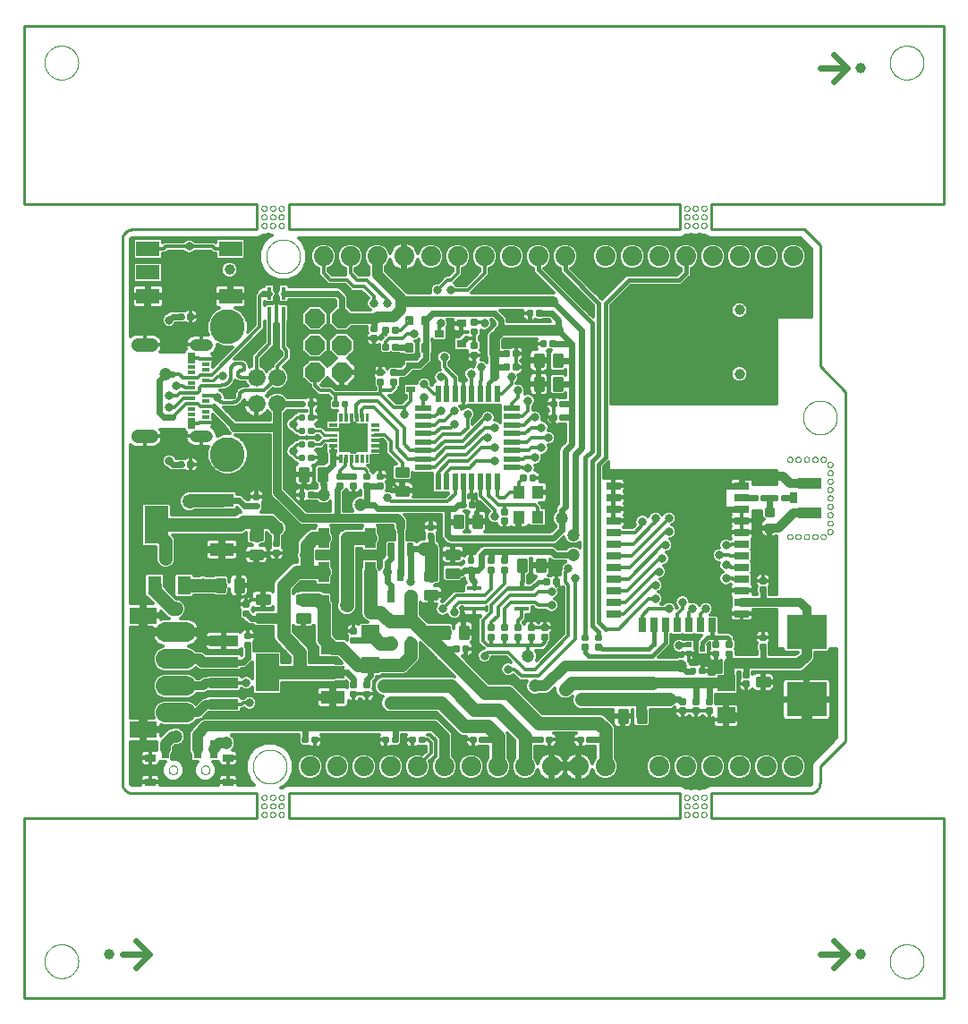
<source format=gtl>
G75*
%MOIN*%
%OFA0B0*%
%FSLAX25Y25*%
%IPPOS*%
%LPD*%
%AMOC8*
5,1,8,0,0,1.08239X$1,22.5*
%
%ADD10C,0.00000*%
%ADD11C,0.01000*%
%ADD12OC8,0.07400*%
%ADD13C,0.07400*%
%ADD14C,0.00750*%
%ADD15R,0.08661X0.05512*%
%ADD16C,0.06600*%
%ADD17C,0.13000*%
%ADD18C,0.01250*%
%ADD19R,0.05000X0.07000*%
%ADD20R,0.01575X0.04724*%
%ADD21R,0.02756X0.01181*%
%ADD22R,0.02756X0.03937*%
%ADD23C,0.04331*%
%ADD24C,0.05118*%
%ADD25C,0.00069*%
%ADD26R,0.10827X0.10827*%
%ADD27C,0.03937*%
%ADD28R,0.08800X0.04800*%
%ADD29R,0.08661X0.14173*%
%ADD30R,0.10787X0.03976*%
%ADD31R,0.10000X0.05906*%
%ADD32C,0.07400*%
%ADD33R,0.03937X0.07598*%
%ADD34C,0.00600*%
%ADD35R,0.15000X0.12500*%
%ADD36R,0.02756X0.07087*%
%ADD37R,0.04000X0.02756*%
%ADD38R,0.05512X0.02756*%
%ADD39R,0.02756X0.05512*%
%ADD40R,0.02165X0.06299*%
%ADD41R,0.06299X0.02165*%
%ADD42R,0.08661X0.04134*%
%ADD43R,0.03150X0.03937*%
%ADD44R,0.04331X0.04724*%
%ADD45R,0.05610X0.01772*%
%ADD46R,0.03543X0.03150*%
%ADD47R,0.03268X0.02480*%
%ADD48C,0.00875*%
%ADD49R,0.01870X0.01969*%
%ADD50R,0.06600X0.06000*%
%ADD51C,0.03169*%
%ADD52C,0.01200*%
%ADD53C,0.03200*%
%ADD54C,0.04000*%
%ADD55C,0.02400*%
%ADD56C,0.03562*%
%ADD57C,0.01600*%
%ADD58C,0.05000*%
%ADD59C,0.05315*%
%ADD60C,0.04724*%
D10*
X0008981Y0015280D02*
X0008983Y0015438D01*
X0008989Y0015596D01*
X0008999Y0015754D01*
X0009013Y0015912D01*
X0009031Y0016069D01*
X0009052Y0016226D01*
X0009078Y0016382D01*
X0009108Y0016538D01*
X0009141Y0016693D01*
X0009179Y0016846D01*
X0009220Y0016999D01*
X0009265Y0017151D01*
X0009314Y0017302D01*
X0009367Y0017451D01*
X0009423Y0017599D01*
X0009483Y0017745D01*
X0009547Y0017890D01*
X0009615Y0018033D01*
X0009686Y0018175D01*
X0009760Y0018315D01*
X0009838Y0018452D01*
X0009920Y0018588D01*
X0010004Y0018722D01*
X0010093Y0018853D01*
X0010184Y0018982D01*
X0010279Y0019109D01*
X0010376Y0019234D01*
X0010477Y0019356D01*
X0010581Y0019475D01*
X0010688Y0019592D01*
X0010798Y0019706D01*
X0010911Y0019817D01*
X0011026Y0019926D01*
X0011144Y0020031D01*
X0011265Y0020133D01*
X0011388Y0020233D01*
X0011514Y0020329D01*
X0011642Y0020422D01*
X0011772Y0020512D01*
X0011905Y0020598D01*
X0012040Y0020682D01*
X0012176Y0020761D01*
X0012315Y0020838D01*
X0012456Y0020910D01*
X0012598Y0020980D01*
X0012742Y0021045D01*
X0012888Y0021107D01*
X0013035Y0021165D01*
X0013184Y0021220D01*
X0013334Y0021271D01*
X0013485Y0021318D01*
X0013637Y0021361D01*
X0013790Y0021400D01*
X0013945Y0021436D01*
X0014100Y0021467D01*
X0014256Y0021495D01*
X0014412Y0021519D01*
X0014569Y0021539D01*
X0014727Y0021555D01*
X0014884Y0021567D01*
X0015043Y0021575D01*
X0015201Y0021579D01*
X0015359Y0021579D01*
X0015517Y0021575D01*
X0015676Y0021567D01*
X0015833Y0021555D01*
X0015991Y0021539D01*
X0016148Y0021519D01*
X0016304Y0021495D01*
X0016460Y0021467D01*
X0016615Y0021436D01*
X0016770Y0021400D01*
X0016923Y0021361D01*
X0017075Y0021318D01*
X0017226Y0021271D01*
X0017376Y0021220D01*
X0017525Y0021165D01*
X0017672Y0021107D01*
X0017818Y0021045D01*
X0017962Y0020980D01*
X0018104Y0020910D01*
X0018245Y0020838D01*
X0018384Y0020761D01*
X0018520Y0020682D01*
X0018655Y0020598D01*
X0018788Y0020512D01*
X0018918Y0020422D01*
X0019046Y0020329D01*
X0019172Y0020233D01*
X0019295Y0020133D01*
X0019416Y0020031D01*
X0019534Y0019926D01*
X0019649Y0019817D01*
X0019762Y0019706D01*
X0019872Y0019592D01*
X0019979Y0019475D01*
X0020083Y0019356D01*
X0020184Y0019234D01*
X0020281Y0019109D01*
X0020376Y0018982D01*
X0020467Y0018853D01*
X0020556Y0018722D01*
X0020640Y0018588D01*
X0020722Y0018452D01*
X0020800Y0018315D01*
X0020874Y0018175D01*
X0020945Y0018033D01*
X0021013Y0017890D01*
X0021077Y0017745D01*
X0021137Y0017599D01*
X0021193Y0017451D01*
X0021246Y0017302D01*
X0021295Y0017151D01*
X0021340Y0016999D01*
X0021381Y0016846D01*
X0021419Y0016693D01*
X0021452Y0016538D01*
X0021482Y0016382D01*
X0021508Y0016226D01*
X0021529Y0016069D01*
X0021547Y0015912D01*
X0021561Y0015754D01*
X0021571Y0015596D01*
X0021577Y0015438D01*
X0021579Y0015280D01*
X0021577Y0015122D01*
X0021571Y0014964D01*
X0021561Y0014806D01*
X0021547Y0014648D01*
X0021529Y0014491D01*
X0021508Y0014334D01*
X0021482Y0014178D01*
X0021452Y0014022D01*
X0021419Y0013867D01*
X0021381Y0013714D01*
X0021340Y0013561D01*
X0021295Y0013409D01*
X0021246Y0013258D01*
X0021193Y0013109D01*
X0021137Y0012961D01*
X0021077Y0012815D01*
X0021013Y0012670D01*
X0020945Y0012527D01*
X0020874Y0012385D01*
X0020800Y0012245D01*
X0020722Y0012108D01*
X0020640Y0011972D01*
X0020556Y0011838D01*
X0020467Y0011707D01*
X0020376Y0011578D01*
X0020281Y0011451D01*
X0020184Y0011326D01*
X0020083Y0011204D01*
X0019979Y0011085D01*
X0019872Y0010968D01*
X0019762Y0010854D01*
X0019649Y0010743D01*
X0019534Y0010634D01*
X0019416Y0010529D01*
X0019295Y0010427D01*
X0019172Y0010327D01*
X0019046Y0010231D01*
X0018918Y0010138D01*
X0018788Y0010048D01*
X0018655Y0009962D01*
X0018520Y0009878D01*
X0018384Y0009799D01*
X0018245Y0009722D01*
X0018104Y0009650D01*
X0017962Y0009580D01*
X0017818Y0009515D01*
X0017672Y0009453D01*
X0017525Y0009395D01*
X0017376Y0009340D01*
X0017226Y0009289D01*
X0017075Y0009242D01*
X0016923Y0009199D01*
X0016770Y0009160D01*
X0016615Y0009124D01*
X0016460Y0009093D01*
X0016304Y0009065D01*
X0016148Y0009041D01*
X0015991Y0009021D01*
X0015833Y0009005D01*
X0015676Y0008993D01*
X0015517Y0008985D01*
X0015359Y0008981D01*
X0015201Y0008981D01*
X0015043Y0008985D01*
X0014884Y0008993D01*
X0014727Y0009005D01*
X0014569Y0009021D01*
X0014412Y0009041D01*
X0014256Y0009065D01*
X0014100Y0009093D01*
X0013945Y0009124D01*
X0013790Y0009160D01*
X0013637Y0009199D01*
X0013485Y0009242D01*
X0013334Y0009289D01*
X0013184Y0009340D01*
X0013035Y0009395D01*
X0012888Y0009453D01*
X0012742Y0009515D01*
X0012598Y0009580D01*
X0012456Y0009650D01*
X0012315Y0009722D01*
X0012176Y0009799D01*
X0012040Y0009878D01*
X0011905Y0009962D01*
X0011772Y0010048D01*
X0011642Y0010138D01*
X0011514Y0010231D01*
X0011388Y0010327D01*
X0011265Y0010427D01*
X0011144Y0010529D01*
X0011026Y0010634D01*
X0010911Y0010743D01*
X0010798Y0010854D01*
X0010688Y0010968D01*
X0010581Y0011085D01*
X0010477Y0011204D01*
X0010376Y0011326D01*
X0010279Y0011451D01*
X0010184Y0011578D01*
X0010093Y0011707D01*
X0010004Y0011838D01*
X0009920Y0011972D01*
X0009838Y0012108D01*
X0009760Y0012245D01*
X0009686Y0012385D01*
X0009615Y0012527D01*
X0009547Y0012670D01*
X0009483Y0012815D01*
X0009423Y0012961D01*
X0009367Y0013109D01*
X0009314Y0013258D01*
X0009265Y0013409D01*
X0009220Y0013561D01*
X0009179Y0013714D01*
X0009141Y0013867D01*
X0009108Y0014022D01*
X0009078Y0014178D01*
X0009052Y0014334D01*
X0009031Y0014491D01*
X0009013Y0014648D01*
X0008999Y0014806D01*
X0008989Y0014964D01*
X0008983Y0015122D01*
X0008981Y0015280D01*
X0055317Y0086530D02*
X0055319Y0086610D01*
X0055325Y0086689D01*
X0055335Y0086768D01*
X0055349Y0086847D01*
X0055366Y0086925D01*
X0055388Y0087002D01*
X0055413Y0087077D01*
X0055443Y0087151D01*
X0055475Y0087224D01*
X0055512Y0087295D01*
X0055552Y0087364D01*
X0055595Y0087431D01*
X0055642Y0087496D01*
X0055691Y0087558D01*
X0055744Y0087618D01*
X0055800Y0087675D01*
X0055858Y0087730D01*
X0055919Y0087781D01*
X0055983Y0087829D01*
X0056049Y0087874D01*
X0056117Y0087916D01*
X0056187Y0087954D01*
X0056259Y0087988D01*
X0056332Y0088019D01*
X0056407Y0088047D01*
X0056484Y0088070D01*
X0056561Y0088090D01*
X0056639Y0088106D01*
X0056718Y0088118D01*
X0056797Y0088126D01*
X0056877Y0088130D01*
X0056957Y0088130D01*
X0057037Y0088126D01*
X0057116Y0088118D01*
X0057195Y0088106D01*
X0057273Y0088090D01*
X0057350Y0088070D01*
X0057427Y0088047D01*
X0057502Y0088019D01*
X0057575Y0087988D01*
X0057647Y0087954D01*
X0057717Y0087916D01*
X0057785Y0087874D01*
X0057851Y0087829D01*
X0057915Y0087781D01*
X0057976Y0087730D01*
X0058034Y0087675D01*
X0058090Y0087618D01*
X0058143Y0087558D01*
X0058192Y0087496D01*
X0058239Y0087431D01*
X0058282Y0087364D01*
X0058322Y0087295D01*
X0058359Y0087224D01*
X0058391Y0087151D01*
X0058421Y0087077D01*
X0058446Y0087002D01*
X0058468Y0086925D01*
X0058485Y0086847D01*
X0058499Y0086768D01*
X0058509Y0086689D01*
X0058515Y0086610D01*
X0058517Y0086530D01*
X0058515Y0086450D01*
X0058509Y0086371D01*
X0058499Y0086292D01*
X0058485Y0086213D01*
X0058468Y0086135D01*
X0058446Y0086058D01*
X0058421Y0085983D01*
X0058391Y0085909D01*
X0058359Y0085836D01*
X0058322Y0085765D01*
X0058282Y0085696D01*
X0058239Y0085629D01*
X0058192Y0085564D01*
X0058143Y0085502D01*
X0058090Y0085442D01*
X0058034Y0085385D01*
X0057976Y0085330D01*
X0057915Y0085279D01*
X0057851Y0085231D01*
X0057785Y0085186D01*
X0057717Y0085144D01*
X0057647Y0085106D01*
X0057575Y0085072D01*
X0057502Y0085041D01*
X0057427Y0085013D01*
X0057350Y0084990D01*
X0057273Y0084970D01*
X0057195Y0084954D01*
X0057116Y0084942D01*
X0057037Y0084934D01*
X0056957Y0084930D01*
X0056877Y0084930D01*
X0056797Y0084934D01*
X0056718Y0084942D01*
X0056639Y0084954D01*
X0056561Y0084970D01*
X0056484Y0084990D01*
X0056407Y0085013D01*
X0056332Y0085041D01*
X0056259Y0085072D01*
X0056187Y0085106D01*
X0056117Y0085144D01*
X0056049Y0085186D01*
X0055983Y0085231D01*
X0055919Y0085279D01*
X0055858Y0085330D01*
X0055800Y0085385D01*
X0055744Y0085442D01*
X0055691Y0085502D01*
X0055642Y0085564D01*
X0055595Y0085629D01*
X0055552Y0085696D01*
X0055512Y0085765D01*
X0055475Y0085836D01*
X0055443Y0085909D01*
X0055413Y0085983D01*
X0055388Y0086058D01*
X0055366Y0086135D01*
X0055349Y0086213D01*
X0055335Y0086292D01*
X0055325Y0086371D01*
X0055319Y0086450D01*
X0055317Y0086530D01*
X0067317Y0086530D02*
X0067319Y0086610D01*
X0067325Y0086689D01*
X0067335Y0086768D01*
X0067349Y0086847D01*
X0067366Y0086925D01*
X0067388Y0087002D01*
X0067413Y0087077D01*
X0067443Y0087151D01*
X0067475Y0087224D01*
X0067512Y0087295D01*
X0067552Y0087364D01*
X0067595Y0087431D01*
X0067642Y0087496D01*
X0067691Y0087558D01*
X0067744Y0087618D01*
X0067800Y0087675D01*
X0067858Y0087730D01*
X0067919Y0087781D01*
X0067983Y0087829D01*
X0068049Y0087874D01*
X0068117Y0087916D01*
X0068187Y0087954D01*
X0068259Y0087988D01*
X0068332Y0088019D01*
X0068407Y0088047D01*
X0068484Y0088070D01*
X0068561Y0088090D01*
X0068639Y0088106D01*
X0068718Y0088118D01*
X0068797Y0088126D01*
X0068877Y0088130D01*
X0068957Y0088130D01*
X0069037Y0088126D01*
X0069116Y0088118D01*
X0069195Y0088106D01*
X0069273Y0088090D01*
X0069350Y0088070D01*
X0069427Y0088047D01*
X0069502Y0088019D01*
X0069575Y0087988D01*
X0069647Y0087954D01*
X0069717Y0087916D01*
X0069785Y0087874D01*
X0069851Y0087829D01*
X0069915Y0087781D01*
X0069976Y0087730D01*
X0070034Y0087675D01*
X0070090Y0087618D01*
X0070143Y0087558D01*
X0070192Y0087496D01*
X0070239Y0087431D01*
X0070282Y0087364D01*
X0070322Y0087295D01*
X0070359Y0087224D01*
X0070391Y0087151D01*
X0070421Y0087077D01*
X0070446Y0087002D01*
X0070468Y0086925D01*
X0070485Y0086847D01*
X0070499Y0086768D01*
X0070509Y0086689D01*
X0070515Y0086610D01*
X0070517Y0086530D01*
X0070515Y0086450D01*
X0070509Y0086371D01*
X0070499Y0086292D01*
X0070485Y0086213D01*
X0070468Y0086135D01*
X0070446Y0086058D01*
X0070421Y0085983D01*
X0070391Y0085909D01*
X0070359Y0085836D01*
X0070322Y0085765D01*
X0070282Y0085696D01*
X0070239Y0085629D01*
X0070192Y0085564D01*
X0070143Y0085502D01*
X0070090Y0085442D01*
X0070034Y0085385D01*
X0069976Y0085330D01*
X0069915Y0085279D01*
X0069851Y0085231D01*
X0069785Y0085186D01*
X0069717Y0085144D01*
X0069647Y0085106D01*
X0069575Y0085072D01*
X0069502Y0085041D01*
X0069427Y0085013D01*
X0069350Y0084990D01*
X0069273Y0084970D01*
X0069195Y0084954D01*
X0069116Y0084942D01*
X0069037Y0084934D01*
X0068957Y0084930D01*
X0068877Y0084930D01*
X0068797Y0084934D01*
X0068718Y0084942D01*
X0068639Y0084954D01*
X0068561Y0084970D01*
X0068484Y0084990D01*
X0068407Y0085013D01*
X0068332Y0085041D01*
X0068259Y0085072D01*
X0068187Y0085106D01*
X0068117Y0085144D01*
X0068049Y0085186D01*
X0067983Y0085231D01*
X0067919Y0085279D01*
X0067858Y0085330D01*
X0067800Y0085385D01*
X0067744Y0085442D01*
X0067691Y0085502D01*
X0067642Y0085564D01*
X0067595Y0085629D01*
X0067552Y0085696D01*
X0067512Y0085765D01*
X0067475Y0085836D01*
X0067443Y0085909D01*
X0067413Y0085983D01*
X0067388Y0086058D01*
X0067366Y0086135D01*
X0067349Y0086213D01*
X0067335Y0086292D01*
X0067325Y0086371D01*
X0067319Y0086450D01*
X0067317Y0086530D01*
X0086618Y0087780D02*
X0086620Y0087938D01*
X0086626Y0088096D01*
X0086636Y0088254D01*
X0086650Y0088412D01*
X0086668Y0088569D01*
X0086689Y0088726D01*
X0086715Y0088882D01*
X0086745Y0089038D01*
X0086778Y0089193D01*
X0086816Y0089346D01*
X0086857Y0089499D01*
X0086902Y0089651D01*
X0086951Y0089802D01*
X0087004Y0089951D01*
X0087060Y0090099D01*
X0087120Y0090245D01*
X0087184Y0090390D01*
X0087252Y0090533D01*
X0087323Y0090675D01*
X0087397Y0090815D01*
X0087475Y0090952D01*
X0087557Y0091088D01*
X0087641Y0091222D01*
X0087730Y0091353D01*
X0087821Y0091482D01*
X0087916Y0091609D01*
X0088013Y0091734D01*
X0088114Y0091856D01*
X0088218Y0091975D01*
X0088325Y0092092D01*
X0088435Y0092206D01*
X0088548Y0092317D01*
X0088663Y0092426D01*
X0088781Y0092531D01*
X0088902Y0092633D01*
X0089025Y0092733D01*
X0089151Y0092829D01*
X0089279Y0092922D01*
X0089409Y0093012D01*
X0089542Y0093098D01*
X0089677Y0093182D01*
X0089813Y0093261D01*
X0089952Y0093338D01*
X0090093Y0093410D01*
X0090235Y0093480D01*
X0090379Y0093545D01*
X0090525Y0093607D01*
X0090672Y0093665D01*
X0090821Y0093720D01*
X0090971Y0093771D01*
X0091122Y0093818D01*
X0091274Y0093861D01*
X0091427Y0093900D01*
X0091582Y0093936D01*
X0091737Y0093967D01*
X0091893Y0093995D01*
X0092049Y0094019D01*
X0092206Y0094039D01*
X0092364Y0094055D01*
X0092521Y0094067D01*
X0092680Y0094075D01*
X0092838Y0094079D01*
X0092996Y0094079D01*
X0093154Y0094075D01*
X0093313Y0094067D01*
X0093470Y0094055D01*
X0093628Y0094039D01*
X0093785Y0094019D01*
X0093941Y0093995D01*
X0094097Y0093967D01*
X0094252Y0093936D01*
X0094407Y0093900D01*
X0094560Y0093861D01*
X0094712Y0093818D01*
X0094863Y0093771D01*
X0095013Y0093720D01*
X0095162Y0093665D01*
X0095309Y0093607D01*
X0095455Y0093545D01*
X0095599Y0093480D01*
X0095741Y0093410D01*
X0095882Y0093338D01*
X0096021Y0093261D01*
X0096157Y0093182D01*
X0096292Y0093098D01*
X0096425Y0093012D01*
X0096555Y0092922D01*
X0096683Y0092829D01*
X0096809Y0092733D01*
X0096932Y0092633D01*
X0097053Y0092531D01*
X0097171Y0092426D01*
X0097286Y0092317D01*
X0097399Y0092206D01*
X0097509Y0092092D01*
X0097616Y0091975D01*
X0097720Y0091856D01*
X0097821Y0091734D01*
X0097918Y0091609D01*
X0098013Y0091482D01*
X0098104Y0091353D01*
X0098193Y0091222D01*
X0098277Y0091088D01*
X0098359Y0090952D01*
X0098437Y0090815D01*
X0098511Y0090675D01*
X0098582Y0090533D01*
X0098650Y0090390D01*
X0098714Y0090245D01*
X0098774Y0090099D01*
X0098830Y0089951D01*
X0098883Y0089802D01*
X0098932Y0089651D01*
X0098977Y0089499D01*
X0099018Y0089346D01*
X0099056Y0089193D01*
X0099089Y0089038D01*
X0099119Y0088882D01*
X0099145Y0088726D01*
X0099166Y0088569D01*
X0099184Y0088412D01*
X0099198Y0088254D01*
X0099208Y0088096D01*
X0099214Y0087938D01*
X0099216Y0087780D01*
X0099214Y0087622D01*
X0099208Y0087464D01*
X0099198Y0087306D01*
X0099184Y0087148D01*
X0099166Y0086991D01*
X0099145Y0086834D01*
X0099119Y0086678D01*
X0099089Y0086522D01*
X0099056Y0086367D01*
X0099018Y0086214D01*
X0098977Y0086061D01*
X0098932Y0085909D01*
X0098883Y0085758D01*
X0098830Y0085609D01*
X0098774Y0085461D01*
X0098714Y0085315D01*
X0098650Y0085170D01*
X0098582Y0085027D01*
X0098511Y0084885D01*
X0098437Y0084745D01*
X0098359Y0084608D01*
X0098277Y0084472D01*
X0098193Y0084338D01*
X0098104Y0084207D01*
X0098013Y0084078D01*
X0097918Y0083951D01*
X0097821Y0083826D01*
X0097720Y0083704D01*
X0097616Y0083585D01*
X0097509Y0083468D01*
X0097399Y0083354D01*
X0097286Y0083243D01*
X0097171Y0083134D01*
X0097053Y0083029D01*
X0096932Y0082927D01*
X0096809Y0082827D01*
X0096683Y0082731D01*
X0096555Y0082638D01*
X0096425Y0082548D01*
X0096292Y0082462D01*
X0096157Y0082378D01*
X0096021Y0082299D01*
X0095882Y0082222D01*
X0095741Y0082150D01*
X0095599Y0082080D01*
X0095455Y0082015D01*
X0095309Y0081953D01*
X0095162Y0081895D01*
X0095013Y0081840D01*
X0094863Y0081789D01*
X0094712Y0081742D01*
X0094560Y0081699D01*
X0094407Y0081660D01*
X0094252Y0081624D01*
X0094097Y0081593D01*
X0093941Y0081565D01*
X0093785Y0081541D01*
X0093628Y0081521D01*
X0093470Y0081505D01*
X0093313Y0081493D01*
X0093154Y0081485D01*
X0092996Y0081481D01*
X0092838Y0081481D01*
X0092680Y0081485D01*
X0092521Y0081493D01*
X0092364Y0081505D01*
X0092206Y0081521D01*
X0092049Y0081541D01*
X0091893Y0081565D01*
X0091737Y0081593D01*
X0091582Y0081624D01*
X0091427Y0081660D01*
X0091274Y0081699D01*
X0091122Y0081742D01*
X0090971Y0081789D01*
X0090821Y0081840D01*
X0090672Y0081895D01*
X0090525Y0081953D01*
X0090379Y0082015D01*
X0090235Y0082080D01*
X0090093Y0082150D01*
X0089952Y0082222D01*
X0089813Y0082299D01*
X0089677Y0082378D01*
X0089542Y0082462D01*
X0089409Y0082548D01*
X0089279Y0082638D01*
X0089151Y0082731D01*
X0089025Y0082827D01*
X0088902Y0082927D01*
X0088781Y0083029D01*
X0088663Y0083134D01*
X0088548Y0083243D01*
X0088435Y0083354D01*
X0088325Y0083468D01*
X0088218Y0083585D01*
X0088114Y0083704D01*
X0088013Y0083826D01*
X0087916Y0083951D01*
X0087821Y0084078D01*
X0087730Y0084207D01*
X0087641Y0084338D01*
X0087557Y0084472D01*
X0087475Y0084608D01*
X0087397Y0084745D01*
X0087323Y0084885D01*
X0087252Y0085027D01*
X0087184Y0085170D01*
X0087120Y0085315D01*
X0087060Y0085461D01*
X0087004Y0085609D01*
X0086951Y0085758D01*
X0086902Y0085909D01*
X0086857Y0086061D01*
X0086816Y0086214D01*
X0086778Y0086367D01*
X0086745Y0086522D01*
X0086715Y0086678D01*
X0086689Y0086834D01*
X0086668Y0086991D01*
X0086650Y0087148D01*
X0086636Y0087306D01*
X0086626Y0087464D01*
X0086620Y0087622D01*
X0086618Y0087780D01*
X0089837Y0076303D02*
X0089839Y0076365D01*
X0089845Y0076428D01*
X0089855Y0076489D01*
X0089869Y0076550D01*
X0089886Y0076610D01*
X0089907Y0076669D01*
X0089933Y0076726D01*
X0089961Y0076781D01*
X0089993Y0076835D01*
X0090029Y0076886D01*
X0090067Y0076936D01*
X0090109Y0076982D01*
X0090153Y0077026D01*
X0090201Y0077067D01*
X0090250Y0077105D01*
X0090302Y0077139D01*
X0090356Y0077170D01*
X0090412Y0077198D01*
X0090470Y0077222D01*
X0090529Y0077243D01*
X0090589Y0077259D01*
X0090650Y0077272D01*
X0090712Y0077281D01*
X0090774Y0077286D01*
X0090837Y0077287D01*
X0090899Y0077284D01*
X0090961Y0077277D01*
X0091023Y0077266D01*
X0091083Y0077251D01*
X0091143Y0077233D01*
X0091201Y0077211D01*
X0091258Y0077185D01*
X0091313Y0077155D01*
X0091366Y0077122D01*
X0091417Y0077086D01*
X0091465Y0077047D01*
X0091511Y0077004D01*
X0091554Y0076959D01*
X0091594Y0076911D01*
X0091631Y0076861D01*
X0091665Y0076808D01*
X0091696Y0076754D01*
X0091722Y0076698D01*
X0091746Y0076640D01*
X0091765Y0076580D01*
X0091781Y0076520D01*
X0091793Y0076458D01*
X0091801Y0076397D01*
X0091805Y0076334D01*
X0091805Y0076272D01*
X0091801Y0076209D01*
X0091793Y0076148D01*
X0091781Y0076086D01*
X0091765Y0076026D01*
X0091746Y0075966D01*
X0091722Y0075908D01*
X0091696Y0075852D01*
X0091665Y0075798D01*
X0091631Y0075745D01*
X0091594Y0075695D01*
X0091554Y0075647D01*
X0091511Y0075602D01*
X0091465Y0075559D01*
X0091417Y0075520D01*
X0091366Y0075484D01*
X0091313Y0075451D01*
X0091258Y0075421D01*
X0091201Y0075395D01*
X0091143Y0075373D01*
X0091083Y0075355D01*
X0091023Y0075340D01*
X0090961Y0075329D01*
X0090899Y0075322D01*
X0090837Y0075319D01*
X0090774Y0075320D01*
X0090712Y0075325D01*
X0090650Y0075334D01*
X0090589Y0075347D01*
X0090529Y0075363D01*
X0090470Y0075384D01*
X0090412Y0075408D01*
X0090356Y0075436D01*
X0090302Y0075467D01*
X0090250Y0075501D01*
X0090201Y0075539D01*
X0090153Y0075580D01*
X0090109Y0075624D01*
X0090067Y0075670D01*
X0090029Y0075720D01*
X0089993Y0075771D01*
X0089961Y0075825D01*
X0089933Y0075880D01*
X0089907Y0075937D01*
X0089886Y0075996D01*
X0089869Y0076056D01*
X0089855Y0076117D01*
X0089845Y0076178D01*
X0089839Y0076241D01*
X0089837Y0076303D01*
X0089837Y0073104D02*
X0089839Y0073166D01*
X0089845Y0073229D01*
X0089855Y0073290D01*
X0089869Y0073351D01*
X0089886Y0073411D01*
X0089907Y0073470D01*
X0089933Y0073527D01*
X0089961Y0073582D01*
X0089993Y0073636D01*
X0090029Y0073687D01*
X0090067Y0073737D01*
X0090109Y0073783D01*
X0090153Y0073827D01*
X0090201Y0073868D01*
X0090250Y0073906D01*
X0090302Y0073940D01*
X0090356Y0073971D01*
X0090412Y0073999D01*
X0090470Y0074023D01*
X0090529Y0074044D01*
X0090589Y0074060D01*
X0090650Y0074073D01*
X0090712Y0074082D01*
X0090774Y0074087D01*
X0090837Y0074088D01*
X0090899Y0074085D01*
X0090961Y0074078D01*
X0091023Y0074067D01*
X0091083Y0074052D01*
X0091143Y0074034D01*
X0091201Y0074012D01*
X0091258Y0073986D01*
X0091313Y0073956D01*
X0091366Y0073923D01*
X0091417Y0073887D01*
X0091465Y0073848D01*
X0091511Y0073805D01*
X0091554Y0073760D01*
X0091594Y0073712D01*
X0091631Y0073662D01*
X0091665Y0073609D01*
X0091696Y0073555D01*
X0091722Y0073499D01*
X0091746Y0073441D01*
X0091765Y0073381D01*
X0091781Y0073321D01*
X0091793Y0073259D01*
X0091801Y0073198D01*
X0091805Y0073135D01*
X0091805Y0073073D01*
X0091801Y0073010D01*
X0091793Y0072949D01*
X0091781Y0072887D01*
X0091765Y0072827D01*
X0091746Y0072767D01*
X0091722Y0072709D01*
X0091696Y0072653D01*
X0091665Y0072599D01*
X0091631Y0072546D01*
X0091594Y0072496D01*
X0091554Y0072448D01*
X0091511Y0072403D01*
X0091465Y0072360D01*
X0091417Y0072321D01*
X0091366Y0072285D01*
X0091313Y0072252D01*
X0091258Y0072222D01*
X0091201Y0072196D01*
X0091143Y0072174D01*
X0091083Y0072156D01*
X0091023Y0072141D01*
X0090961Y0072130D01*
X0090899Y0072123D01*
X0090837Y0072120D01*
X0090774Y0072121D01*
X0090712Y0072126D01*
X0090650Y0072135D01*
X0090589Y0072148D01*
X0090529Y0072164D01*
X0090470Y0072185D01*
X0090412Y0072209D01*
X0090356Y0072237D01*
X0090302Y0072268D01*
X0090250Y0072302D01*
X0090201Y0072340D01*
X0090153Y0072381D01*
X0090109Y0072425D01*
X0090067Y0072471D01*
X0090029Y0072521D01*
X0089993Y0072572D01*
X0089961Y0072626D01*
X0089933Y0072681D01*
X0089907Y0072738D01*
X0089886Y0072797D01*
X0089869Y0072857D01*
X0089855Y0072918D01*
X0089845Y0072979D01*
X0089839Y0073042D01*
X0089837Y0073104D01*
X0089837Y0069906D02*
X0089839Y0069968D01*
X0089845Y0070031D01*
X0089855Y0070092D01*
X0089869Y0070153D01*
X0089886Y0070213D01*
X0089907Y0070272D01*
X0089933Y0070329D01*
X0089961Y0070384D01*
X0089993Y0070438D01*
X0090029Y0070489D01*
X0090067Y0070539D01*
X0090109Y0070585D01*
X0090153Y0070629D01*
X0090201Y0070670D01*
X0090250Y0070708D01*
X0090302Y0070742D01*
X0090356Y0070773D01*
X0090412Y0070801D01*
X0090470Y0070825D01*
X0090529Y0070846D01*
X0090589Y0070862D01*
X0090650Y0070875D01*
X0090712Y0070884D01*
X0090774Y0070889D01*
X0090837Y0070890D01*
X0090899Y0070887D01*
X0090961Y0070880D01*
X0091023Y0070869D01*
X0091083Y0070854D01*
X0091143Y0070836D01*
X0091201Y0070814D01*
X0091258Y0070788D01*
X0091313Y0070758D01*
X0091366Y0070725D01*
X0091417Y0070689D01*
X0091465Y0070650D01*
X0091511Y0070607D01*
X0091554Y0070562D01*
X0091594Y0070514D01*
X0091631Y0070464D01*
X0091665Y0070411D01*
X0091696Y0070357D01*
X0091722Y0070301D01*
X0091746Y0070243D01*
X0091765Y0070183D01*
X0091781Y0070123D01*
X0091793Y0070061D01*
X0091801Y0070000D01*
X0091805Y0069937D01*
X0091805Y0069875D01*
X0091801Y0069812D01*
X0091793Y0069751D01*
X0091781Y0069689D01*
X0091765Y0069629D01*
X0091746Y0069569D01*
X0091722Y0069511D01*
X0091696Y0069455D01*
X0091665Y0069401D01*
X0091631Y0069348D01*
X0091594Y0069298D01*
X0091554Y0069250D01*
X0091511Y0069205D01*
X0091465Y0069162D01*
X0091417Y0069123D01*
X0091366Y0069087D01*
X0091313Y0069054D01*
X0091258Y0069024D01*
X0091201Y0068998D01*
X0091143Y0068976D01*
X0091083Y0068958D01*
X0091023Y0068943D01*
X0090961Y0068932D01*
X0090899Y0068925D01*
X0090837Y0068922D01*
X0090774Y0068923D01*
X0090712Y0068928D01*
X0090650Y0068937D01*
X0090589Y0068950D01*
X0090529Y0068966D01*
X0090470Y0068987D01*
X0090412Y0069011D01*
X0090356Y0069039D01*
X0090302Y0069070D01*
X0090250Y0069104D01*
X0090201Y0069142D01*
X0090153Y0069183D01*
X0090109Y0069227D01*
X0090067Y0069273D01*
X0090029Y0069323D01*
X0089993Y0069374D01*
X0089961Y0069428D01*
X0089933Y0069483D01*
X0089907Y0069540D01*
X0089886Y0069599D01*
X0089869Y0069659D01*
X0089855Y0069720D01*
X0089845Y0069781D01*
X0089839Y0069844D01*
X0089837Y0069906D01*
X0093036Y0069906D02*
X0093038Y0069968D01*
X0093044Y0070031D01*
X0093054Y0070092D01*
X0093068Y0070153D01*
X0093085Y0070213D01*
X0093106Y0070272D01*
X0093132Y0070329D01*
X0093160Y0070384D01*
X0093192Y0070438D01*
X0093228Y0070489D01*
X0093266Y0070539D01*
X0093308Y0070585D01*
X0093352Y0070629D01*
X0093400Y0070670D01*
X0093449Y0070708D01*
X0093501Y0070742D01*
X0093555Y0070773D01*
X0093611Y0070801D01*
X0093669Y0070825D01*
X0093728Y0070846D01*
X0093788Y0070862D01*
X0093849Y0070875D01*
X0093911Y0070884D01*
X0093973Y0070889D01*
X0094036Y0070890D01*
X0094098Y0070887D01*
X0094160Y0070880D01*
X0094222Y0070869D01*
X0094282Y0070854D01*
X0094342Y0070836D01*
X0094400Y0070814D01*
X0094457Y0070788D01*
X0094512Y0070758D01*
X0094565Y0070725D01*
X0094616Y0070689D01*
X0094664Y0070650D01*
X0094710Y0070607D01*
X0094753Y0070562D01*
X0094793Y0070514D01*
X0094830Y0070464D01*
X0094864Y0070411D01*
X0094895Y0070357D01*
X0094921Y0070301D01*
X0094945Y0070243D01*
X0094964Y0070183D01*
X0094980Y0070123D01*
X0094992Y0070061D01*
X0095000Y0070000D01*
X0095004Y0069937D01*
X0095004Y0069875D01*
X0095000Y0069812D01*
X0094992Y0069751D01*
X0094980Y0069689D01*
X0094964Y0069629D01*
X0094945Y0069569D01*
X0094921Y0069511D01*
X0094895Y0069455D01*
X0094864Y0069401D01*
X0094830Y0069348D01*
X0094793Y0069298D01*
X0094753Y0069250D01*
X0094710Y0069205D01*
X0094664Y0069162D01*
X0094616Y0069123D01*
X0094565Y0069087D01*
X0094512Y0069054D01*
X0094457Y0069024D01*
X0094400Y0068998D01*
X0094342Y0068976D01*
X0094282Y0068958D01*
X0094222Y0068943D01*
X0094160Y0068932D01*
X0094098Y0068925D01*
X0094036Y0068922D01*
X0093973Y0068923D01*
X0093911Y0068928D01*
X0093849Y0068937D01*
X0093788Y0068950D01*
X0093728Y0068966D01*
X0093669Y0068987D01*
X0093611Y0069011D01*
X0093555Y0069039D01*
X0093501Y0069070D01*
X0093449Y0069104D01*
X0093400Y0069142D01*
X0093352Y0069183D01*
X0093308Y0069227D01*
X0093266Y0069273D01*
X0093228Y0069323D01*
X0093192Y0069374D01*
X0093160Y0069428D01*
X0093132Y0069483D01*
X0093106Y0069540D01*
X0093085Y0069599D01*
X0093068Y0069659D01*
X0093054Y0069720D01*
X0093044Y0069781D01*
X0093038Y0069844D01*
X0093036Y0069906D01*
X0093036Y0073104D02*
X0093038Y0073166D01*
X0093044Y0073229D01*
X0093054Y0073290D01*
X0093068Y0073351D01*
X0093085Y0073411D01*
X0093106Y0073470D01*
X0093132Y0073527D01*
X0093160Y0073582D01*
X0093192Y0073636D01*
X0093228Y0073687D01*
X0093266Y0073737D01*
X0093308Y0073783D01*
X0093352Y0073827D01*
X0093400Y0073868D01*
X0093449Y0073906D01*
X0093501Y0073940D01*
X0093555Y0073971D01*
X0093611Y0073999D01*
X0093669Y0074023D01*
X0093728Y0074044D01*
X0093788Y0074060D01*
X0093849Y0074073D01*
X0093911Y0074082D01*
X0093973Y0074087D01*
X0094036Y0074088D01*
X0094098Y0074085D01*
X0094160Y0074078D01*
X0094222Y0074067D01*
X0094282Y0074052D01*
X0094342Y0074034D01*
X0094400Y0074012D01*
X0094457Y0073986D01*
X0094512Y0073956D01*
X0094565Y0073923D01*
X0094616Y0073887D01*
X0094664Y0073848D01*
X0094710Y0073805D01*
X0094753Y0073760D01*
X0094793Y0073712D01*
X0094830Y0073662D01*
X0094864Y0073609D01*
X0094895Y0073555D01*
X0094921Y0073499D01*
X0094945Y0073441D01*
X0094964Y0073381D01*
X0094980Y0073321D01*
X0094992Y0073259D01*
X0095000Y0073198D01*
X0095004Y0073135D01*
X0095004Y0073073D01*
X0095000Y0073010D01*
X0094992Y0072949D01*
X0094980Y0072887D01*
X0094964Y0072827D01*
X0094945Y0072767D01*
X0094921Y0072709D01*
X0094895Y0072653D01*
X0094864Y0072599D01*
X0094830Y0072546D01*
X0094793Y0072496D01*
X0094753Y0072448D01*
X0094710Y0072403D01*
X0094664Y0072360D01*
X0094616Y0072321D01*
X0094565Y0072285D01*
X0094512Y0072252D01*
X0094457Y0072222D01*
X0094400Y0072196D01*
X0094342Y0072174D01*
X0094282Y0072156D01*
X0094222Y0072141D01*
X0094160Y0072130D01*
X0094098Y0072123D01*
X0094036Y0072120D01*
X0093973Y0072121D01*
X0093911Y0072126D01*
X0093849Y0072135D01*
X0093788Y0072148D01*
X0093728Y0072164D01*
X0093669Y0072185D01*
X0093611Y0072209D01*
X0093555Y0072237D01*
X0093501Y0072268D01*
X0093449Y0072302D01*
X0093400Y0072340D01*
X0093352Y0072381D01*
X0093308Y0072425D01*
X0093266Y0072471D01*
X0093228Y0072521D01*
X0093192Y0072572D01*
X0093160Y0072626D01*
X0093132Y0072681D01*
X0093106Y0072738D01*
X0093085Y0072797D01*
X0093068Y0072857D01*
X0093054Y0072918D01*
X0093044Y0072979D01*
X0093038Y0073042D01*
X0093036Y0073104D01*
X0093036Y0076303D02*
X0093038Y0076365D01*
X0093044Y0076428D01*
X0093054Y0076489D01*
X0093068Y0076550D01*
X0093085Y0076610D01*
X0093106Y0076669D01*
X0093132Y0076726D01*
X0093160Y0076781D01*
X0093192Y0076835D01*
X0093228Y0076886D01*
X0093266Y0076936D01*
X0093308Y0076982D01*
X0093352Y0077026D01*
X0093400Y0077067D01*
X0093449Y0077105D01*
X0093501Y0077139D01*
X0093555Y0077170D01*
X0093611Y0077198D01*
X0093669Y0077222D01*
X0093728Y0077243D01*
X0093788Y0077259D01*
X0093849Y0077272D01*
X0093911Y0077281D01*
X0093973Y0077286D01*
X0094036Y0077287D01*
X0094098Y0077284D01*
X0094160Y0077277D01*
X0094222Y0077266D01*
X0094282Y0077251D01*
X0094342Y0077233D01*
X0094400Y0077211D01*
X0094457Y0077185D01*
X0094512Y0077155D01*
X0094565Y0077122D01*
X0094616Y0077086D01*
X0094664Y0077047D01*
X0094710Y0077004D01*
X0094753Y0076959D01*
X0094793Y0076911D01*
X0094830Y0076861D01*
X0094864Y0076808D01*
X0094895Y0076754D01*
X0094921Y0076698D01*
X0094945Y0076640D01*
X0094964Y0076580D01*
X0094980Y0076520D01*
X0094992Y0076458D01*
X0095000Y0076397D01*
X0095004Y0076334D01*
X0095004Y0076272D01*
X0095000Y0076209D01*
X0094992Y0076148D01*
X0094980Y0076086D01*
X0094964Y0076026D01*
X0094945Y0075966D01*
X0094921Y0075908D01*
X0094895Y0075852D01*
X0094864Y0075798D01*
X0094830Y0075745D01*
X0094793Y0075695D01*
X0094753Y0075647D01*
X0094710Y0075602D01*
X0094664Y0075559D01*
X0094616Y0075520D01*
X0094565Y0075484D01*
X0094512Y0075451D01*
X0094457Y0075421D01*
X0094400Y0075395D01*
X0094342Y0075373D01*
X0094282Y0075355D01*
X0094222Y0075340D01*
X0094160Y0075329D01*
X0094098Y0075322D01*
X0094036Y0075319D01*
X0093973Y0075320D01*
X0093911Y0075325D01*
X0093849Y0075334D01*
X0093788Y0075347D01*
X0093728Y0075363D01*
X0093669Y0075384D01*
X0093611Y0075408D01*
X0093555Y0075436D01*
X0093501Y0075467D01*
X0093449Y0075501D01*
X0093400Y0075539D01*
X0093352Y0075580D01*
X0093308Y0075624D01*
X0093266Y0075670D01*
X0093228Y0075720D01*
X0093192Y0075771D01*
X0093160Y0075825D01*
X0093132Y0075880D01*
X0093106Y0075937D01*
X0093085Y0075996D01*
X0093068Y0076056D01*
X0093054Y0076117D01*
X0093044Y0076178D01*
X0093038Y0076241D01*
X0093036Y0076303D01*
X0096235Y0076303D02*
X0096237Y0076365D01*
X0096243Y0076428D01*
X0096253Y0076489D01*
X0096267Y0076550D01*
X0096284Y0076610D01*
X0096305Y0076669D01*
X0096331Y0076726D01*
X0096359Y0076781D01*
X0096391Y0076835D01*
X0096427Y0076886D01*
X0096465Y0076936D01*
X0096507Y0076982D01*
X0096551Y0077026D01*
X0096599Y0077067D01*
X0096648Y0077105D01*
X0096700Y0077139D01*
X0096754Y0077170D01*
X0096810Y0077198D01*
X0096868Y0077222D01*
X0096927Y0077243D01*
X0096987Y0077259D01*
X0097048Y0077272D01*
X0097110Y0077281D01*
X0097172Y0077286D01*
X0097235Y0077287D01*
X0097297Y0077284D01*
X0097359Y0077277D01*
X0097421Y0077266D01*
X0097481Y0077251D01*
X0097541Y0077233D01*
X0097599Y0077211D01*
X0097656Y0077185D01*
X0097711Y0077155D01*
X0097764Y0077122D01*
X0097815Y0077086D01*
X0097863Y0077047D01*
X0097909Y0077004D01*
X0097952Y0076959D01*
X0097992Y0076911D01*
X0098029Y0076861D01*
X0098063Y0076808D01*
X0098094Y0076754D01*
X0098120Y0076698D01*
X0098144Y0076640D01*
X0098163Y0076580D01*
X0098179Y0076520D01*
X0098191Y0076458D01*
X0098199Y0076397D01*
X0098203Y0076334D01*
X0098203Y0076272D01*
X0098199Y0076209D01*
X0098191Y0076148D01*
X0098179Y0076086D01*
X0098163Y0076026D01*
X0098144Y0075966D01*
X0098120Y0075908D01*
X0098094Y0075852D01*
X0098063Y0075798D01*
X0098029Y0075745D01*
X0097992Y0075695D01*
X0097952Y0075647D01*
X0097909Y0075602D01*
X0097863Y0075559D01*
X0097815Y0075520D01*
X0097764Y0075484D01*
X0097711Y0075451D01*
X0097656Y0075421D01*
X0097599Y0075395D01*
X0097541Y0075373D01*
X0097481Y0075355D01*
X0097421Y0075340D01*
X0097359Y0075329D01*
X0097297Y0075322D01*
X0097235Y0075319D01*
X0097172Y0075320D01*
X0097110Y0075325D01*
X0097048Y0075334D01*
X0096987Y0075347D01*
X0096927Y0075363D01*
X0096868Y0075384D01*
X0096810Y0075408D01*
X0096754Y0075436D01*
X0096700Y0075467D01*
X0096648Y0075501D01*
X0096599Y0075539D01*
X0096551Y0075580D01*
X0096507Y0075624D01*
X0096465Y0075670D01*
X0096427Y0075720D01*
X0096391Y0075771D01*
X0096359Y0075825D01*
X0096331Y0075880D01*
X0096305Y0075937D01*
X0096284Y0075996D01*
X0096267Y0076056D01*
X0096253Y0076117D01*
X0096243Y0076178D01*
X0096237Y0076241D01*
X0096235Y0076303D01*
X0096235Y0073104D02*
X0096237Y0073166D01*
X0096243Y0073229D01*
X0096253Y0073290D01*
X0096267Y0073351D01*
X0096284Y0073411D01*
X0096305Y0073470D01*
X0096331Y0073527D01*
X0096359Y0073582D01*
X0096391Y0073636D01*
X0096427Y0073687D01*
X0096465Y0073737D01*
X0096507Y0073783D01*
X0096551Y0073827D01*
X0096599Y0073868D01*
X0096648Y0073906D01*
X0096700Y0073940D01*
X0096754Y0073971D01*
X0096810Y0073999D01*
X0096868Y0074023D01*
X0096927Y0074044D01*
X0096987Y0074060D01*
X0097048Y0074073D01*
X0097110Y0074082D01*
X0097172Y0074087D01*
X0097235Y0074088D01*
X0097297Y0074085D01*
X0097359Y0074078D01*
X0097421Y0074067D01*
X0097481Y0074052D01*
X0097541Y0074034D01*
X0097599Y0074012D01*
X0097656Y0073986D01*
X0097711Y0073956D01*
X0097764Y0073923D01*
X0097815Y0073887D01*
X0097863Y0073848D01*
X0097909Y0073805D01*
X0097952Y0073760D01*
X0097992Y0073712D01*
X0098029Y0073662D01*
X0098063Y0073609D01*
X0098094Y0073555D01*
X0098120Y0073499D01*
X0098144Y0073441D01*
X0098163Y0073381D01*
X0098179Y0073321D01*
X0098191Y0073259D01*
X0098199Y0073198D01*
X0098203Y0073135D01*
X0098203Y0073073D01*
X0098199Y0073010D01*
X0098191Y0072949D01*
X0098179Y0072887D01*
X0098163Y0072827D01*
X0098144Y0072767D01*
X0098120Y0072709D01*
X0098094Y0072653D01*
X0098063Y0072599D01*
X0098029Y0072546D01*
X0097992Y0072496D01*
X0097952Y0072448D01*
X0097909Y0072403D01*
X0097863Y0072360D01*
X0097815Y0072321D01*
X0097764Y0072285D01*
X0097711Y0072252D01*
X0097656Y0072222D01*
X0097599Y0072196D01*
X0097541Y0072174D01*
X0097481Y0072156D01*
X0097421Y0072141D01*
X0097359Y0072130D01*
X0097297Y0072123D01*
X0097235Y0072120D01*
X0097172Y0072121D01*
X0097110Y0072126D01*
X0097048Y0072135D01*
X0096987Y0072148D01*
X0096927Y0072164D01*
X0096868Y0072185D01*
X0096810Y0072209D01*
X0096754Y0072237D01*
X0096700Y0072268D01*
X0096648Y0072302D01*
X0096599Y0072340D01*
X0096551Y0072381D01*
X0096507Y0072425D01*
X0096465Y0072471D01*
X0096427Y0072521D01*
X0096391Y0072572D01*
X0096359Y0072626D01*
X0096331Y0072681D01*
X0096305Y0072738D01*
X0096284Y0072797D01*
X0096267Y0072857D01*
X0096253Y0072918D01*
X0096243Y0072979D01*
X0096237Y0073042D01*
X0096235Y0073104D01*
X0096235Y0069906D02*
X0096237Y0069968D01*
X0096243Y0070031D01*
X0096253Y0070092D01*
X0096267Y0070153D01*
X0096284Y0070213D01*
X0096305Y0070272D01*
X0096331Y0070329D01*
X0096359Y0070384D01*
X0096391Y0070438D01*
X0096427Y0070489D01*
X0096465Y0070539D01*
X0096507Y0070585D01*
X0096551Y0070629D01*
X0096599Y0070670D01*
X0096648Y0070708D01*
X0096700Y0070742D01*
X0096754Y0070773D01*
X0096810Y0070801D01*
X0096868Y0070825D01*
X0096927Y0070846D01*
X0096987Y0070862D01*
X0097048Y0070875D01*
X0097110Y0070884D01*
X0097172Y0070889D01*
X0097235Y0070890D01*
X0097297Y0070887D01*
X0097359Y0070880D01*
X0097421Y0070869D01*
X0097481Y0070854D01*
X0097541Y0070836D01*
X0097599Y0070814D01*
X0097656Y0070788D01*
X0097711Y0070758D01*
X0097764Y0070725D01*
X0097815Y0070689D01*
X0097863Y0070650D01*
X0097909Y0070607D01*
X0097952Y0070562D01*
X0097992Y0070514D01*
X0098029Y0070464D01*
X0098063Y0070411D01*
X0098094Y0070357D01*
X0098120Y0070301D01*
X0098144Y0070243D01*
X0098163Y0070183D01*
X0098179Y0070123D01*
X0098191Y0070061D01*
X0098199Y0070000D01*
X0098203Y0069937D01*
X0098203Y0069875D01*
X0098199Y0069812D01*
X0098191Y0069751D01*
X0098179Y0069689D01*
X0098163Y0069629D01*
X0098144Y0069569D01*
X0098120Y0069511D01*
X0098094Y0069455D01*
X0098063Y0069401D01*
X0098029Y0069348D01*
X0097992Y0069298D01*
X0097952Y0069250D01*
X0097909Y0069205D01*
X0097863Y0069162D01*
X0097815Y0069123D01*
X0097764Y0069087D01*
X0097711Y0069054D01*
X0097656Y0069024D01*
X0097599Y0068998D01*
X0097541Y0068976D01*
X0097481Y0068958D01*
X0097421Y0068943D01*
X0097359Y0068932D01*
X0097297Y0068925D01*
X0097235Y0068922D01*
X0097172Y0068923D01*
X0097110Y0068928D01*
X0097048Y0068937D01*
X0096987Y0068950D01*
X0096927Y0068966D01*
X0096868Y0068987D01*
X0096810Y0069011D01*
X0096754Y0069039D01*
X0096700Y0069070D01*
X0096648Y0069104D01*
X0096599Y0069142D01*
X0096551Y0069183D01*
X0096507Y0069227D01*
X0096465Y0069273D01*
X0096427Y0069323D01*
X0096391Y0069374D01*
X0096359Y0069428D01*
X0096331Y0069483D01*
X0096305Y0069540D01*
X0096284Y0069599D01*
X0096267Y0069659D01*
X0096253Y0069720D01*
X0096243Y0069781D01*
X0096237Y0069844D01*
X0096235Y0069906D01*
X0247317Y0069906D02*
X0247319Y0069968D01*
X0247325Y0070031D01*
X0247335Y0070092D01*
X0247349Y0070153D01*
X0247366Y0070213D01*
X0247387Y0070272D01*
X0247413Y0070329D01*
X0247441Y0070384D01*
X0247473Y0070438D01*
X0247509Y0070489D01*
X0247547Y0070539D01*
X0247589Y0070585D01*
X0247633Y0070629D01*
X0247681Y0070670D01*
X0247730Y0070708D01*
X0247782Y0070742D01*
X0247836Y0070773D01*
X0247892Y0070801D01*
X0247950Y0070825D01*
X0248009Y0070846D01*
X0248069Y0070862D01*
X0248130Y0070875D01*
X0248192Y0070884D01*
X0248254Y0070889D01*
X0248317Y0070890D01*
X0248379Y0070887D01*
X0248441Y0070880D01*
X0248503Y0070869D01*
X0248563Y0070854D01*
X0248623Y0070836D01*
X0248681Y0070814D01*
X0248738Y0070788D01*
X0248793Y0070758D01*
X0248846Y0070725D01*
X0248897Y0070689D01*
X0248945Y0070650D01*
X0248991Y0070607D01*
X0249034Y0070562D01*
X0249074Y0070514D01*
X0249111Y0070464D01*
X0249145Y0070411D01*
X0249176Y0070357D01*
X0249202Y0070301D01*
X0249226Y0070243D01*
X0249245Y0070183D01*
X0249261Y0070123D01*
X0249273Y0070061D01*
X0249281Y0070000D01*
X0249285Y0069937D01*
X0249285Y0069875D01*
X0249281Y0069812D01*
X0249273Y0069751D01*
X0249261Y0069689D01*
X0249245Y0069629D01*
X0249226Y0069569D01*
X0249202Y0069511D01*
X0249176Y0069455D01*
X0249145Y0069401D01*
X0249111Y0069348D01*
X0249074Y0069298D01*
X0249034Y0069250D01*
X0248991Y0069205D01*
X0248945Y0069162D01*
X0248897Y0069123D01*
X0248846Y0069087D01*
X0248793Y0069054D01*
X0248738Y0069024D01*
X0248681Y0068998D01*
X0248623Y0068976D01*
X0248563Y0068958D01*
X0248503Y0068943D01*
X0248441Y0068932D01*
X0248379Y0068925D01*
X0248317Y0068922D01*
X0248254Y0068923D01*
X0248192Y0068928D01*
X0248130Y0068937D01*
X0248069Y0068950D01*
X0248009Y0068966D01*
X0247950Y0068987D01*
X0247892Y0069011D01*
X0247836Y0069039D01*
X0247782Y0069070D01*
X0247730Y0069104D01*
X0247681Y0069142D01*
X0247633Y0069183D01*
X0247589Y0069227D01*
X0247547Y0069273D01*
X0247509Y0069323D01*
X0247473Y0069374D01*
X0247441Y0069428D01*
X0247413Y0069483D01*
X0247387Y0069540D01*
X0247366Y0069599D01*
X0247349Y0069659D01*
X0247335Y0069720D01*
X0247325Y0069781D01*
X0247319Y0069844D01*
X0247317Y0069906D01*
X0247317Y0073104D02*
X0247319Y0073166D01*
X0247325Y0073229D01*
X0247335Y0073290D01*
X0247349Y0073351D01*
X0247366Y0073411D01*
X0247387Y0073470D01*
X0247413Y0073527D01*
X0247441Y0073582D01*
X0247473Y0073636D01*
X0247509Y0073687D01*
X0247547Y0073737D01*
X0247589Y0073783D01*
X0247633Y0073827D01*
X0247681Y0073868D01*
X0247730Y0073906D01*
X0247782Y0073940D01*
X0247836Y0073971D01*
X0247892Y0073999D01*
X0247950Y0074023D01*
X0248009Y0074044D01*
X0248069Y0074060D01*
X0248130Y0074073D01*
X0248192Y0074082D01*
X0248254Y0074087D01*
X0248317Y0074088D01*
X0248379Y0074085D01*
X0248441Y0074078D01*
X0248503Y0074067D01*
X0248563Y0074052D01*
X0248623Y0074034D01*
X0248681Y0074012D01*
X0248738Y0073986D01*
X0248793Y0073956D01*
X0248846Y0073923D01*
X0248897Y0073887D01*
X0248945Y0073848D01*
X0248991Y0073805D01*
X0249034Y0073760D01*
X0249074Y0073712D01*
X0249111Y0073662D01*
X0249145Y0073609D01*
X0249176Y0073555D01*
X0249202Y0073499D01*
X0249226Y0073441D01*
X0249245Y0073381D01*
X0249261Y0073321D01*
X0249273Y0073259D01*
X0249281Y0073198D01*
X0249285Y0073135D01*
X0249285Y0073073D01*
X0249281Y0073010D01*
X0249273Y0072949D01*
X0249261Y0072887D01*
X0249245Y0072827D01*
X0249226Y0072767D01*
X0249202Y0072709D01*
X0249176Y0072653D01*
X0249145Y0072599D01*
X0249111Y0072546D01*
X0249074Y0072496D01*
X0249034Y0072448D01*
X0248991Y0072403D01*
X0248945Y0072360D01*
X0248897Y0072321D01*
X0248846Y0072285D01*
X0248793Y0072252D01*
X0248738Y0072222D01*
X0248681Y0072196D01*
X0248623Y0072174D01*
X0248563Y0072156D01*
X0248503Y0072141D01*
X0248441Y0072130D01*
X0248379Y0072123D01*
X0248317Y0072120D01*
X0248254Y0072121D01*
X0248192Y0072126D01*
X0248130Y0072135D01*
X0248069Y0072148D01*
X0248009Y0072164D01*
X0247950Y0072185D01*
X0247892Y0072209D01*
X0247836Y0072237D01*
X0247782Y0072268D01*
X0247730Y0072302D01*
X0247681Y0072340D01*
X0247633Y0072381D01*
X0247589Y0072425D01*
X0247547Y0072471D01*
X0247509Y0072521D01*
X0247473Y0072572D01*
X0247441Y0072626D01*
X0247413Y0072681D01*
X0247387Y0072738D01*
X0247366Y0072797D01*
X0247349Y0072857D01*
X0247335Y0072918D01*
X0247325Y0072979D01*
X0247319Y0073042D01*
X0247317Y0073104D01*
X0247317Y0076303D02*
X0247319Y0076365D01*
X0247325Y0076428D01*
X0247335Y0076489D01*
X0247349Y0076550D01*
X0247366Y0076610D01*
X0247387Y0076669D01*
X0247413Y0076726D01*
X0247441Y0076781D01*
X0247473Y0076835D01*
X0247509Y0076886D01*
X0247547Y0076936D01*
X0247589Y0076982D01*
X0247633Y0077026D01*
X0247681Y0077067D01*
X0247730Y0077105D01*
X0247782Y0077139D01*
X0247836Y0077170D01*
X0247892Y0077198D01*
X0247950Y0077222D01*
X0248009Y0077243D01*
X0248069Y0077259D01*
X0248130Y0077272D01*
X0248192Y0077281D01*
X0248254Y0077286D01*
X0248317Y0077287D01*
X0248379Y0077284D01*
X0248441Y0077277D01*
X0248503Y0077266D01*
X0248563Y0077251D01*
X0248623Y0077233D01*
X0248681Y0077211D01*
X0248738Y0077185D01*
X0248793Y0077155D01*
X0248846Y0077122D01*
X0248897Y0077086D01*
X0248945Y0077047D01*
X0248991Y0077004D01*
X0249034Y0076959D01*
X0249074Y0076911D01*
X0249111Y0076861D01*
X0249145Y0076808D01*
X0249176Y0076754D01*
X0249202Y0076698D01*
X0249226Y0076640D01*
X0249245Y0076580D01*
X0249261Y0076520D01*
X0249273Y0076458D01*
X0249281Y0076397D01*
X0249285Y0076334D01*
X0249285Y0076272D01*
X0249281Y0076209D01*
X0249273Y0076148D01*
X0249261Y0076086D01*
X0249245Y0076026D01*
X0249226Y0075966D01*
X0249202Y0075908D01*
X0249176Y0075852D01*
X0249145Y0075798D01*
X0249111Y0075745D01*
X0249074Y0075695D01*
X0249034Y0075647D01*
X0248991Y0075602D01*
X0248945Y0075559D01*
X0248897Y0075520D01*
X0248846Y0075484D01*
X0248793Y0075451D01*
X0248738Y0075421D01*
X0248681Y0075395D01*
X0248623Y0075373D01*
X0248563Y0075355D01*
X0248503Y0075340D01*
X0248441Y0075329D01*
X0248379Y0075322D01*
X0248317Y0075319D01*
X0248254Y0075320D01*
X0248192Y0075325D01*
X0248130Y0075334D01*
X0248069Y0075347D01*
X0248009Y0075363D01*
X0247950Y0075384D01*
X0247892Y0075408D01*
X0247836Y0075436D01*
X0247782Y0075467D01*
X0247730Y0075501D01*
X0247681Y0075539D01*
X0247633Y0075580D01*
X0247589Y0075624D01*
X0247547Y0075670D01*
X0247509Y0075720D01*
X0247473Y0075771D01*
X0247441Y0075825D01*
X0247413Y0075880D01*
X0247387Y0075937D01*
X0247366Y0075996D01*
X0247349Y0076056D01*
X0247335Y0076117D01*
X0247325Y0076178D01*
X0247319Y0076241D01*
X0247317Y0076303D01*
X0250516Y0076303D02*
X0250518Y0076365D01*
X0250524Y0076428D01*
X0250534Y0076489D01*
X0250548Y0076550D01*
X0250565Y0076610D01*
X0250586Y0076669D01*
X0250612Y0076726D01*
X0250640Y0076781D01*
X0250672Y0076835D01*
X0250708Y0076886D01*
X0250746Y0076936D01*
X0250788Y0076982D01*
X0250832Y0077026D01*
X0250880Y0077067D01*
X0250929Y0077105D01*
X0250981Y0077139D01*
X0251035Y0077170D01*
X0251091Y0077198D01*
X0251149Y0077222D01*
X0251208Y0077243D01*
X0251268Y0077259D01*
X0251329Y0077272D01*
X0251391Y0077281D01*
X0251453Y0077286D01*
X0251516Y0077287D01*
X0251578Y0077284D01*
X0251640Y0077277D01*
X0251702Y0077266D01*
X0251762Y0077251D01*
X0251822Y0077233D01*
X0251880Y0077211D01*
X0251937Y0077185D01*
X0251992Y0077155D01*
X0252045Y0077122D01*
X0252096Y0077086D01*
X0252144Y0077047D01*
X0252190Y0077004D01*
X0252233Y0076959D01*
X0252273Y0076911D01*
X0252310Y0076861D01*
X0252344Y0076808D01*
X0252375Y0076754D01*
X0252401Y0076698D01*
X0252425Y0076640D01*
X0252444Y0076580D01*
X0252460Y0076520D01*
X0252472Y0076458D01*
X0252480Y0076397D01*
X0252484Y0076334D01*
X0252484Y0076272D01*
X0252480Y0076209D01*
X0252472Y0076148D01*
X0252460Y0076086D01*
X0252444Y0076026D01*
X0252425Y0075966D01*
X0252401Y0075908D01*
X0252375Y0075852D01*
X0252344Y0075798D01*
X0252310Y0075745D01*
X0252273Y0075695D01*
X0252233Y0075647D01*
X0252190Y0075602D01*
X0252144Y0075559D01*
X0252096Y0075520D01*
X0252045Y0075484D01*
X0251992Y0075451D01*
X0251937Y0075421D01*
X0251880Y0075395D01*
X0251822Y0075373D01*
X0251762Y0075355D01*
X0251702Y0075340D01*
X0251640Y0075329D01*
X0251578Y0075322D01*
X0251516Y0075319D01*
X0251453Y0075320D01*
X0251391Y0075325D01*
X0251329Y0075334D01*
X0251268Y0075347D01*
X0251208Y0075363D01*
X0251149Y0075384D01*
X0251091Y0075408D01*
X0251035Y0075436D01*
X0250981Y0075467D01*
X0250929Y0075501D01*
X0250880Y0075539D01*
X0250832Y0075580D01*
X0250788Y0075624D01*
X0250746Y0075670D01*
X0250708Y0075720D01*
X0250672Y0075771D01*
X0250640Y0075825D01*
X0250612Y0075880D01*
X0250586Y0075937D01*
X0250565Y0075996D01*
X0250548Y0076056D01*
X0250534Y0076117D01*
X0250524Y0076178D01*
X0250518Y0076241D01*
X0250516Y0076303D01*
X0250516Y0073104D02*
X0250518Y0073166D01*
X0250524Y0073229D01*
X0250534Y0073290D01*
X0250548Y0073351D01*
X0250565Y0073411D01*
X0250586Y0073470D01*
X0250612Y0073527D01*
X0250640Y0073582D01*
X0250672Y0073636D01*
X0250708Y0073687D01*
X0250746Y0073737D01*
X0250788Y0073783D01*
X0250832Y0073827D01*
X0250880Y0073868D01*
X0250929Y0073906D01*
X0250981Y0073940D01*
X0251035Y0073971D01*
X0251091Y0073999D01*
X0251149Y0074023D01*
X0251208Y0074044D01*
X0251268Y0074060D01*
X0251329Y0074073D01*
X0251391Y0074082D01*
X0251453Y0074087D01*
X0251516Y0074088D01*
X0251578Y0074085D01*
X0251640Y0074078D01*
X0251702Y0074067D01*
X0251762Y0074052D01*
X0251822Y0074034D01*
X0251880Y0074012D01*
X0251937Y0073986D01*
X0251992Y0073956D01*
X0252045Y0073923D01*
X0252096Y0073887D01*
X0252144Y0073848D01*
X0252190Y0073805D01*
X0252233Y0073760D01*
X0252273Y0073712D01*
X0252310Y0073662D01*
X0252344Y0073609D01*
X0252375Y0073555D01*
X0252401Y0073499D01*
X0252425Y0073441D01*
X0252444Y0073381D01*
X0252460Y0073321D01*
X0252472Y0073259D01*
X0252480Y0073198D01*
X0252484Y0073135D01*
X0252484Y0073073D01*
X0252480Y0073010D01*
X0252472Y0072949D01*
X0252460Y0072887D01*
X0252444Y0072827D01*
X0252425Y0072767D01*
X0252401Y0072709D01*
X0252375Y0072653D01*
X0252344Y0072599D01*
X0252310Y0072546D01*
X0252273Y0072496D01*
X0252233Y0072448D01*
X0252190Y0072403D01*
X0252144Y0072360D01*
X0252096Y0072321D01*
X0252045Y0072285D01*
X0251992Y0072252D01*
X0251937Y0072222D01*
X0251880Y0072196D01*
X0251822Y0072174D01*
X0251762Y0072156D01*
X0251702Y0072141D01*
X0251640Y0072130D01*
X0251578Y0072123D01*
X0251516Y0072120D01*
X0251453Y0072121D01*
X0251391Y0072126D01*
X0251329Y0072135D01*
X0251268Y0072148D01*
X0251208Y0072164D01*
X0251149Y0072185D01*
X0251091Y0072209D01*
X0251035Y0072237D01*
X0250981Y0072268D01*
X0250929Y0072302D01*
X0250880Y0072340D01*
X0250832Y0072381D01*
X0250788Y0072425D01*
X0250746Y0072471D01*
X0250708Y0072521D01*
X0250672Y0072572D01*
X0250640Y0072626D01*
X0250612Y0072681D01*
X0250586Y0072738D01*
X0250565Y0072797D01*
X0250548Y0072857D01*
X0250534Y0072918D01*
X0250524Y0072979D01*
X0250518Y0073042D01*
X0250516Y0073104D01*
X0250516Y0069906D02*
X0250518Y0069968D01*
X0250524Y0070031D01*
X0250534Y0070092D01*
X0250548Y0070153D01*
X0250565Y0070213D01*
X0250586Y0070272D01*
X0250612Y0070329D01*
X0250640Y0070384D01*
X0250672Y0070438D01*
X0250708Y0070489D01*
X0250746Y0070539D01*
X0250788Y0070585D01*
X0250832Y0070629D01*
X0250880Y0070670D01*
X0250929Y0070708D01*
X0250981Y0070742D01*
X0251035Y0070773D01*
X0251091Y0070801D01*
X0251149Y0070825D01*
X0251208Y0070846D01*
X0251268Y0070862D01*
X0251329Y0070875D01*
X0251391Y0070884D01*
X0251453Y0070889D01*
X0251516Y0070890D01*
X0251578Y0070887D01*
X0251640Y0070880D01*
X0251702Y0070869D01*
X0251762Y0070854D01*
X0251822Y0070836D01*
X0251880Y0070814D01*
X0251937Y0070788D01*
X0251992Y0070758D01*
X0252045Y0070725D01*
X0252096Y0070689D01*
X0252144Y0070650D01*
X0252190Y0070607D01*
X0252233Y0070562D01*
X0252273Y0070514D01*
X0252310Y0070464D01*
X0252344Y0070411D01*
X0252375Y0070357D01*
X0252401Y0070301D01*
X0252425Y0070243D01*
X0252444Y0070183D01*
X0252460Y0070123D01*
X0252472Y0070061D01*
X0252480Y0070000D01*
X0252484Y0069937D01*
X0252484Y0069875D01*
X0252480Y0069812D01*
X0252472Y0069751D01*
X0252460Y0069689D01*
X0252444Y0069629D01*
X0252425Y0069569D01*
X0252401Y0069511D01*
X0252375Y0069455D01*
X0252344Y0069401D01*
X0252310Y0069348D01*
X0252273Y0069298D01*
X0252233Y0069250D01*
X0252190Y0069205D01*
X0252144Y0069162D01*
X0252096Y0069123D01*
X0252045Y0069087D01*
X0251992Y0069054D01*
X0251937Y0069024D01*
X0251880Y0068998D01*
X0251822Y0068976D01*
X0251762Y0068958D01*
X0251702Y0068943D01*
X0251640Y0068932D01*
X0251578Y0068925D01*
X0251516Y0068922D01*
X0251453Y0068923D01*
X0251391Y0068928D01*
X0251329Y0068937D01*
X0251268Y0068950D01*
X0251208Y0068966D01*
X0251149Y0068987D01*
X0251091Y0069011D01*
X0251035Y0069039D01*
X0250981Y0069070D01*
X0250929Y0069104D01*
X0250880Y0069142D01*
X0250832Y0069183D01*
X0250788Y0069227D01*
X0250746Y0069273D01*
X0250708Y0069323D01*
X0250672Y0069374D01*
X0250640Y0069428D01*
X0250612Y0069483D01*
X0250586Y0069540D01*
X0250565Y0069599D01*
X0250548Y0069659D01*
X0250534Y0069720D01*
X0250524Y0069781D01*
X0250518Y0069844D01*
X0250516Y0069906D01*
X0253715Y0069906D02*
X0253717Y0069968D01*
X0253723Y0070031D01*
X0253733Y0070092D01*
X0253747Y0070153D01*
X0253764Y0070213D01*
X0253785Y0070272D01*
X0253811Y0070329D01*
X0253839Y0070384D01*
X0253871Y0070438D01*
X0253907Y0070489D01*
X0253945Y0070539D01*
X0253987Y0070585D01*
X0254031Y0070629D01*
X0254079Y0070670D01*
X0254128Y0070708D01*
X0254180Y0070742D01*
X0254234Y0070773D01*
X0254290Y0070801D01*
X0254348Y0070825D01*
X0254407Y0070846D01*
X0254467Y0070862D01*
X0254528Y0070875D01*
X0254590Y0070884D01*
X0254652Y0070889D01*
X0254715Y0070890D01*
X0254777Y0070887D01*
X0254839Y0070880D01*
X0254901Y0070869D01*
X0254961Y0070854D01*
X0255021Y0070836D01*
X0255079Y0070814D01*
X0255136Y0070788D01*
X0255191Y0070758D01*
X0255244Y0070725D01*
X0255295Y0070689D01*
X0255343Y0070650D01*
X0255389Y0070607D01*
X0255432Y0070562D01*
X0255472Y0070514D01*
X0255509Y0070464D01*
X0255543Y0070411D01*
X0255574Y0070357D01*
X0255600Y0070301D01*
X0255624Y0070243D01*
X0255643Y0070183D01*
X0255659Y0070123D01*
X0255671Y0070061D01*
X0255679Y0070000D01*
X0255683Y0069937D01*
X0255683Y0069875D01*
X0255679Y0069812D01*
X0255671Y0069751D01*
X0255659Y0069689D01*
X0255643Y0069629D01*
X0255624Y0069569D01*
X0255600Y0069511D01*
X0255574Y0069455D01*
X0255543Y0069401D01*
X0255509Y0069348D01*
X0255472Y0069298D01*
X0255432Y0069250D01*
X0255389Y0069205D01*
X0255343Y0069162D01*
X0255295Y0069123D01*
X0255244Y0069087D01*
X0255191Y0069054D01*
X0255136Y0069024D01*
X0255079Y0068998D01*
X0255021Y0068976D01*
X0254961Y0068958D01*
X0254901Y0068943D01*
X0254839Y0068932D01*
X0254777Y0068925D01*
X0254715Y0068922D01*
X0254652Y0068923D01*
X0254590Y0068928D01*
X0254528Y0068937D01*
X0254467Y0068950D01*
X0254407Y0068966D01*
X0254348Y0068987D01*
X0254290Y0069011D01*
X0254234Y0069039D01*
X0254180Y0069070D01*
X0254128Y0069104D01*
X0254079Y0069142D01*
X0254031Y0069183D01*
X0253987Y0069227D01*
X0253945Y0069273D01*
X0253907Y0069323D01*
X0253871Y0069374D01*
X0253839Y0069428D01*
X0253811Y0069483D01*
X0253785Y0069540D01*
X0253764Y0069599D01*
X0253747Y0069659D01*
X0253733Y0069720D01*
X0253723Y0069781D01*
X0253717Y0069844D01*
X0253715Y0069906D01*
X0253715Y0073104D02*
X0253717Y0073166D01*
X0253723Y0073229D01*
X0253733Y0073290D01*
X0253747Y0073351D01*
X0253764Y0073411D01*
X0253785Y0073470D01*
X0253811Y0073527D01*
X0253839Y0073582D01*
X0253871Y0073636D01*
X0253907Y0073687D01*
X0253945Y0073737D01*
X0253987Y0073783D01*
X0254031Y0073827D01*
X0254079Y0073868D01*
X0254128Y0073906D01*
X0254180Y0073940D01*
X0254234Y0073971D01*
X0254290Y0073999D01*
X0254348Y0074023D01*
X0254407Y0074044D01*
X0254467Y0074060D01*
X0254528Y0074073D01*
X0254590Y0074082D01*
X0254652Y0074087D01*
X0254715Y0074088D01*
X0254777Y0074085D01*
X0254839Y0074078D01*
X0254901Y0074067D01*
X0254961Y0074052D01*
X0255021Y0074034D01*
X0255079Y0074012D01*
X0255136Y0073986D01*
X0255191Y0073956D01*
X0255244Y0073923D01*
X0255295Y0073887D01*
X0255343Y0073848D01*
X0255389Y0073805D01*
X0255432Y0073760D01*
X0255472Y0073712D01*
X0255509Y0073662D01*
X0255543Y0073609D01*
X0255574Y0073555D01*
X0255600Y0073499D01*
X0255624Y0073441D01*
X0255643Y0073381D01*
X0255659Y0073321D01*
X0255671Y0073259D01*
X0255679Y0073198D01*
X0255683Y0073135D01*
X0255683Y0073073D01*
X0255679Y0073010D01*
X0255671Y0072949D01*
X0255659Y0072887D01*
X0255643Y0072827D01*
X0255624Y0072767D01*
X0255600Y0072709D01*
X0255574Y0072653D01*
X0255543Y0072599D01*
X0255509Y0072546D01*
X0255472Y0072496D01*
X0255432Y0072448D01*
X0255389Y0072403D01*
X0255343Y0072360D01*
X0255295Y0072321D01*
X0255244Y0072285D01*
X0255191Y0072252D01*
X0255136Y0072222D01*
X0255079Y0072196D01*
X0255021Y0072174D01*
X0254961Y0072156D01*
X0254901Y0072141D01*
X0254839Y0072130D01*
X0254777Y0072123D01*
X0254715Y0072120D01*
X0254652Y0072121D01*
X0254590Y0072126D01*
X0254528Y0072135D01*
X0254467Y0072148D01*
X0254407Y0072164D01*
X0254348Y0072185D01*
X0254290Y0072209D01*
X0254234Y0072237D01*
X0254180Y0072268D01*
X0254128Y0072302D01*
X0254079Y0072340D01*
X0254031Y0072381D01*
X0253987Y0072425D01*
X0253945Y0072471D01*
X0253907Y0072521D01*
X0253871Y0072572D01*
X0253839Y0072626D01*
X0253811Y0072681D01*
X0253785Y0072738D01*
X0253764Y0072797D01*
X0253747Y0072857D01*
X0253733Y0072918D01*
X0253723Y0072979D01*
X0253717Y0073042D01*
X0253715Y0073104D01*
X0253715Y0076303D02*
X0253717Y0076365D01*
X0253723Y0076428D01*
X0253733Y0076489D01*
X0253747Y0076550D01*
X0253764Y0076610D01*
X0253785Y0076669D01*
X0253811Y0076726D01*
X0253839Y0076781D01*
X0253871Y0076835D01*
X0253907Y0076886D01*
X0253945Y0076936D01*
X0253987Y0076982D01*
X0254031Y0077026D01*
X0254079Y0077067D01*
X0254128Y0077105D01*
X0254180Y0077139D01*
X0254234Y0077170D01*
X0254290Y0077198D01*
X0254348Y0077222D01*
X0254407Y0077243D01*
X0254467Y0077259D01*
X0254528Y0077272D01*
X0254590Y0077281D01*
X0254652Y0077286D01*
X0254715Y0077287D01*
X0254777Y0077284D01*
X0254839Y0077277D01*
X0254901Y0077266D01*
X0254961Y0077251D01*
X0255021Y0077233D01*
X0255079Y0077211D01*
X0255136Y0077185D01*
X0255191Y0077155D01*
X0255244Y0077122D01*
X0255295Y0077086D01*
X0255343Y0077047D01*
X0255389Y0077004D01*
X0255432Y0076959D01*
X0255472Y0076911D01*
X0255509Y0076861D01*
X0255543Y0076808D01*
X0255574Y0076754D01*
X0255600Y0076698D01*
X0255624Y0076640D01*
X0255643Y0076580D01*
X0255659Y0076520D01*
X0255671Y0076458D01*
X0255679Y0076397D01*
X0255683Y0076334D01*
X0255683Y0076272D01*
X0255679Y0076209D01*
X0255671Y0076148D01*
X0255659Y0076086D01*
X0255643Y0076026D01*
X0255624Y0075966D01*
X0255600Y0075908D01*
X0255574Y0075852D01*
X0255543Y0075798D01*
X0255509Y0075745D01*
X0255472Y0075695D01*
X0255432Y0075647D01*
X0255389Y0075602D01*
X0255343Y0075559D01*
X0255295Y0075520D01*
X0255244Y0075484D01*
X0255191Y0075451D01*
X0255136Y0075421D01*
X0255079Y0075395D01*
X0255021Y0075373D01*
X0254961Y0075355D01*
X0254901Y0075340D01*
X0254839Y0075329D01*
X0254777Y0075322D01*
X0254715Y0075319D01*
X0254652Y0075320D01*
X0254590Y0075325D01*
X0254528Y0075334D01*
X0254467Y0075347D01*
X0254407Y0075363D01*
X0254348Y0075384D01*
X0254290Y0075408D01*
X0254234Y0075436D01*
X0254180Y0075467D01*
X0254128Y0075501D01*
X0254079Y0075539D01*
X0254031Y0075580D01*
X0253987Y0075624D01*
X0253945Y0075670D01*
X0253907Y0075720D01*
X0253871Y0075771D01*
X0253839Y0075825D01*
X0253811Y0075880D01*
X0253785Y0075937D01*
X0253764Y0075996D01*
X0253747Y0076056D01*
X0253733Y0076117D01*
X0253723Y0076178D01*
X0253717Y0076241D01*
X0253715Y0076303D01*
X0323941Y0015280D02*
X0323943Y0015438D01*
X0323949Y0015596D01*
X0323959Y0015754D01*
X0323973Y0015912D01*
X0323991Y0016069D01*
X0324012Y0016226D01*
X0324038Y0016382D01*
X0324068Y0016538D01*
X0324101Y0016693D01*
X0324139Y0016846D01*
X0324180Y0016999D01*
X0324225Y0017151D01*
X0324274Y0017302D01*
X0324327Y0017451D01*
X0324383Y0017599D01*
X0324443Y0017745D01*
X0324507Y0017890D01*
X0324575Y0018033D01*
X0324646Y0018175D01*
X0324720Y0018315D01*
X0324798Y0018452D01*
X0324880Y0018588D01*
X0324964Y0018722D01*
X0325053Y0018853D01*
X0325144Y0018982D01*
X0325239Y0019109D01*
X0325336Y0019234D01*
X0325437Y0019356D01*
X0325541Y0019475D01*
X0325648Y0019592D01*
X0325758Y0019706D01*
X0325871Y0019817D01*
X0325986Y0019926D01*
X0326104Y0020031D01*
X0326225Y0020133D01*
X0326348Y0020233D01*
X0326474Y0020329D01*
X0326602Y0020422D01*
X0326732Y0020512D01*
X0326865Y0020598D01*
X0327000Y0020682D01*
X0327136Y0020761D01*
X0327275Y0020838D01*
X0327416Y0020910D01*
X0327558Y0020980D01*
X0327702Y0021045D01*
X0327848Y0021107D01*
X0327995Y0021165D01*
X0328144Y0021220D01*
X0328294Y0021271D01*
X0328445Y0021318D01*
X0328597Y0021361D01*
X0328750Y0021400D01*
X0328905Y0021436D01*
X0329060Y0021467D01*
X0329216Y0021495D01*
X0329372Y0021519D01*
X0329529Y0021539D01*
X0329687Y0021555D01*
X0329844Y0021567D01*
X0330003Y0021575D01*
X0330161Y0021579D01*
X0330319Y0021579D01*
X0330477Y0021575D01*
X0330636Y0021567D01*
X0330793Y0021555D01*
X0330951Y0021539D01*
X0331108Y0021519D01*
X0331264Y0021495D01*
X0331420Y0021467D01*
X0331575Y0021436D01*
X0331730Y0021400D01*
X0331883Y0021361D01*
X0332035Y0021318D01*
X0332186Y0021271D01*
X0332336Y0021220D01*
X0332485Y0021165D01*
X0332632Y0021107D01*
X0332778Y0021045D01*
X0332922Y0020980D01*
X0333064Y0020910D01*
X0333205Y0020838D01*
X0333344Y0020761D01*
X0333480Y0020682D01*
X0333615Y0020598D01*
X0333748Y0020512D01*
X0333878Y0020422D01*
X0334006Y0020329D01*
X0334132Y0020233D01*
X0334255Y0020133D01*
X0334376Y0020031D01*
X0334494Y0019926D01*
X0334609Y0019817D01*
X0334722Y0019706D01*
X0334832Y0019592D01*
X0334939Y0019475D01*
X0335043Y0019356D01*
X0335144Y0019234D01*
X0335241Y0019109D01*
X0335336Y0018982D01*
X0335427Y0018853D01*
X0335516Y0018722D01*
X0335600Y0018588D01*
X0335682Y0018452D01*
X0335760Y0018315D01*
X0335834Y0018175D01*
X0335905Y0018033D01*
X0335973Y0017890D01*
X0336037Y0017745D01*
X0336097Y0017599D01*
X0336153Y0017451D01*
X0336206Y0017302D01*
X0336255Y0017151D01*
X0336300Y0016999D01*
X0336341Y0016846D01*
X0336379Y0016693D01*
X0336412Y0016538D01*
X0336442Y0016382D01*
X0336468Y0016226D01*
X0336489Y0016069D01*
X0336507Y0015912D01*
X0336521Y0015754D01*
X0336531Y0015596D01*
X0336537Y0015438D01*
X0336539Y0015280D01*
X0336537Y0015122D01*
X0336531Y0014964D01*
X0336521Y0014806D01*
X0336507Y0014648D01*
X0336489Y0014491D01*
X0336468Y0014334D01*
X0336442Y0014178D01*
X0336412Y0014022D01*
X0336379Y0013867D01*
X0336341Y0013714D01*
X0336300Y0013561D01*
X0336255Y0013409D01*
X0336206Y0013258D01*
X0336153Y0013109D01*
X0336097Y0012961D01*
X0336037Y0012815D01*
X0335973Y0012670D01*
X0335905Y0012527D01*
X0335834Y0012385D01*
X0335760Y0012245D01*
X0335682Y0012108D01*
X0335600Y0011972D01*
X0335516Y0011838D01*
X0335427Y0011707D01*
X0335336Y0011578D01*
X0335241Y0011451D01*
X0335144Y0011326D01*
X0335043Y0011204D01*
X0334939Y0011085D01*
X0334832Y0010968D01*
X0334722Y0010854D01*
X0334609Y0010743D01*
X0334494Y0010634D01*
X0334376Y0010529D01*
X0334255Y0010427D01*
X0334132Y0010327D01*
X0334006Y0010231D01*
X0333878Y0010138D01*
X0333748Y0010048D01*
X0333615Y0009962D01*
X0333480Y0009878D01*
X0333344Y0009799D01*
X0333205Y0009722D01*
X0333064Y0009650D01*
X0332922Y0009580D01*
X0332778Y0009515D01*
X0332632Y0009453D01*
X0332485Y0009395D01*
X0332336Y0009340D01*
X0332186Y0009289D01*
X0332035Y0009242D01*
X0331883Y0009199D01*
X0331730Y0009160D01*
X0331575Y0009124D01*
X0331420Y0009093D01*
X0331264Y0009065D01*
X0331108Y0009041D01*
X0330951Y0009021D01*
X0330793Y0009005D01*
X0330636Y0008993D01*
X0330477Y0008985D01*
X0330319Y0008981D01*
X0330161Y0008981D01*
X0330003Y0008985D01*
X0329844Y0008993D01*
X0329687Y0009005D01*
X0329529Y0009021D01*
X0329372Y0009041D01*
X0329216Y0009065D01*
X0329060Y0009093D01*
X0328905Y0009124D01*
X0328750Y0009160D01*
X0328597Y0009199D01*
X0328445Y0009242D01*
X0328294Y0009289D01*
X0328144Y0009340D01*
X0327995Y0009395D01*
X0327848Y0009453D01*
X0327702Y0009515D01*
X0327558Y0009580D01*
X0327416Y0009650D01*
X0327275Y0009722D01*
X0327136Y0009799D01*
X0327000Y0009878D01*
X0326865Y0009962D01*
X0326732Y0010048D01*
X0326602Y0010138D01*
X0326474Y0010231D01*
X0326348Y0010327D01*
X0326225Y0010427D01*
X0326104Y0010529D01*
X0325986Y0010634D01*
X0325871Y0010743D01*
X0325758Y0010854D01*
X0325648Y0010968D01*
X0325541Y0011085D01*
X0325437Y0011204D01*
X0325336Y0011326D01*
X0325239Y0011451D01*
X0325144Y0011578D01*
X0325053Y0011707D01*
X0324964Y0011838D01*
X0324880Y0011972D01*
X0324798Y0012108D01*
X0324720Y0012245D01*
X0324646Y0012385D01*
X0324575Y0012527D01*
X0324507Y0012670D01*
X0324443Y0012815D01*
X0324383Y0012961D01*
X0324327Y0013109D01*
X0324274Y0013258D01*
X0324225Y0013409D01*
X0324180Y0013561D01*
X0324139Y0013714D01*
X0324101Y0013867D01*
X0324068Y0014022D01*
X0324038Y0014178D01*
X0324012Y0014334D01*
X0323991Y0014491D01*
X0323973Y0014648D01*
X0323959Y0014806D01*
X0323949Y0014964D01*
X0323943Y0015122D01*
X0323941Y0015280D01*
X0298183Y0173405D02*
X0298185Y0173467D01*
X0298191Y0173530D01*
X0298201Y0173591D01*
X0298215Y0173652D01*
X0298232Y0173712D01*
X0298253Y0173771D01*
X0298279Y0173828D01*
X0298307Y0173883D01*
X0298339Y0173937D01*
X0298375Y0173988D01*
X0298413Y0174038D01*
X0298455Y0174084D01*
X0298499Y0174128D01*
X0298547Y0174169D01*
X0298596Y0174207D01*
X0298648Y0174241D01*
X0298702Y0174272D01*
X0298758Y0174300D01*
X0298816Y0174324D01*
X0298875Y0174345D01*
X0298935Y0174361D01*
X0298996Y0174374D01*
X0299058Y0174383D01*
X0299120Y0174388D01*
X0299183Y0174389D01*
X0299245Y0174386D01*
X0299307Y0174379D01*
X0299369Y0174368D01*
X0299429Y0174353D01*
X0299489Y0174335D01*
X0299547Y0174313D01*
X0299604Y0174287D01*
X0299659Y0174257D01*
X0299712Y0174224D01*
X0299763Y0174188D01*
X0299811Y0174149D01*
X0299857Y0174106D01*
X0299900Y0174061D01*
X0299940Y0174013D01*
X0299977Y0173963D01*
X0300011Y0173910D01*
X0300042Y0173856D01*
X0300068Y0173800D01*
X0300092Y0173742D01*
X0300111Y0173682D01*
X0300127Y0173622D01*
X0300139Y0173560D01*
X0300147Y0173499D01*
X0300151Y0173436D01*
X0300151Y0173374D01*
X0300147Y0173311D01*
X0300139Y0173250D01*
X0300127Y0173188D01*
X0300111Y0173128D01*
X0300092Y0173068D01*
X0300068Y0173010D01*
X0300042Y0172954D01*
X0300011Y0172900D01*
X0299977Y0172847D01*
X0299940Y0172797D01*
X0299900Y0172749D01*
X0299857Y0172704D01*
X0299811Y0172661D01*
X0299763Y0172622D01*
X0299712Y0172586D01*
X0299659Y0172553D01*
X0299604Y0172523D01*
X0299547Y0172497D01*
X0299489Y0172475D01*
X0299429Y0172457D01*
X0299369Y0172442D01*
X0299307Y0172431D01*
X0299245Y0172424D01*
X0299183Y0172421D01*
X0299120Y0172422D01*
X0299058Y0172427D01*
X0298996Y0172436D01*
X0298935Y0172449D01*
X0298875Y0172465D01*
X0298816Y0172486D01*
X0298758Y0172510D01*
X0298702Y0172538D01*
X0298648Y0172569D01*
X0298596Y0172603D01*
X0298547Y0172641D01*
X0298499Y0172682D01*
X0298455Y0172726D01*
X0298413Y0172772D01*
X0298375Y0172822D01*
X0298339Y0172873D01*
X0298307Y0172927D01*
X0298279Y0172982D01*
X0298253Y0173039D01*
X0298232Y0173098D01*
X0298215Y0173158D01*
X0298201Y0173219D01*
X0298191Y0173280D01*
X0298185Y0173343D01*
X0298183Y0173405D01*
X0295058Y0173405D02*
X0295060Y0173467D01*
X0295066Y0173530D01*
X0295076Y0173591D01*
X0295090Y0173652D01*
X0295107Y0173712D01*
X0295128Y0173771D01*
X0295154Y0173828D01*
X0295182Y0173883D01*
X0295214Y0173937D01*
X0295250Y0173988D01*
X0295288Y0174038D01*
X0295330Y0174084D01*
X0295374Y0174128D01*
X0295422Y0174169D01*
X0295471Y0174207D01*
X0295523Y0174241D01*
X0295577Y0174272D01*
X0295633Y0174300D01*
X0295691Y0174324D01*
X0295750Y0174345D01*
X0295810Y0174361D01*
X0295871Y0174374D01*
X0295933Y0174383D01*
X0295995Y0174388D01*
X0296058Y0174389D01*
X0296120Y0174386D01*
X0296182Y0174379D01*
X0296244Y0174368D01*
X0296304Y0174353D01*
X0296364Y0174335D01*
X0296422Y0174313D01*
X0296479Y0174287D01*
X0296534Y0174257D01*
X0296587Y0174224D01*
X0296638Y0174188D01*
X0296686Y0174149D01*
X0296732Y0174106D01*
X0296775Y0174061D01*
X0296815Y0174013D01*
X0296852Y0173963D01*
X0296886Y0173910D01*
X0296917Y0173856D01*
X0296943Y0173800D01*
X0296967Y0173742D01*
X0296986Y0173682D01*
X0297002Y0173622D01*
X0297014Y0173560D01*
X0297022Y0173499D01*
X0297026Y0173436D01*
X0297026Y0173374D01*
X0297022Y0173311D01*
X0297014Y0173250D01*
X0297002Y0173188D01*
X0296986Y0173128D01*
X0296967Y0173068D01*
X0296943Y0173010D01*
X0296917Y0172954D01*
X0296886Y0172900D01*
X0296852Y0172847D01*
X0296815Y0172797D01*
X0296775Y0172749D01*
X0296732Y0172704D01*
X0296686Y0172661D01*
X0296638Y0172622D01*
X0296587Y0172586D01*
X0296534Y0172553D01*
X0296479Y0172523D01*
X0296422Y0172497D01*
X0296364Y0172475D01*
X0296304Y0172457D01*
X0296244Y0172442D01*
X0296182Y0172431D01*
X0296120Y0172424D01*
X0296058Y0172421D01*
X0295995Y0172422D01*
X0295933Y0172427D01*
X0295871Y0172436D01*
X0295810Y0172449D01*
X0295750Y0172465D01*
X0295691Y0172486D01*
X0295633Y0172510D01*
X0295577Y0172538D01*
X0295523Y0172569D01*
X0295471Y0172603D01*
X0295422Y0172641D01*
X0295374Y0172682D01*
X0295330Y0172726D01*
X0295288Y0172772D01*
X0295250Y0172822D01*
X0295214Y0172873D01*
X0295182Y0172927D01*
X0295154Y0172982D01*
X0295128Y0173039D01*
X0295107Y0173098D01*
X0295090Y0173158D01*
X0295076Y0173219D01*
X0295066Y0173280D01*
X0295060Y0173343D01*
X0295058Y0173405D01*
X0291933Y0173405D02*
X0291935Y0173467D01*
X0291941Y0173530D01*
X0291951Y0173591D01*
X0291965Y0173652D01*
X0291982Y0173712D01*
X0292003Y0173771D01*
X0292029Y0173828D01*
X0292057Y0173883D01*
X0292089Y0173937D01*
X0292125Y0173988D01*
X0292163Y0174038D01*
X0292205Y0174084D01*
X0292249Y0174128D01*
X0292297Y0174169D01*
X0292346Y0174207D01*
X0292398Y0174241D01*
X0292452Y0174272D01*
X0292508Y0174300D01*
X0292566Y0174324D01*
X0292625Y0174345D01*
X0292685Y0174361D01*
X0292746Y0174374D01*
X0292808Y0174383D01*
X0292870Y0174388D01*
X0292933Y0174389D01*
X0292995Y0174386D01*
X0293057Y0174379D01*
X0293119Y0174368D01*
X0293179Y0174353D01*
X0293239Y0174335D01*
X0293297Y0174313D01*
X0293354Y0174287D01*
X0293409Y0174257D01*
X0293462Y0174224D01*
X0293513Y0174188D01*
X0293561Y0174149D01*
X0293607Y0174106D01*
X0293650Y0174061D01*
X0293690Y0174013D01*
X0293727Y0173963D01*
X0293761Y0173910D01*
X0293792Y0173856D01*
X0293818Y0173800D01*
X0293842Y0173742D01*
X0293861Y0173682D01*
X0293877Y0173622D01*
X0293889Y0173560D01*
X0293897Y0173499D01*
X0293901Y0173436D01*
X0293901Y0173374D01*
X0293897Y0173311D01*
X0293889Y0173250D01*
X0293877Y0173188D01*
X0293861Y0173128D01*
X0293842Y0173068D01*
X0293818Y0173010D01*
X0293792Y0172954D01*
X0293761Y0172900D01*
X0293727Y0172847D01*
X0293690Y0172797D01*
X0293650Y0172749D01*
X0293607Y0172704D01*
X0293561Y0172661D01*
X0293513Y0172622D01*
X0293462Y0172586D01*
X0293409Y0172553D01*
X0293354Y0172523D01*
X0293297Y0172497D01*
X0293239Y0172475D01*
X0293179Y0172457D01*
X0293119Y0172442D01*
X0293057Y0172431D01*
X0292995Y0172424D01*
X0292933Y0172421D01*
X0292870Y0172422D01*
X0292808Y0172427D01*
X0292746Y0172436D01*
X0292685Y0172449D01*
X0292625Y0172465D01*
X0292566Y0172486D01*
X0292508Y0172510D01*
X0292452Y0172538D01*
X0292398Y0172569D01*
X0292346Y0172603D01*
X0292297Y0172641D01*
X0292249Y0172682D01*
X0292205Y0172726D01*
X0292163Y0172772D01*
X0292125Y0172822D01*
X0292089Y0172873D01*
X0292057Y0172927D01*
X0292029Y0172982D01*
X0292003Y0173039D01*
X0291982Y0173098D01*
X0291965Y0173158D01*
X0291951Y0173219D01*
X0291941Y0173280D01*
X0291935Y0173343D01*
X0291933Y0173405D01*
X0288808Y0173405D02*
X0288810Y0173467D01*
X0288816Y0173530D01*
X0288826Y0173591D01*
X0288840Y0173652D01*
X0288857Y0173712D01*
X0288878Y0173771D01*
X0288904Y0173828D01*
X0288932Y0173883D01*
X0288964Y0173937D01*
X0289000Y0173988D01*
X0289038Y0174038D01*
X0289080Y0174084D01*
X0289124Y0174128D01*
X0289172Y0174169D01*
X0289221Y0174207D01*
X0289273Y0174241D01*
X0289327Y0174272D01*
X0289383Y0174300D01*
X0289441Y0174324D01*
X0289500Y0174345D01*
X0289560Y0174361D01*
X0289621Y0174374D01*
X0289683Y0174383D01*
X0289745Y0174388D01*
X0289808Y0174389D01*
X0289870Y0174386D01*
X0289932Y0174379D01*
X0289994Y0174368D01*
X0290054Y0174353D01*
X0290114Y0174335D01*
X0290172Y0174313D01*
X0290229Y0174287D01*
X0290284Y0174257D01*
X0290337Y0174224D01*
X0290388Y0174188D01*
X0290436Y0174149D01*
X0290482Y0174106D01*
X0290525Y0174061D01*
X0290565Y0174013D01*
X0290602Y0173963D01*
X0290636Y0173910D01*
X0290667Y0173856D01*
X0290693Y0173800D01*
X0290717Y0173742D01*
X0290736Y0173682D01*
X0290752Y0173622D01*
X0290764Y0173560D01*
X0290772Y0173499D01*
X0290776Y0173436D01*
X0290776Y0173374D01*
X0290772Y0173311D01*
X0290764Y0173250D01*
X0290752Y0173188D01*
X0290736Y0173128D01*
X0290717Y0173068D01*
X0290693Y0173010D01*
X0290667Y0172954D01*
X0290636Y0172900D01*
X0290602Y0172847D01*
X0290565Y0172797D01*
X0290525Y0172749D01*
X0290482Y0172704D01*
X0290436Y0172661D01*
X0290388Y0172622D01*
X0290337Y0172586D01*
X0290284Y0172553D01*
X0290229Y0172523D01*
X0290172Y0172497D01*
X0290114Y0172475D01*
X0290054Y0172457D01*
X0289994Y0172442D01*
X0289932Y0172431D01*
X0289870Y0172424D01*
X0289808Y0172421D01*
X0289745Y0172422D01*
X0289683Y0172427D01*
X0289621Y0172436D01*
X0289560Y0172449D01*
X0289500Y0172465D01*
X0289441Y0172486D01*
X0289383Y0172510D01*
X0289327Y0172538D01*
X0289273Y0172569D01*
X0289221Y0172603D01*
X0289172Y0172641D01*
X0289124Y0172682D01*
X0289080Y0172726D01*
X0289038Y0172772D01*
X0289000Y0172822D01*
X0288964Y0172873D01*
X0288932Y0172927D01*
X0288904Y0172982D01*
X0288878Y0173039D01*
X0288857Y0173098D01*
X0288840Y0173158D01*
X0288826Y0173219D01*
X0288816Y0173280D01*
X0288810Y0173343D01*
X0288808Y0173405D01*
X0285683Y0173405D02*
X0285685Y0173467D01*
X0285691Y0173530D01*
X0285701Y0173591D01*
X0285715Y0173652D01*
X0285732Y0173712D01*
X0285753Y0173771D01*
X0285779Y0173828D01*
X0285807Y0173883D01*
X0285839Y0173937D01*
X0285875Y0173988D01*
X0285913Y0174038D01*
X0285955Y0174084D01*
X0285999Y0174128D01*
X0286047Y0174169D01*
X0286096Y0174207D01*
X0286148Y0174241D01*
X0286202Y0174272D01*
X0286258Y0174300D01*
X0286316Y0174324D01*
X0286375Y0174345D01*
X0286435Y0174361D01*
X0286496Y0174374D01*
X0286558Y0174383D01*
X0286620Y0174388D01*
X0286683Y0174389D01*
X0286745Y0174386D01*
X0286807Y0174379D01*
X0286869Y0174368D01*
X0286929Y0174353D01*
X0286989Y0174335D01*
X0287047Y0174313D01*
X0287104Y0174287D01*
X0287159Y0174257D01*
X0287212Y0174224D01*
X0287263Y0174188D01*
X0287311Y0174149D01*
X0287357Y0174106D01*
X0287400Y0174061D01*
X0287440Y0174013D01*
X0287477Y0173963D01*
X0287511Y0173910D01*
X0287542Y0173856D01*
X0287568Y0173800D01*
X0287592Y0173742D01*
X0287611Y0173682D01*
X0287627Y0173622D01*
X0287639Y0173560D01*
X0287647Y0173499D01*
X0287651Y0173436D01*
X0287651Y0173374D01*
X0287647Y0173311D01*
X0287639Y0173250D01*
X0287627Y0173188D01*
X0287611Y0173128D01*
X0287592Y0173068D01*
X0287568Y0173010D01*
X0287542Y0172954D01*
X0287511Y0172900D01*
X0287477Y0172847D01*
X0287440Y0172797D01*
X0287400Y0172749D01*
X0287357Y0172704D01*
X0287311Y0172661D01*
X0287263Y0172622D01*
X0287212Y0172586D01*
X0287159Y0172553D01*
X0287104Y0172523D01*
X0287047Y0172497D01*
X0286989Y0172475D01*
X0286929Y0172457D01*
X0286869Y0172442D01*
X0286807Y0172431D01*
X0286745Y0172424D01*
X0286683Y0172421D01*
X0286620Y0172422D01*
X0286558Y0172427D01*
X0286496Y0172436D01*
X0286435Y0172449D01*
X0286375Y0172465D01*
X0286316Y0172486D01*
X0286258Y0172510D01*
X0286202Y0172538D01*
X0286148Y0172569D01*
X0286096Y0172603D01*
X0286047Y0172641D01*
X0285999Y0172682D01*
X0285955Y0172726D01*
X0285913Y0172772D01*
X0285875Y0172822D01*
X0285839Y0172873D01*
X0285807Y0172927D01*
X0285779Y0172982D01*
X0285753Y0173039D01*
X0285732Y0173098D01*
X0285715Y0173158D01*
X0285701Y0173219D01*
X0285691Y0173280D01*
X0285685Y0173343D01*
X0285683Y0173405D01*
X0300683Y0175280D02*
X0300685Y0175342D01*
X0300691Y0175405D01*
X0300701Y0175466D01*
X0300715Y0175527D01*
X0300732Y0175587D01*
X0300753Y0175646D01*
X0300779Y0175703D01*
X0300807Y0175758D01*
X0300839Y0175812D01*
X0300875Y0175863D01*
X0300913Y0175913D01*
X0300955Y0175959D01*
X0300999Y0176003D01*
X0301047Y0176044D01*
X0301096Y0176082D01*
X0301148Y0176116D01*
X0301202Y0176147D01*
X0301258Y0176175D01*
X0301316Y0176199D01*
X0301375Y0176220D01*
X0301435Y0176236D01*
X0301496Y0176249D01*
X0301558Y0176258D01*
X0301620Y0176263D01*
X0301683Y0176264D01*
X0301745Y0176261D01*
X0301807Y0176254D01*
X0301869Y0176243D01*
X0301929Y0176228D01*
X0301989Y0176210D01*
X0302047Y0176188D01*
X0302104Y0176162D01*
X0302159Y0176132D01*
X0302212Y0176099D01*
X0302263Y0176063D01*
X0302311Y0176024D01*
X0302357Y0175981D01*
X0302400Y0175936D01*
X0302440Y0175888D01*
X0302477Y0175838D01*
X0302511Y0175785D01*
X0302542Y0175731D01*
X0302568Y0175675D01*
X0302592Y0175617D01*
X0302611Y0175557D01*
X0302627Y0175497D01*
X0302639Y0175435D01*
X0302647Y0175374D01*
X0302651Y0175311D01*
X0302651Y0175249D01*
X0302647Y0175186D01*
X0302639Y0175125D01*
X0302627Y0175063D01*
X0302611Y0175003D01*
X0302592Y0174943D01*
X0302568Y0174885D01*
X0302542Y0174829D01*
X0302511Y0174775D01*
X0302477Y0174722D01*
X0302440Y0174672D01*
X0302400Y0174624D01*
X0302357Y0174579D01*
X0302311Y0174536D01*
X0302263Y0174497D01*
X0302212Y0174461D01*
X0302159Y0174428D01*
X0302104Y0174398D01*
X0302047Y0174372D01*
X0301989Y0174350D01*
X0301929Y0174332D01*
X0301869Y0174317D01*
X0301807Y0174306D01*
X0301745Y0174299D01*
X0301683Y0174296D01*
X0301620Y0174297D01*
X0301558Y0174302D01*
X0301496Y0174311D01*
X0301435Y0174324D01*
X0301375Y0174340D01*
X0301316Y0174361D01*
X0301258Y0174385D01*
X0301202Y0174413D01*
X0301148Y0174444D01*
X0301096Y0174478D01*
X0301047Y0174516D01*
X0300999Y0174557D01*
X0300955Y0174601D01*
X0300913Y0174647D01*
X0300875Y0174697D01*
X0300839Y0174748D01*
X0300807Y0174802D01*
X0300779Y0174857D01*
X0300753Y0174914D01*
X0300732Y0174973D01*
X0300715Y0175033D01*
X0300701Y0175094D01*
X0300691Y0175155D01*
X0300685Y0175218D01*
X0300683Y0175280D01*
X0300683Y0178405D02*
X0300685Y0178467D01*
X0300691Y0178530D01*
X0300701Y0178591D01*
X0300715Y0178652D01*
X0300732Y0178712D01*
X0300753Y0178771D01*
X0300779Y0178828D01*
X0300807Y0178883D01*
X0300839Y0178937D01*
X0300875Y0178988D01*
X0300913Y0179038D01*
X0300955Y0179084D01*
X0300999Y0179128D01*
X0301047Y0179169D01*
X0301096Y0179207D01*
X0301148Y0179241D01*
X0301202Y0179272D01*
X0301258Y0179300D01*
X0301316Y0179324D01*
X0301375Y0179345D01*
X0301435Y0179361D01*
X0301496Y0179374D01*
X0301558Y0179383D01*
X0301620Y0179388D01*
X0301683Y0179389D01*
X0301745Y0179386D01*
X0301807Y0179379D01*
X0301869Y0179368D01*
X0301929Y0179353D01*
X0301989Y0179335D01*
X0302047Y0179313D01*
X0302104Y0179287D01*
X0302159Y0179257D01*
X0302212Y0179224D01*
X0302263Y0179188D01*
X0302311Y0179149D01*
X0302357Y0179106D01*
X0302400Y0179061D01*
X0302440Y0179013D01*
X0302477Y0178963D01*
X0302511Y0178910D01*
X0302542Y0178856D01*
X0302568Y0178800D01*
X0302592Y0178742D01*
X0302611Y0178682D01*
X0302627Y0178622D01*
X0302639Y0178560D01*
X0302647Y0178499D01*
X0302651Y0178436D01*
X0302651Y0178374D01*
X0302647Y0178311D01*
X0302639Y0178250D01*
X0302627Y0178188D01*
X0302611Y0178128D01*
X0302592Y0178068D01*
X0302568Y0178010D01*
X0302542Y0177954D01*
X0302511Y0177900D01*
X0302477Y0177847D01*
X0302440Y0177797D01*
X0302400Y0177749D01*
X0302357Y0177704D01*
X0302311Y0177661D01*
X0302263Y0177622D01*
X0302212Y0177586D01*
X0302159Y0177553D01*
X0302104Y0177523D01*
X0302047Y0177497D01*
X0301989Y0177475D01*
X0301929Y0177457D01*
X0301869Y0177442D01*
X0301807Y0177431D01*
X0301745Y0177424D01*
X0301683Y0177421D01*
X0301620Y0177422D01*
X0301558Y0177427D01*
X0301496Y0177436D01*
X0301435Y0177449D01*
X0301375Y0177465D01*
X0301316Y0177486D01*
X0301258Y0177510D01*
X0301202Y0177538D01*
X0301148Y0177569D01*
X0301096Y0177603D01*
X0301047Y0177641D01*
X0300999Y0177682D01*
X0300955Y0177726D01*
X0300913Y0177772D01*
X0300875Y0177822D01*
X0300839Y0177873D01*
X0300807Y0177927D01*
X0300779Y0177982D01*
X0300753Y0178039D01*
X0300732Y0178098D01*
X0300715Y0178158D01*
X0300701Y0178219D01*
X0300691Y0178280D01*
X0300685Y0178343D01*
X0300683Y0178405D01*
X0300683Y0181530D02*
X0300685Y0181592D01*
X0300691Y0181655D01*
X0300701Y0181716D01*
X0300715Y0181777D01*
X0300732Y0181837D01*
X0300753Y0181896D01*
X0300779Y0181953D01*
X0300807Y0182008D01*
X0300839Y0182062D01*
X0300875Y0182113D01*
X0300913Y0182163D01*
X0300955Y0182209D01*
X0300999Y0182253D01*
X0301047Y0182294D01*
X0301096Y0182332D01*
X0301148Y0182366D01*
X0301202Y0182397D01*
X0301258Y0182425D01*
X0301316Y0182449D01*
X0301375Y0182470D01*
X0301435Y0182486D01*
X0301496Y0182499D01*
X0301558Y0182508D01*
X0301620Y0182513D01*
X0301683Y0182514D01*
X0301745Y0182511D01*
X0301807Y0182504D01*
X0301869Y0182493D01*
X0301929Y0182478D01*
X0301989Y0182460D01*
X0302047Y0182438D01*
X0302104Y0182412D01*
X0302159Y0182382D01*
X0302212Y0182349D01*
X0302263Y0182313D01*
X0302311Y0182274D01*
X0302357Y0182231D01*
X0302400Y0182186D01*
X0302440Y0182138D01*
X0302477Y0182088D01*
X0302511Y0182035D01*
X0302542Y0181981D01*
X0302568Y0181925D01*
X0302592Y0181867D01*
X0302611Y0181807D01*
X0302627Y0181747D01*
X0302639Y0181685D01*
X0302647Y0181624D01*
X0302651Y0181561D01*
X0302651Y0181499D01*
X0302647Y0181436D01*
X0302639Y0181375D01*
X0302627Y0181313D01*
X0302611Y0181253D01*
X0302592Y0181193D01*
X0302568Y0181135D01*
X0302542Y0181079D01*
X0302511Y0181025D01*
X0302477Y0180972D01*
X0302440Y0180922D01*
X0302400Y0180874D01*
X0302357Y0180829D01*
X0302311Y0180786D01*
X0302263Y0180747D01*
X0302212Y0180711D01*
X0302159Y0180678D01*
X0302104Y0180648D01*
X0302047Y0180622D01*
X0301989Y0180600D01*
X0301929Y0180582D01*
X0301869Y0180567D01*
X0301807Y0180556D01*
X0301745Y0180549D01*
X0301683Y0180546D01*
X0301620Y0180547D01*
X0301558Y0180552D01*
X0301496Y0180561D01*
X0301435Y0180574D01*
X0301375Y0180590D01*
X0301316Y0180611D01*
X0301258Y0180635D01*
X0301202Y0180663D01*
X0301148Y0180694D01*
X0301096Y0180728D01*
X0301047Y0180766D01*
X0300999Y0180807D01*
X0300955Y0180851D01*
X0300913Y0180897D01*
X0300875Y0180947D01*
X0300839Y0180998D01*
X0300807Y0181052D01*
X0300779Y0181107D01*
X0300753Y0181164D01*
X0300732Y0181223D01*
X0300715Y0181283D01*
X0300701Y0181344D01*
X0300691Y0181405D01*
X0300685Y0181468D01*
X0300683Y0181530D01*
X0300683Y0184655D02*
X0300685Y0184717D01*
X0300691Y0184780D01*
X0300701Y0184841D01*
X0300715Y0184902D01*
X0300732Y0184962D01*
X0300753Y0185021D01*
X0300779Y0185078D01*
X0300807Y0185133D01*
X0300839Y0185187D01*
X0300875Y0185238D01*
X0300913Y0185288D01*
X0300955Y0185334D01*
X0300999Y0185378D01*
X0301047Y0185419D01*
X0301096Y0185457D01*
X0301148Y0185491D01*
X0301202Y0185522D01*
X0301258Y0185550D01*
X0301316Y0185574D01*
X0301375Y0185595D01*
X0301435Y0185611D01*
X0301496Y0185624D01*
X0301558Y0185633D01*
X0301620Y0185638D01*
X0301683Y0185639D01*
X0301745Y0185636D01*
X0301807Y0185629D01*
X0301869Y0185618D01*
X0301929Y0185603D01*
X0301989Y0185585D01*
X0302047Y0185563D01*
X0302104Y0185537D01*
X0302159Y0185507D01*
X0302212Y0185474D01*
X0302263Y0185438D01*
X0302311Y0185399D01*
X0302357Y0185356D01*
X0302400Y0185311D01*
X0302440Y0185263D01*
X0302477Y0185213D01*
X0302511Y0185160D01*
X0302542Y0185106D01*
X0302568Y0185050D01*
X0302592Y0184992D01*
X0302611Y0184932D01*
X0302627Y0184872D01*
X0302639Y0184810D01*
X0302647Y0184749D01*
X0302651Y0184686D01*
X0302651Y0184624D01*
X0302647Y0184561D01*
X0302639Y0184500D01*
X0302627Y0184438D01*
X0302611Y0184378D01*
X0302592Y0184318D01*
X0302568Y0184260D01*
X0302542Y0184204D01*
X0302511Y0184150D01*
X0302477Y0184097D01*
X0302440Y0184047D01*
X0302400Y0183999D01*
X0302357Y0183954D01*
X0302311Y0183911D01*
X0302263Y0183872D01*
X0302212Y0183836D01*
X0302159Y0183803D01*
X0302104Y0183773D01*
X0302047Y0183747D01*
X0301989Y0183725D01*
X0301929Y0183707D01*
X0301869Y0183692D01*
X0301807Y0183681D01*
X0301745Y0183674D01*
X0301683Y0183671D01*
X0301620Y0183672D01*
X0301558Y0183677D01*
X0301496Y0183686D01*
X0301435Y0183699D01*
X0301375Y0183715D01*
X0301316Y0183736D01*
X0301258Y0183760D01*
X0301202Y0183788D01*
X0301148Y0183819D01*
X0301096Y0183853D01*
X0301047Y0183891D01*
X0300999Y0183932D01*
X0300955Y0183976D01*
X0300913Y0184022D01*
X0300875Y0184072D01*
X0300839Y0184123D01*
X0300807Y0184177D01*
X0300779Y0184232D01*
X0300753Y0184289D01*
X0300732Y0184348D01*
X0300715Y0184408D01*
X0300701Y0184469D01*
X0300691Y0184530D01*
X0300685Y0184593D01*
X0300683Y0184655D01*
X0300683Y0187780D02*
X0300685Y0187842D01*
X0300691Y0187905D01*
X0300701Y0187966D01*
X0300715Y0188027D01*
X0300732Y0188087D01*
X0300753Y0188146D01*
X0300779Y0188203D01*
X0300807Y0188258D01*
X0300839Y0188312D01*
X0300875Y0188363D01*
X0300913Y0188413D01*
X0300955Y0188459D01*
X0300999Y0188503D01*
X0301047Y0188544D01*
X0301096Y0188582D01*
X0301148Y0188616D01*
X0301202Y0188647D01*
X0301258Y0188675D01*
X0301316Y0188699D01*
X0301375Y0188720D01*
X0301435Y0188736D01*
X0301496Y0188749D01*
X0301558Y0188758D01*
X0301620Y0188763D01*
X0301683Y0188764D01*
X0301745Y0188761D01*
X0301807Y0188754D01*
X0301869Y0188743D01*
X0301929Y0188728D01*
X0301989Y0188710D01*
X0302047Y0188688D01*
X0302104Y0188662D01*
X0302159Y0188632D01*
X0302212Y0188599D01*
X0302263Y0188563D01*
X0302311Y0188524D01*
X0302357Y0188481D01*
X0302400Y0188436D01*
X0302440Y0188388D01*
X0302477Y0188338D01*
X0302511Y0188285D01*
X0302542Y0188231D01*
X0302568Y0188175D01*
X0302592Y0188117D01*
X0302611Y0188057D01*
X0302627Y0187997D01*
X0302639Y0187935D01*
X0302647Y0187874D01*
X0302651Y0187811D01*
X0302651Y0187749D01*
X0302647Y0187686D01*
X0302639Y0187625D01*
X0302627Y0187563D01*
X0302611Y0187503D01*
X0302592Y0187443D01*
X0302568Y0187385D01*
X0302542Y0187329D01*
X0302511Y0187275D01*
X0302477Y0187222D01*
X0302440Y0187172D01*
X0302400Y0187124D01*
X0302357Y0187079D01*
X0302311Y0187036D01*
X0302263Y0186997D01*
X0302212Y0186961D01*
X0302159Y0186928D01*
X0302104Y0186898D01*
X0302047Y0186872D01*
X0301989Y0186850D01*
X0301929Y0186832D01*
X0301869Y0186817D01*
X0301807Y0186806D01*
X0301745Y0186799D01*
X0301683Y0186796D01*
X0301620Y0186797D01*
X0301558Y0186802D01*
X0301496Y0186811D01*
X0301435Y0186824D01*
X0301375Y0186840D01*
X0301316Y0186861D01*
X0301258Y0186885D01*
X0301202Y0186913D01*
X0301148Y0186944D01*
X0301096Y0186978D01*
X0301047Y0187016D01*
X0300999Y0187057D01*
X0300955Y0187101D01*
X0300913Y0187147D01*
X0300875Y0187197D01*
X0300839Y0187248D01*
X0300807Y0187302D01*
X0300779Y0187357D01*
X0300753Y0187414D01*
X0300732Y0187473D01*
X0300715Y0187533D01*
X0300701Y0187594D01*
X0300691Y0187655D01*
X0300685Y0187718D01*
X0300683Y0187780D01*
X0300683Y0190905D02*
X0300685Y0190967D01*
X0300691Y0191030D01*
X0300701Y0191091D01*
X0300715Y0191152D01*
X0300732Y0191212D01*
X0300753Y0191271D01*
X0300779Y0191328D01*
X0300807Y0191383D01*
X0300839Y0191437D01*
X0300875Y0191488D01*
X0300913Y0191538D01*
X0300955Y0191584D01*
X0300999Y0191628D01*
X0301047Y0191669D01*
X0301096Y0191707D01*
X0301148Y0191741D01*
X0301202Y0191772D01*
X0301258Y0191800D01*
X0301316Y0191824D01*
X0301375Y0191845D01*
X0301435Y0191861D01*
X0301496Y0191874D01*
X0301558Y0191883D01*
X0301620Y0191888D01*
X0301683Y0191889D01*
X0301745Y0191886D01*
X0301807Y0191879D01*
X0301869Y0191868D01*
X0301929Y0191853D01*
X0301989Y0191835D01*
X0302047Y0191813D01*
X0302104Y0191787D01*
X0302159Y0191757D01*
X0302212Y0191724D01*
X0302263Y0191688D01*
X0302311Y0191649D01*
X0302357Y0191606D01*
X0302400Y0191561D01*
X0302440Y0191513D01*
X0302477Y0191463D01*
X0302511Y0191410D01*
X0302542Y0191356D01*
X0302568Y0191300D01*
X0302592Y0191242D01*
X0302611Y0191182D01*
X0302627Y0191122D01*
X0302639Y0191060D01*
X0302647Y0190999D01*
X0302651Y0190936D01*
X0302651Y0190874D01*
X0302647Y0190811D01*
X0302639Y0190750D01*
X0302627Y0190688D01*
X0302611Y0190628D01*
X0302592Y0190568D01*
X0302568Y0190510D01*
X0302542Y0190454D01*
X0302511Y0190400D01*
X0302477Y0190347D01*
X0302440Y0190297D01*
X0302400Y0190249D01*
X0302357Y0190204D01*
X0302311Y0190161D01*
X0302263Y0190122D01*
X0302212Y0190086D01*
X0302159Y0190053D01*
X0302104Y0190023D01*
X0302047Y0189997D01*
X0301989Y0189975D01*
X0301929Y0189957D01*
X0301869Y0189942D01*
X0301807Y0189931D01*
X0301745Y0189924D01*
X0301683Y0189921D01*
X0301620Y0189922D01*
X0301558Y0189927D01*
X0301496Y0189936D01*
X0301435Y0189949D01*
X0301375Y0189965D01*
X0301316Y0189986D01*
X0301258Y0190010D01*
X0301202Y0190038D01*
X0301148Y0190069D01*
X0301096Y0190103D01*
X0301047Y0190141D01*
X0300999Y0190182D01*
X0300955Y0190226D01*
X0300913Y0190272D01*
X0300875Y0190322D01*
X0300839Y0190373D01*
X0300807Y0190427D01*
X0300779Y0190482D01*
X0300753Y0190539D01*
X0300732Y0190598D01*
X0300715Y0190658D01*
X0300701Y0190719D01*
X0300691Y0190780D01*
X0300685Y0190843D01*
X0300683Y0190905D01*
X0300683Y0194030D02*
X0300685Y0194092D01*
X0300691Y0194155D01*
X0300701Y0194216D01*
X0300715Y0194277D01*
X0300732Y0194337D01*
X0300753Y0194396D01*
X0300779Y0194453D01*
X0300807Y0194508D01*
X0300839Y0194562D01*
X0300875Y0194613D01*
X0300913Y0194663D01*
X0300955Y0194709D01*
X0300999Y0194753D01*
X0301047Y0194794D01*
X0301096Y0194832D01*
X0301148Y0194866D01*
X0301202Y0194897D01*
X0301258Y0194925D01*
X0301316Y0194949D01*
X0301375Y0194970D01*
X0301435Y0194986D01*
X0301496Y0194999D01*
X0301558Y0195008D01*
X0301620Y0195013D01*
X0301683Y0195014D01*
X0301745Y0195011D01*
X0301807Y0195004D01*
X0301869Y0194993D01*
X0301929Y0194978D01*
X0301989Y0194960D01*
X0302047Y0194938D01*
X0302104Y0194912D01*
X0302159Y0194882D01*
X0302212Y0194849D01*
X0302263Y0194813D01*
X0302311Y0194774D01*
X0302357Y0194731D01*
X0302400Y0194686D01*
X0302440Y0194638D01*
X0302477Y0194588D01*
X0302511Y0194535D01*
X0302542Y0194481D01*
X0302568Y0194425D01*
X0302592Y0194367D01*
X0302611Y0194307D01*
X0302627Y0194247D01*
X0302639Y0194185D01*
X0302647Y0194124D01*
X0302651Y0194061D01*
X0302651Y0193999D01*
X0302647Y0193936D01*
X0302639Y0193875D01*
X0302627Y0193813D01*
X0302611Y0193753D01*
X0302592Y0193693D01*
X0302568Y0193635D01*
X0302542Y0193579D01*
X0302511Y0193525D01*
X0302477Y0193472D01*
X0302440Y0193422D01*
X0302400Y0193374D01*
X0302357Y0193329D01*
X0302311Y0193286D01*
X0302263Y0193247D01*
X0302212Y0193211D01*
X0302159Y0193178D01*
X0302104Y0193148D01*
X0302047Y0193122D01*
X0301989Y0193100D01*
X0301929Y0193082D01*
X0301869Y0193067D01*
X0301807Y0193056D01*
X0301745Y0193049D01*
X0301683Y0193046D01*
X0301620Y0193047D01*
X0301558Y0193052D01*
X0301496Y0193061D01*
X0301435Y0193074D01*
X0301375Y0193090D01*
X0301316Y0193111D01*
X0301258Y0193135D01*
X0301202Y0193163D01*
X0301148Y0193194D01*
X0301096Y0193228D01*
X0301047Y0193266D01*
X0300999Y0193307D01*
X0300955Y0193351D01*
X0300913Y0193397D01*
X0300875Y0193447D01*
X0300839Y0193498D01*
X0300807Y0193552D01*
X0300779Y0193607D01*
X0300753Y0193664D01*
X0300732Y0193723D01*
X0300715Y0193783D01*
X0300701Y0193844D01*
X0300691Y0193905D01*
X0300685Y0193968D01*
X0300683Y0194030D01*
X0300683Y0197155D02*
X0300685Y0197217D01*
X0300691Y0197280D01*
X0300701Y0197341D01*
X0300715Y0197402D01*
X0300732Y0197462D01*
X0300753Y0197521D01*
X0300779Y0197578D01*
X0300807Y0197633D01*
X0300839Y0197687D01*
X0300875Y0197738D01*
X0300913Y0197788D01*
X0300955Y0197834D01*
X0300999Y0197878D01*
X0301047Y0197919D01*
X0301096Y0197957D01*
X0301148Y0197991D01*
X0301202Y0198022D01*
X0301258Y0198050D01*
X0301316Y0198074D01*
X0301375Y0198095D01*
X0301435Y0198111D01*
X0301496Y0198124D01*
X0301558Y0198133D01*
X0301620Y0198138D01*
X0301683Y0198139D01*
X0301745Y0198136D01*
X0301807Y0198129D01*
X0301869Y0198118D01*
X0301929Y0198103D01*
X0301989Y0198085D01*
X0302047Y0198063D01*
X0302104Y0198037D01*
X0302159Y0198007D01*
X0302212Y0197974D01*
X0302263Y0197938D01*
X0302311Y0197899D01*
X0302357Y0197856D01*
X0302400Y0197811D01*
X0302440Y0197763D01*
X0302477Y0197713D01*
X0302511Y0197660D01*
X0302542Y0197606D01*
X0302568Y0197550D01*
X0302592Y0197492D01*
X0302611Y0197432D01*
X0302627Y0197372D01*
X0302639Y0197310D01*
X0302647Y0197249D01*
X0302651Y0197186D01*
X0302651Y0197124D01*
X0302647Y0197061D01*
X0302639Y0197000D01*
X0302627Y0196938D01*
X0302611Y0196878D01*
X0302592Y0196818D01*
X0302568Y0196760D01*
X0302542Y0196704D01*
X0302511Y0196650D01*
X0302477Y0196597D01*
X0302440Y0196547D01*
X0302400Y0196499D01*
X0302357Y0196454D01*
X0302311Y0196411D01*
X0302263Y0196372D01*
X0302212Y0196336D01*
X0302159Y0196303D01*
X0302104Y0196273D01*
X0302047Y0196247D01*
X0301989Y0196225D01*
X0301929Y0196207D01*
X0301869Y0196192D01*
X0301807Y0196181D01*
X0301745Y0196174D01*
X0301683Y0196171D01*
X0301620Y0196172D01*
X0301558Y0196177D01*
X0301496Y0196186D01*
X0301435Y0196199D01*
X0301375Y0196215D01*
X0301316Y0196236D01*
X0301258Y0196260D01*
X0301202Y0196288D01*
X0301148Y0196319D01*
X0301096Y0196353D01*
X0301047Y0196391D01*
X0300999Y0196432D01*
X0300955Y0196476D01*
X0300913Y0196522D01*
X0300875Y0196572D01*
X0300839Y0196623D01*
X0300807Y0196677D01*
X0300779Y0196732D01*
X0300753Y0196789D01*
X0300732Y0196848D01*
X0300715Y0196908D01*
X0300701Y0196969D01*
X0300691Y0197030D01*
X0300685Y0197093D01*
X0300683Y0197155D01*
X0300683Y0200280D02*
X0300685Y0200342D01*
X0300691Y0200405D01*
X0300701Y0200466D01*
X0300715Y0200527D01*
X0300732Y0200587D01*
X0300753Y0200646D01*
X0300779Y0200703D01*
X0300807Y0200758D01*
X0300839Y0200812D01*
X0300875Y0200863D01*
X0300913Y0200913D01*
X0300955Y0200959D01*
X0300999Y0201003D01*
X0301047Y0201044D01*
X0301096Y0201082D01*
X0301148Y0201116D01*
X0301202Y0201147D01*
X0301258Y0201175D01*
X0301316Y0201199D01*
X0301375Y0201220D01*
X0301435Y0201236D01*
X0301496Y0201249D01*
X0301558Y0201258D01*
X0301620Y0201263D01*
X0301683Y0201264D01*
X0301745Y0201261D01*
X0301807Y0201254D01*
X0301869Y0201243D01*
X0301929Y0201228D01*
X0301989Y0201210D01*
X0302047Y0201188D01*
X0302104Y0201162D01*
X0302159Y0201132D01*
X0302212Y0201099D01*
X0302263Y0201063D01*
X0302311Y0201024D01*
X0302357Y0200981D01*
X0302400Y0200936D01*
X0302440Y0200888D01*
X0302477Y0200838D01*
X0302511Y0200785D01*
X0302542Y0200731D01*
X0302568Y0200675D01*
X0302592Y0200617D01*
X0302611Y0200557D01*
X0302627Y0200497D01*
X0302639Y0200435D01*
X0302647Y0200374D01*
X0302651Y0200311D01*
X0302651Y0200249D01*
X0302647Y0200186D01*
X0302639Y0200125D01*
X0302627Y0200063D01*
X0302611Y0200003D01*
X0302592Y0199943D01*
X0302568Y0199885D01*
X0302542Y0199829D01*
X0302511Y0199775D01*
X0302477Y0199722D01*
X0302440Y0199672D01*
X0302400Y0199624D01*
X0302357Y0199579D01*
X0302311Y0199536D01*
X0302263Y0199497D01*
X0302212Y0199461D01*
X0302159Y0199428D01*
X0302104Y0199398D01*
X0302047Y0199372D01*
X0301989Y0199350D01*
X0301929Y0199332D01*
X0301869Y0199317D01*
X0301807Y0199306D01*
X0301745Y0199299D01*
X0301683Y0199296D01*
X0301620Y0199297D01*
X0301558Y0199302D01*
X0301496Y0199311D01*
X0301435Y0199324D01*
X0301375Y0199340D01*
X0301316Y0199361D01*
X0301258Y0199385D01*
X0301202Y0199413D01*
X0301148Y0199444D01*
X0301096Y0199478D01*
X0301047Y0199516D01*
X0300999Y0199557D01*
X0300955Y0199601D01*
X0300913Y0199647D01*
X0300875Y0199697D01*
X0300839Y0199748D01*
X0300807Y0199802D01*
X0300779Y0199857D01*
X0300753Y0199914D01*
X0300732Y0199973D01*
X0300715Y0200033D01*
X0300701Y0200094D01*
X0300691Y0200155D01*
X0300685Y0200218D01*
X0300683Y0200280D01*
X0298183Y0202155D02*
X0298185Y0202217D01*
X0298191Y0202280D01*
X0298201Y0202341D01*
X0298215Y0202402D01*
X0298232Y0202462D01*
X0298253Y0202521D01*
X0298279Y0202578D01*
X0298307Y0202633D01*
X0298339Y0202687D01*
X0298375Y0202738D01*
X0298413Y0202788D01*
X0298455Y0202834D01*
X0298499Y0202878D01*
X0298547Y0202919D01*
X0298596Y0202957D01*
X0298648Y0202991D01*
X0298702Y0203022D01*
X0298758Y0203050D01*
X0298816Y0203074D01*
X0298875Y0203095D01*
X0298935Y0203111D01*
X0298996Y0203124D01*
X0299058Y0203133D01*
X0299120Y0203138D01*
X0299183Y0203139D01*
X0299245Y0203136D01*
X0299307Y0203129D01*
X0299369Y0203118D01*
X0299429Y0203103D01*
X0299489Y0203085D01*
X0299547Y0203063D01*
X0299604Y0203037D01*
X0299659Y0203007D01*
X0299712Y0202974D01*
X0299763Y0202938D01*
X0299811Y0202899D01*
X0299857Y0202856D01*
X0299900Y0202811D01*
X0299940Y0202763D01*
X0299977Y0202713D01*
X0300011Y0202660D01*
X0300042Y0202606D01*
X0300068Y0202550D01*
X0300092Y0202492D01*
X0300111Y0202432D01*
X0300127Y0202372D01*
X0300139Y0202310D01*
X0300147Y0202249D01*
X0300151Y0202186D01*
X0300151Y0202124D01*
X0300147Y0202061D01*
X0300139Y0202000D01*
X0300127Y0201938D01*
X0300111Y0201878D01*
X0300092Y0201818D01*
X0300068Y0201760D01*
X0300042Y0201704D01*
X0300011Y0201650D01*
X0299977Y0201597D01*
X0299940Y0201547D01*
X0299900Y0201499D01*
X0299857Y0201454D01*
X0299811Y0201411D01*
X0299763Y0201372D01*
X0299712Y0201336D01*
X0299659Y0201303D01*
X0299604Y0201273D01*
X0299547Y0201247D01*
X0299489Y0201225D01*
X0299429Y0201207D01*
X0299369Y0201192D01*
X0299307Y0201181D01*
X0299245Y0201174D01*
X0299183Y0201171D01*
X0299120Y0201172D01*
X0299058Y0201177D01*
X0298996Y0201186D01*
X0298935Y0201199D01*
X0298875Y0201215D01*
X0298816Y0201236D01*
X0298758Y0201260D01*
X0298702Y0201288D01*
X0298648Y0201319D01*
X0298596Y0201353D01*
X0298547Y0201391D01*
X0298499Y0201432D01*
X0298455Y0201476D01*
X0298413Y0201522D01*
X0298375Y0201572D01*
X0298339Y0201623D01*
X0298307Y0201677D01*
X0298279Y0201732D01*
X0298253Y0201789D01*
X0298232Y0201848D01*
X0298215Y0201908D01*
X0298201Y0201969D01*
X0298191Y0202030D01*
X0298185Y0202093D01*
X0298183Y0202155D01*
X0295058Y0202155D02*
X0295060Y0202217D01*
X0295066Y0202280D01*
X0295076Y0202341D01*
X0295090Y0202402D01*
X0295107Y0202462D01*
X0295128Y0202521D01*
X0295154Y0202578D01*
X0295182Y0202633D01*
X0295214Y0202687D01*
X0295250Y0202738D01*
X0295288Y0202788D01*
X0295330Y0202834D01*
X0295374Y0202878D01*
X0295422Y0202919D01*
X0295471Y0202957D01*
X0295523Y0202991D01*
X0295577Y0203022D01*
X0295633Y0203050D01*
X0295691Y0203074D01*
X0295750Y0203095D01*
X0295810Y0203111D01*
X0295871Y0203124D01*
X0295933Y0203133D01*
X0295995Y0203138D01*
X0296058Y0203139D01*
X0296120Y0203136D01*
X0296182Y0203129D01*
X0296244Y0203118D01*
X0296304Y0203103D01*
X0296364Y0203085D01*
X0296422Y0203063D01*
X0296479Y0203037D01*
X0296534Y0203007D01*
X0296587Y0202974D01*
X0296638Y0202938D01*
X0296686Y0202899D01*
X0296732Y0202856D01*
X0296775Y0202811D01*
X0296815Y0202763D01*
X0296852Y0202713D01*
X0296886Y0202660D01*
X0296917Y0202606D01*
X0296943Y0202550D01*
X0296967Y0202492D01*
X0296986Y0202432D01*
X0297002Y0202372D01*
X0297014Y0202310D01*
X0297022Y0202249D01*
X0297026Y0202186D01*
X0297026Y0202124D01*
X0297022Y0202061D01*
X0297014Y0202000D01*
X0297002Y0201938D01*
X0296986Y0201878D01*
X0296967Y0201818D01*
X0296943Y0201760D01*
X0296917Y0201704D01*
X0296886Y0201650D01*
X0296852Y0201597D01*
X0296815Y0201547D01*
X0296775Y0201499D01*
X0296732Y0201454D01*
X0296686Y0201411D01*
X0296638Y0201372D01*
X0296587Y0201336D01*
X0296534Y0201303D01*
X0296479Y0201273D01*
X0296422Y0201247D01*
X0296364Y0201225D01*
X0296304Y0201207D01*
X0296244Y0201192D01*
X0296182Y0201181D01*
X0296120Y0201174D01*
X0296058Y0201171D01*
X0295995Y0201172D01*
X0295933Y0201177D01*
X0295871Y0201186D01*
X0295810Y0201199D01*
X0295750Y0201215D01*
X0295691Y0201236D01*
X0295633Y0201260D01*
X0295577Y0201288D01*
X0295523Y0201319D01*
X0295471Y0201353D01*
X0295422Y0201391D01*
X0295374Y0201432D01*
X0295330Y0201476D01*
X0295288Y0201522D01*
X0295250Y0201572D01*
X0295214Y0201623D01*
X0295182Y0201677D01*
X0295154Y0201732D01*
X0295128Y0201789D01*
X0295107Y0201848D01*
X0295090Y0201908D01*
X0295076Y0201969D01*
X0295066Y0202030D01*
X0295060Y0202093D01*
X0295058Y0202155D01*
X0291933Y0202155D02*
X0291935Y0202217D01*
X0291941Y0202280D01*
X0291951Y0202341D01*
X0291965Y0202402D01*
X0291982Y0202462D01*
X0292003Y0202521D01*
X0292029Y0202578D01*
X0292057Y0202633D01*
X0292089Y0202687D01*
X0292125Y0202738D01*
X0292163Y0202788D01*
X0292205Y0202834D01*
X0292249Y0202878D01*
X0292297Y0202919D01*
X0292346Y0202957D01*
X0292398Y0202991D01*
X0292452Y0203022D01*
X0292508Y0203050D01*
X0292566Y0203074D01*
X0292625Y0203095D01*
X0292685Y0203111D01*
X0292746Y0203124D01*
X0292808Y0203133D01*
X0292870Y0203138D01*
X0292933Y0203139D01*
X0292995Y0203136D01*
X0293057Y0203129D01*
X0293119Y0203118D01*
X0293179Y0203103D01*
X0293239Y0203085D01*
X0293297Y0203063D01*
X0293354Y0203037D01*
X0293409Y0203007D01*
X0293462Y0202974D01*
X0293513Y0202938D01*
X0293561Y0202899D01*
X0293607Y0202856D01*
X0293650Y0202811D01*
X0293690Y0202763D01*
X0293727Y0202713D01*
X0293761Y0202660D01*
X0293792Y0202606D01*
X0293818Y0202550D01*
X0293842Y0202492D01*
X0293861Y0202432D01*
X0293877Y0202372D01*
X0293889Y0202310D01*
X0293897Y0202249D01*
X0293901Y0202186D01*
X0293901Y0202124D01*
X0293897Y0202061D01*
X0293889Y0202000D01*
X0293877Y0201938D01*
X0293861Y0201878D01*
X0293842Y0201818D01*
X0293818Y0201760D01*
X0293792Y0201704D01*
X0293761Y0201650D01*
X0293727Y0201597D01*
X0293690Y0201547D01*
X0293650Y0201499D01*
X0293607Y0201454D01*
X0293561Y0201411D01*
X0293513Y0201372D01*
X0293462Y0201336D01*
X0293409Y0201303D01*
X0293354Y0201273D01*
X0293297Y0201247D01*
X0293239Y0201225D01*
X0293179Y0201207D01*
X0293119Y0201192D01*
X0293057Y0201181D01*
X0292995Y0201174D01*
X0292933Y0201171D01*
X0292870Y0201172D01*
X0292808Y0201177D01*
X0292746Y0201186D01*
X0292685Y0201199D01*
X0292625Y0201215D01*
X0292566Y0201236D01*
X0292508Y0201260D01*
X0292452Y0201288D01*
X0292398Y0201319D01*
X0292346Y0201353D01*
X0292297Y0201391D01*
X0292249Y0201432D01*
X0292205Y0201476D01*
X0292163Y0201522D01*
X0292125Y0201572D01*
X0292089Y0201623D01*
X0292057Y0201677D01*
X0292029Y0201732D01*
X0292003Y0201789D01*
X0291982Y0201848D01*
X0291965Y0201908D01*
X0291951Y0201969D01*
X0291941Y0202030D01*
X0291935Y0202093D01*
X0291933Y0202155D01*
X0288808Y0202155D02*
X0288810Y0202217D01*
X0288816Y0202280D01*
X0288826Y0202341D01*
X0288840Y0202402D01*
X0288857Y0202462D01*
X0288878Y0202521D01*
X0288904Y0202578D01*
X0288932Y0202633D01*
X0288964Y0202687D01*
X0289000Y0202738D01*
X0289038Y0202788D01*
X0289080Y0202834D01*
X0289124Y0202878D01*
X0289172Y0202919D01*
X0289221Y0202957D01*
X0289273Y0202991D01*
X0289327Y0203022D01*
X0289383Y0203050D01*
X0289441Y0203074D01*
X0289500Y0203095D01*
X0289560Y0203111D01*
X0289621Y0203124D01*
X0289683Y0203133D01*
X0289745Y0203138D01*
X0289808Y0203139D01*
X0289870Y0203136D01*
X0289932Y0203129D01*
X0289994Y0203118D01*
X0290054Y0203103D01*
X0290114Y0203085D01*
X0290172Y0203063D01*
X0290229Y0203037D01*
X0290284Y0203007D01*
X0290337Y0202974D01*
X0290388Y0202938D01*
X0290436Y0202899D01*
X0290482Y0202856D01*
X0290525Y0202811D01*
X0290565Y0202763D01*
X0290602Y0202713D01*
X0290636Y0202660D01*
X0290667Y0202606D01*
X0290693Y0202550D01*
X0290717Y0202492D01*
X0290736Y0202432D01*
X0290752Y0202372D01*
X0290764Y0202310D01*
X0290772Y0202249D01*
X0290776Y0202186D01*
X0290776Y0202124D01*
X0290772Y0202061D01*
X0290764Y0202000D01*
X0290752Y0201938D01*
X0290736Y0201878D01*
X0290717Y0201818D01*
X0290693Y0201760D01*
X0290667Y0201704D01*
X0290636Y0201650D01*
X0290602Y0201597D01*
X0290565Y0201547D01*
X0290525Y0201499D01*
X0290482Y0201454D01*
X0290436Y0201411D01*
X0290388Y0201372D01*
X0290337Y0201336D01*
X0290284Y0201303D01*
X0290229Y0201273D01*
X0290172Y0201247D01*
X0290114Y0201225D01*
X0290054Y0201207D01*
X0289994Y0201192D01*
X0289932Y0201181D01*
X0289870Y0201174D01*
X0289808Y0201171D01*
X0289745Y0201172D01*
X0289683Y0201177D01*
X0289621Y0201186D01*
X0289560Y0201199D01*
X0289500Y0201215D01*
X0289441Y0201236D01*
X0289383Y0201260D01*
X0289327Y0201288D01*
X0289273Y0201319D01*
X0289221Y0201353D01*
X0289172Y0201391D01*
X0289124Y0201432D01*
X0289080Y0201476D01*
X0289038Y0201522D01*
X0289000Y0201572D01*
X0288964Y0201623D01*
X0288932Y0201677D01*
X0288904Y0201732D01*
X0288878Y0201789D01*
X0288857Y0201848D01*
X0288840Y0201908D01*
X0288826Y0201969D01*
X0288816Y0202030D01*
X0288810Y0202093D01*
X0288808Y0202155D01*
X0285683Y0202155D02*
X0285685Y0202217D01*
X0285691Y0202280D01*
X0285701Y0202341D01*
X0285715Y0202402D01*
X0285732Y0202462D01*
X0285753Y0202521D01*
X0285779Y0202578D01*
X0285807Y0202633D01*
X0285839Y0202687D01*
X0285875Y0202738D01*
X0285913Y0202788D01*
X0285955Y0202834D01*
X0285999Y0202878D01*
X0286047Y0202919D01*
X0286096Y0202957D01*
X0286148Y0202991D01*
X0286202Y0203022D01*
X0286258Y0203050D01*
X0286316Y0203074D01*
X0286375Y0203095D01*
X0286435Y0203111D01*
X0286496Y0203124D01*
X0286558Y0203133D01*
X0286620Y0203138D01*
X0286683Y0203139D01*
X0286745Y0203136D01*
X0286807Y0203129D01*
X0286869Y0203118D01*
X0286929Y0203103D01*
X0286989Y0203085D01*
X0287047Y0203063D01*
X0287104Y0203037D01*
X0287159Y0203007D01*
X0287212Y0202974D01*
X0287263Y0202938D01*
X0287311Y0202899D01*
X0287357Y0202856D01*
X0287400Y0202811D01*
X0287440Y0202763D01*
X0287477Y0202713D01*
X0287511Y0202660D01*
X0287542Y0202606D01*
X0287568Y0202550D01*
X0287592Y0202492D01*
X0287611Y0202432D01*
X0287627Y0202372D01*
X0287639Y0202310D01*
X0287647Y0202249D01*
X0287651Y0202186D01*
X0287651Y0202124D01*
X0287647Y0202061D01*
X0287639Y0202000D01*
X0287627Y0201938D01*
X0287611Y0201878D01*
X0287592Y0201818D01*
X0287568Y0201760D01*
X0287542Y0201704D01*
X0287511Y0201650D01*
X0287477Y0201597D01*
X0287440Y0201547D01*
X0287400Y0201499D01*
X0287357Y0201454D01*
X0287311Y0201411D01*
X0287263Y0201372D01*
X0287212Y0201336D01*
X0287159Y0201303D01*
X0287104Y0201273D01*
X0287047Y0201247D01*
X0286989Y0201225D01*
X0286929Y0201207D01*
X0286869Y0201192D01*
X0286807Y0201181D01*
X0286745Y0201174D01*
X0286683Y0201171D01*
X0286620Y0201172D01*
X0286558Y0201177D01*
X0286496Y0201186D01*
X0286435Y0201199D01*
X0286375Y0201215D01*
X0286316Y0201236D01*
X0286258Y0201260D01*
X0286202Y0201288D01*
X0286148Y0201319D01*
X0286096Y0201353D01*
X0286047Y0201391D01*
X0285999Y0201432D01*
X0285955Y0201476D01*
X0285913Y0201522D01*
X0285875Y0201572D01*
X0285839Y0201623D01*
X0285807Y0201677D01*
X0285779Y0201732D01*
X0285753Y0201789D01*
X0285732Y0201848D01*
X0285715Y0201908D01*
X0285701Y0201969D01*
X0285691Y0202030D01*
X0285685Y0202093D01*
X0285683Y0202155D01*
X0291618Y0217780D02*
X0291620Y0217938D01*
X0291626Y0218096D01*
X0291636Y0218254D01*
X0291650Y0218412D01*
X0291668Y0218569D01*
X0291689Y0218726D01*
X0291715Y0218882D01*
X0291745Y0219038D01*
X0291778Y0219193D01*
X0291816Y0219346D01*
X0291857Y0219499D01*
X0291902Y0219651D01*
X0291951Y0219802D01*
X0292004Y0219951D01*
X0292060Y0220099D01*
X0292120Y0220245D01*
X0292184Y0220390D01*
X0292252Y0220533D01*
X0292323Y0220675D01*
X0292397Y0220815D01*
X0292475Y0220952D01*
X0292557Y0221088D01*
X0292641Y0221222D01*
X0292730Y0221353D01*
X0292821Y0221482D01*
X0292916Y0221609D01*
X0293013Y0221734D01*
X0293114Y0221856D01*
X0293218Y0221975D01*
X0293325Y0222092D01*
X0293435Y0222206D01*
X0293548Y0222317D01*
X0293663Y0222426D01*
X0293781Y0222531D01*
X0293902Y0222633D01*
X0294025Y0222733D01*
X0294151Y0222829D01*
X0294279Y0222922D01*
X0294409Y0223012D01*
X0294542Y0223098D01*
X0294677Y0223182D01*
X0294813Y0223261D01*
X0294952Y0223338D01*
X0295093Y0223410D01*
X0295235Y0223480D01*
X0295379Y0223545D01*
X0295525Y0223607D01*
X0295672Y0223665D01*
X0295821Y0223720D01*
X0295971Y0223771D01*
X0296122Y0223818D01*
X0296274Y0223861D01*
X0296427Y0223900D01*
X0296582Y0223936D01*
X0296737Y0223967D01*
X0296893Y0223995D01*
X0297049Y0224019D01*
X0297206Y0224039D01*
X0297364Y0224055D01*
X0297521Y0224067D01*
X0297680Y0224075D01*
X0297838Y0224079D01*
X0297996Y0224079D01*
X0298154Y0224075D01*
X0298313Y0224067D01*
X0298470Y0224055D01*
X0298628Y0224039D01*
X0298785Y0224019D01*
X0298941Y0223995D01*
X0299097Y0223967D01*
X0299252Y0223936D01*
X0299407Y0223900D01*
X0299560Y0223861D01*
X0299712Y0223818D01*
X0299863Y0223771D01*
X0300013Y0223720D01*
X0300162Y0223665D01*
X0300309Y0223607D01*
X0300455Y0223545D01*
X0300599Y0223480D01*
X0300741Y0223410D01*
X0300882Y0223338D01*
X0301021Y0223261D01*
X0301157Y0223182D01*
X0301292Y0223098D01*
X0301425Y0223012D01*
X0301555Y0222922D01*
X0301683Y0222829D01*
X0301809Y0222733D01*
X0301932Y0222633D01*
X0302053Y0222531D01*
X0302171Y0222426D01*
X0302286Y0222317D01*
X0302399Y0222206D01*
X0302509Y0222092D01*
X0302616Y0221975D01*
X0302720Y0221856D01*
X0302821Y0221734D01*
X0302918Y0221609D01*
X0303013Y0221482D01*
X0303104Y0221353D01*
X0303193Y0221222D01*
X0303277Y0221088D01*
X0303359Y0220952D01*
X0303437Y0220815D01*
X0303511Y0220675D01*
X0303582Y0220533D01*
X0303650Y0220390D01*
X0303714Y0220245D01*
X0303774Y0220099D01*
X0303830Y0219951D01*
X0303883Y0219802D01*
X0303932Y0219651D01*
X0303977Y0219499D01*
X0304018Y0219346D01*
X0304056Y0219193D01*
X0304089Y0219038D01*
X0304119Y0218882D01*
X0304145Y0218726D01*
X0304166Y0218569D01*
X0304184Y0218412D01*
X0304198Y0218254D01*
X0304208Y0218096D01*
X0304214Y0217938D01*
X0304216Y0217780D01*
X0304214Y0217622D01*
X0304208Y0217464D01*
X0304198Y0217306D01*
X0304184Y0217148D01*
X0304166Y0216991D01*
X0304145Y0216834D01*
X0304119Y0216678D01*
X0304089Y0216522D01*
X0304056Y0216367D01*
X0304018Y0216214D01*
X0303977Y0216061D01*
X0303932Y0215909D01*
X0303883Y0215758D01*
X0303830Y0215609D01*
X0303774Y0215461D01*
X0303714Y0215315D01*
X0303650Y0215170D01*
X0303582Y0215027D01*
X0303511Y0214885D01*
X0303437Y0214745D01*
X0303359Y0214608D01*
X0303277Y0214472D01*
X0303193Y0214338D01*
X0303104Y0214207D01*
X0303013Y0214078D01*
X0302918Y0213951D01*
X0302821Y0213826D01*
X0302720Y0213704D01*
X0302616Y0213585D01*
X0302509Y0213468D01*
X0302399Y0213354D01*
X0302286Y0213243D01*
X0302171Y0213134D01*
X0302053Y0213029D01*
X0301932Y0212927D01*
X0301809Y0212827D01*
X0301683Y0212731D01*
X0301555Y0212638D01*
X0301425Y0212548D01*
X0301292Y0212462D01*
X0301157Y0212378D01*
X0301021Y0212299D01*
X0300882Y0212222D01*
X0300741Y0212150D01*
X0300599Y0212080D01*
X0300455Y0212015D01*
X0300309Y0211953D01*
X0300162Y0211895D01*
X0300013Y0211840D01*
X0299863Y0211789D01*
X0299712Y0211742D01*
X0299560Y0211699D01*
X0299407Y0211660D01*
X0299252Y0211624D01*
X0299097Y0211593D01*
X0298941Y0211565D01*
X0298785Y0211541D01*
X0298628Y0211521D01*
X0298470Y0211505D01*
X0298313Y0211493D01*
X0298154Y0211485D01*
X0297996Y0211481D01*
X0297838Y0211481D01*
X0297680Y0211485D01*
X0297521Y0211493D01*
X0297364Y0211505D01*
X0297206Y0211521D01*
X0297049Y0211541D01*
X0296893Y0211565D01*
X0296737Y0211593D01*
X0296582Y0211624D01*
X0296427Y0211660D01*
X0296274Y0211699D01*
X0296122Y0211742D01*
X0295971Y0211789D01*
X0295821Y0211840D01*
X0295672Y0211895D01*
X0295525Y0211953D01*
X0295379Y0212015D01*
X0295235Y0212080D01*
X0295093Y0212150D01*
X0294952Y0212222D01*
X0294813Y0212299D01*
X0294677Y0212378D01*
X0294542Y0212462D01*
X0294409Y0212548D01*
X0294279Y0212638D01*
X0294151Y0212731D01*
X0294025Y0212827D01*
X0293902Y0212927D01*
X0293781Y0213029D01*
X0293663Y0213134D01*
X0293548Y0213243D01*
X0293435Y0213354D01*
X0293325Y0213468D01*
X0293218Y0213585D01*
X0293114Y0213704D01*
X0293013Y0213826D01*
X0292916Y0213951D01*
X0292821Y0214078D01*
X0292730Y0214207D01*
X0292641Y0214338D01*
X0292557Y0214472D01*
X0292475Y0214608D01*
X0292397Y0214745D01*
X0292323Y0214885D01*
X0292252Y0215027D01*
X0292184Y0215170D01*
X0292120Y0215315D01*
X0292060Y0215461D01*
X0292004Y0215609D01*
X0291951Y0215758D01*
X0291902Y0215909D01*
X0291857Y0216061D01*
X0291816Y0216214D01*
X0291778Y0216367D01*
X0291745Y0216522D01*
X0291715Y0216678D01*
X0291689Y0216834D01*
X0291668Y0216991D01*
X0291650Y0217148D01*
X0291636Y0217306D01*
X0291626Y0217464D01*
X0291620Y0217622D01*
X0291618Y0217780D01*
X0253715Y0289271D02*
X0253717Y0289333D01*
X0253723Y0289396D01*
X0253733Y0289457D01*
X0253747Y0289518D01*
X0253764Y0289578D01*
X0253785Y0289637D01*
X0253811Y0289694D01*
X0253839Y0289749D01*
X0253871Y0289803D01*
X0253907Y0289854D01*
X0253945Y0289904D01*
X0253987Y0289950D01*
X0254031Y0289994D01*
X0254079Y0290035D01*
X0254128Y0290073D01*
X0254180Y0290107D01*
X0254234Y0290138D01*
X0254290Y0290166D01*
X0254348Y0290190D01*
X0254407Y0290211D01*
X0254467Y0290227D01*
X0254528Y0290240D01*
X0254590Y0290249D01*
X0254652Y0290254D01*
X0254715Y0290255D01*
X0254777Y0290252D01*
X0254839Y0290245D01*
X0254901Y0290234D01*
X0254961Y0290219D01*
X0255021Y0290201D01*
X0255079Y0290179D01*
X0255136Y0290153D01*
X0255191Y0290123D01*
X0255244Y0290090D01*
X0255295Y0290054D01*
X0255343Y0290015D01*
X0255389Y0289972D01*
X0255432Y0289927D01*
X0255472Y0289879D01*
X0255509Y0289829D01*
X0255543Y0289776D01*
X0255574Y0289722D01*
X0255600Y0289666D01*
X0255624Y0289608D01*
X0255643Y0289548D01*
X0255659Y0289488D01*
X0255671Y0289426D01*
X0255679Y0289365D01*
X0255683Y0289302D01*
X0255683Y0289240D01*
X0255679Y0289177D01*
X0255671Y0289116D01*
X0255659Y0289054D01*
X0255643Y0288994D01*
X0255624Y0288934D01*
X0255600Y0288876D01*
X0255574Y0288820D01*
X0255543Y0288766D01*
X0255509Y0288713D01*
X0255472Y0288663D01*
X0255432Y0288615D01*
X0255389Y0288570D01*
X0255343Y0288527D01*
X0255295Y0288488D01*
X0255244Y0288452D01*
X0255191Y0288419D01*
X0255136Y0288389D01*
X0255079Y0288363D01*
X0255021Y0288341D01*
X0254961Y0288323D01*
X0254901Y0288308D01*
X0254839Y0288297D01*
X0254777Y0288290D01*
X0254715Y0288287D01*
X0254652Y0288288D01*
X0254590Y0288293D01*
X0254528Y0288302D01*
X0254467Y0288315D01*
X0254407Y0288331D01*
X0254348Y0288352D01*
X0254290Y0288376D01*
X0254234Y0288404D01*
X0254180Y0288435D01*
X0254128Y0288469D01*
X0254079Y0288507D01*
X0254031Y0288548D01*
X0253987Y0288592D01*
X0253945Y0288638D01*
X0253907Y0288688D01*
X0253871Y0288739D01*
X0253839Y0288793D01*
X0253811Y0288848D01*
X0253785Y0288905D01*
X0253764Y0288964D01*
X0253747Y0289024D01*
X0253733Y0289085D01*
X0253723Y0289146D01*
X0253717Y0289209D01*
X0253715Y0289271D01*
X0250516Y0289271D02*
X0250518Y0289333D01*
X0250524Y0289396D01*
X0250534Y0289457D01*
X0250548Y0289518D01*
X0250565Y0289578D01*
X0250586Y0289637D01*
X0250612Y0289694D01*
X0250640Y0289749D01*
X0250672Y0289803D01*
X0250708Y0289854D01*
X0250746Y0289904D01*
X0250788Y0289950D01*
X0250832Y0289994D01*
X0250880Y0290035D01*
X0250929Y0290073D01*
X0250981Y0290107D01*
X0251035Y0290138D01*
X0251091Y0290166D01*
X0251149Y0290190D01*
X0251208Y0290211D01*
X0251268Y0290227D01*
X0251329Y0290240D01*
X0251391Y0290249D01*
X0251453Y0290254D01*
X0251516Y0290255D01*
X0251578Y0290252D01*
X0251640Y0290245D01*
X0251702Y0290234D01*
X0251762Y0290219D01*
X0251822Y0290201D01*
X0251880Y0290179D01*
X0251937Y0290153D01*
X0251992Y0290123D01*
X0252045Y0290090D01*
X0252096Y0290054D01*
X0252144Y0290015D01*
X0252190Y0289972D01*
X0252233Y0289927D01*
X0252273Y0289879D01*
X0252310Y0289829D01*
X0252344Y0289776D01*
X0252375Y0289722D01*
X0252401Y0289666D01*
X0252425Y0289608D01*
X0252444Y0289548D01*
X0252460Y0289488D01*
X0252472Y0289426D01*
X0252480Y0289365D01*
X0252484Y0289302D01*
X0252484Y0289240D01*
X0252480Y0289177D01*
X0252472Y0289116D01*
X0252460Y0289054D01*
X0252444Y0288994D01*
X0252425Y0288934D01*
X0252401Y0288876D01*
X0252375Y0288820D01*
X0252344Y0288766D01*
X0252310Y0288713D01*
X0252273Y0288663D01*
X0252233Y0288615D01*
X0252190Y0288570D01*
X0252144Y0288527D01*
X0252096Y0288488D01*
X0252045Y0288452D01*
X0251992Y0288419D01*
X0251937Y0288389D01*
X0251880Y0288363D01*
X0251822Y0288341D01*
X0251762Y0288323D01*
X0251702Y0288308D01*
X0251640Y0288297D01*
X0251578Y0288290D01*
X0251516Y0288287D01*
X0251453Y0288288D01*
X0251391Y0288293D01*
X0251329Y0288302D01*
X0251268Y0288315D01*
X0251208Y0288331D01*
X0251149Y0288352D01*
X0251091Y0288376D01*
X0251035Y0288404D01*
X0250981Y0288435D01*
X0250929Y0288469D01*
X0250880Y0288507D01*
X0250832Y0288548D01*
X0250788Y0288592D01*
X0250746Y0288638D01*
X0250708Y0288688D01*
X0250672Y0288739D01*
X0250640Y0288793D01*
X0250612Y0288848D01*
X0250586Y0288905D01*
X0250565Y0288964D01*
X0250548Y0289024D01*
X0250534Y0289085D01*
X0250524Y0289146D01*
X0250518Y0289209D01*
X0250516Y0289271D01*
X0247317Y0289271D02*
X0247319Y0289333D01*
X0247325Y0289396D01*
X0247335Y0289457D01*
X0247349Y0289518D01*
X0247366Y0289578D01*
X0247387Y0289637D01*
X0247413Y0289694D01*
X0247441Y0289749D01*
X0247473Y0289803D01*
X0247509Y0289854D01*
X0247547Y0289904D01*
X0247589Y0289950D01*
X0247633Y0289994D01*
X0247681Y0290035D01*
X0247730Y0290073D01*
X0247782Y0290107D01*
X0247836Y0290138D01*
X0247892Y0290166D01*
X0247950Y0290190D01*
X0248009Y0290211D01*
X0248069Y0290227D01*
X0248130Y0290240D01*
X0248192Y0290249D01*
X0248254Y0290254D01*
X0248317Y0290255D01*
X0248379Y0290252D01*
X0248441Y0290245D01*
X0248503Y0290234D01*
X0248563Y0290219D01*
X0248623Y0290201D01*
X0248681Y0290179D01*
X0248738Y0290153D01*
X0248793Y0290123D01*
X0248846Y0290090D01*
X0248897Y0290054D01*
X0248945Y0290015D01*
X0248991Y0289972D01*
X0249034Y0289927D01*
X0249074Y0289879D01*
X0249111Y0289829D01*
X0249145Y0289776D01*
X0249176Y0289722D01*
X0249202Y0289666D01*
X0249226Y0289608D01*
X0249245Y0289548D01*
X0249261Y0289488D01*
X0249273Y0289426D01*
X0249281Y0289365D01*
X0249285Y0289302D01*
X0249285Y0289240D01*
X0249281Y0289177D01*
X0249273Y0289116D01*
X0249261Y0289054D01*
X0249245Y0288994D01*
X0249226Y0288934D01*
X0249202Y0288876D01*
X0249176Y0288820D01*
X0249145Y0288766D01*
X0249111Y0288713D01*
X0249074Y0288663D01*
X0249034Y0288615D01*
X0248991Y0288570D01*
X0248945Y0288527D01*
X0248897Y0288488D01*
X0248846Y0288452D01*
X0248793Y0288419D01*
X0248738Y0288389D01*
X0248681Y0288363D01*
X0248623Y0288341D01*
X0248563Y0288323D01*
X0248503Y0288308D01*
X0248441Y0288297D01*
X0248379Y0288290D01*
X0248317Y0288287D01*
X0248254Y0288288D01*
X0248192Y0288293D01*
X0248130Y0288302D01*
X0248069Y0288315D01*
X0248009Y0288331D01*
X0247950Y0288352D01*
X0247892Y0288376D01*
X0247836Y0288404D01*
X0247782Y0288435D01*
X0247730Y0288469D01*
X0247681Y0288507D01*
X0247633Y0288548D01*
X0247589Y0288592D01*
X0247547Y0288638D01*
X0247509Y0288688D01*
X0247473Y0288739D01*
X0247441Y0288793D01*
X0247413Y0288848D01*
X0247387Y0288905D01*
X0247366Y0288964D01*
X0247349Y0289024D01*
X0247335Y0289085D01*
X0247325Y0289146D01*
X0247319Y0289209D01*
X0247317Y0289271D01*
X0247317Y0292469D02*
X0247319Y0292531D01*
X0247325Y0292594D01*
X0247335Y0292655D01*
X0247349Y0292716D01*
X0247366Y0292776D01*
X0247387Y0292835D01*
X0247413Y0292892D01*
X0247441Y0292947D01*
X0247473Y0293001D01*
X0247509Y0293052D01*
X0247547Y0293102D01*
X0247589Y0293148D01*
X0247633Y0293192D01*
X0247681Y0293233D01*
X0247730Y0293271D01*
X0247782Y0293305D01*
X0247836Y0293336D01*
X0247892Y0293364D01*
X0247950Y0293388D01*
X0248009Y0293409D01*
X0248069Y0293425D01*
X0248130Y0293438D01*
X0248192Y0293447D01*
X0248254Y0293452D01*
X0248317Y0293453D01*
X0248379Y0293450D01*
X0248441Y0293443D01*
X0248503Y0293432D01*
X0248563Y0293417D01*
X0248623Y0293399D01*
X0248681Y0293377D01*
X0248738Y0293351D01*
X0248793Y0293321D01*
X0248846Y0293288D01*
X0248897Y0293252D01*
X0248945Y0293213D01*
X0248991Y0293170D01*
X0249034Y0293125D01*
X0249074Y0293077D01*
X0249111Y0293027D01*
X0249145Y0292974D01*
X0249176Y0292920D01*
X0249202Y0292864D01*
X0249226Y0292806D01*
X0249245Y0292746D01*
X0249261Y0292686D01*
X0249273Y0292624D01*
X0249281Y0292563D01*
X0249285Y0292500D01*
X0249285Y0292438D01*
X0249281Y0292375D01*
X0249273Y0292314D01*
X0249261Y0292252D01*
X0249245Y0292192D01*
X0249226Y0292132D01*
X0249202Y0292074D01*
X0249176Y0292018D01*
X0249145Y0291964D01*
X0249111Y0291911D01*
X0249074Y0291861D01*
X0249034Y0291813D01*
X0248991Y0291768D01*
X0248945Y0291725D01*
X0248897Y0291686D01*
X0248846Y0291650D01*
X0248793Y0291617D01*
X0248738Y0291587D01*
X0248681Y0291561D01*
X0248623Y0291539D01*
X0248563Y0291521D01*
X0248503Y0291506D01*
X0248441Y0291495D01*
X0248379Y0291488D01*
X0248317Y0291485D01*
X0248254Y0291486D01*
X0248192Y0291491D01*
X0248130Y0291500D01*
X0248069Y0291513D01*
X0248009Y0291529D01*
X0247950Y0291550D01*
X0247892Y0291574D01*
X0247836Y0291602D01*
X0247782Y0291633D01*
X0247730Y0291667D01*
X0247681Y0291705D01*
X0247633Y0291746D01*
X0247589Y0291790D01*
X0247547Y0291836D01*
X0247509Y0291886D01*
X0247473Y0291937D01*
X0247441Y0291991D01*
X0247413Y0292046D01*
X0247387Y0292103D01*
X0247366Y0292162D01*
X0247349Y0292222D01*
X0247335Y0292283D01*
X0247325Y0292344D01*
X0247319Y0292407D01*
X0247317Y0292469D01*
X0247317Y0295668D02*
X0247319Y0295730D01*
X0247325Y0295793D01*
X0247335Y0295854D01*
X0247349Y0295915D01*
X0247366Y0295975D01*
X0247387Y0296034D01*
X0247413Y0296091D01*
X0247441Y0296146D01*
X0247473Y0296200D01*
X0247509Y0296251D01*
X0247547Y0296301D01*
X0247589Y0296347D01*
X0247633Y0296391D01*
X0247681Y0296432D01*
X0247730Y0296470D01*
X0247782Y0296504D01*
X0247836Y0296535D01*
X0247892Y0296563D01*
X0247950Y0296587D01*
X0248009Y0296608D01*
X0248069Y0296624D01*
X0248130Y0296637D01*
X0248192Y0296646D01*
X0248254Y0296651D01*
X0248317Y0296652D01*
X0248379Y0296649D01*
X0248441Y0296642D01*
X0248503Y0296631D01*
X0248563Y0296616D01*
X0248623Y0296598D01*
X0248681Y0296576D01*
X0248738Y0296550D01*
X0248793Y0296520D01*
X0248846Y0296487D01*
X0248897Y0296451D01*
X0248945Y0296412D01*
X0248991Y0296369D01*
X0249034Y0296324D01*
X0249074Y0296276D01*
X0249111Y0296226D01*
X0249145Y0296173D01*
X0249176Y0296119D01*
X0249202Y0296063D01*
X0249226Y0296005D01*
X0249245Y0295945D01*
X0249261Y0295885D01*
X0249273Y0295823D01*
X0249281Y0295762D01*
X0249285Y0295699D01*
X0249285Y0295637D01*
X0249281Y0295574D01*
X0249273Y0295513D01*
X0249261Y0295451D01*
X0249245Y0295391D01*
X0249226Y0295331D01*
X0249202Y0295273D01*
X0249176Y0295217D01*
X0249145Y0295163D01*
X0249111Y0295110D01*
X0249074Y0295060D01*
X0249034Y0295012D01*
X0248991Y0294967D01*
X0248945Y0294924D01*
X0248897Y0294885D01*
X0248846Y0294849D01*
X0248793Y0294816D01*
X0248738Y0294786D01*
X0248681Y0294760D01*
X0248623Y0294738D01*
X0248563Y0294720D01*
X0248503Y0294705D01*
X0248441Y0294694D01*
X0248379Y0294687D01*
X0248317Y0294684D01*
X0248254Y0294685D01*
X0248192Y0294690D01*
X0248130Y0294699D01*
X0248069Y0294712D01*
X0248009Y0294728D01*
X0247950Y0294749D01*
X0247892Y0294773D01*
X0247836Y0294801D01*
X0247782Y0294832D01*
X0247730Y0294866D01*
X0247681Y0294904D01*
X0247633Y0294945D01*
X0247589Y0294989D01*
X0247547Y0295035D01*
X0247509Y0295085D01*
X0247473Y0295136D01*
X0247441Y0295190D01*
X0247413Y0295245D01*
X0247387Y0295302D01*
X0247366Y0295361D01*
X0247349Y0295421D01*
X0247335Y0295482D01*
X0247325Y0295543D01*
X0247319Y0295606D01*
X0247317Y0295668D01*
X0250516Y0295668D02*
X0250518Y0295730D01*
X0250524Y0295793D01*
X0250534Y0295854D01*
X0250548Y0295915D01*
X0250565Y0295975D01*
X0250586Y0296034D01*
X0250612Y0296091D01*
X0250640Y0296146D01*
X0250672Y0296200D01*
X0250708Y0296251D01*
X0250746Y0296301D01*
X0250788Y0296347D01*
X0250832Y0296391D01*
X0250880Y0296432D01*
X0250929Y0296470D01*
X0250981Y0296504D01*
X0251035Y0296535D01*
X0251091Y0296563D01*
X0251149Y0296587D01*
X0251208Y0296608D01*
X0251268Y0296624D01*
X0251329Y0296637D01*
X0251391Y0296646D01*
X0251453Y0296651D01*
X0251516Y0296652D01*
X0251578Y0296649D01*
X0251640Y0296642D01*
X0251702Y0296631D01*
X0251762Y0296616D01*
X0251822Y0296598D01*
X0251880Y0296576D01*
X0251937Y0296550D01*
X0251992Y0296520D01*
X0252045Y0296487D01*
X0252096Y0296451D01*
X0252144Y0296412D01*
X0252190Y0296369D01*
X0252233Y0296324D01*
X0252273Y0296276D01*
X0252310Y0296226D01*
X0252344Y0296173D01*
X0252375Y0296119D01*
X0252401Y0296063D01*
X0252425Y0296005D01*
X0252444Y0295945D01*
X0252460Y0295885D01*
X0252472Y0295823D01*
X0252480Y0295762D01*
X0252484Y0295699D01*
X0252484Y0295637D01*
X0252480Y0295574D01*
X0252472Y0295513D01*
X0252460Y0295451D01*
X0252444Y0295391D01*
X0252425Y0295331D01*
X0252401Y0295273D01*
X0252375Y0295217D01*
X0252344Y0295163D01*
X0252310Y0295110D01*
X0252273Y0295060D01*
X0252233Y0295012D01*
X0252190Y0294967D01*
X0252144Y0294924D01*
X0252096Y0294885D01*
X0252045Y0294849D01*
X0251992Y0294816D01*
X0251937Y0294786D01*
X0251880Y0294760D01*
X0251822Y0294738D01*
X0251762Y0294720D01*
X0251702Y0294705D01*
X0251640Y0294694D01*
X0251578Y0294687D01*
X0251516Y0294684D01*
X0251453Y0294685D01*
X0251391Y0294690D01*
X0251329Y0294699D01*
X0251268Y0294712D01*
X0251208Y0294728D01*
X0251149Y0294749D01*
X0251091Y0294773D01*
X0251035Y0294801D01*
X0250981Y0294832D01*
X0250929Y0294866D01*
X0250880Y0294904D01*
X0250832Y0294945D01*
X0250788Y0294989D01*
X0250746Y0295035D01*
X0250708Y0295085D01*
X0250672Y0295136D01*
X0250640Y0295190D01*
X0250612Y0295245D01*
X0250586Y0295302D01*
X0250565Y0295361D01*
X0250548Y0295421D01*
X0250534Y0295482D01*
X0250524Y0295543D01*
X0250518Y0295606D01*
X0250516Y0295668D01*
X0250516Y0292469D02*
X0250518Y0292531D01*
X0250524Y0292594D01*
X0250534Y0292655D01*
X0250548Y0292716D01*
X0250565Y0292776D01*
X0250586Y0292835D01*
X0250612Y0292892D01*
X0250640Y0292947D01*
X0250672Y0293001D01*
X0250708Y0293052D01*
X0250746Y0293102D01*
X0250788Y0293148D01*
X0250832Y0293192D01*
X0250880Y0293233D01*
X0250929Y0293271D01*
X0250981Y0293305D01*
X0251035Y0293336D01*
X0251091Y0293364D01*
X0251149Y0293388D01*
X0251208Y0293409D01*
X0251268Y0293425D01*
X0251329Y0293438D01*
X0251391Y0293447D01*
X0251453Y0293452D01*
X0251516Y0293453D01*
X0251578Y0293450D01*
X0251640Y0293443D01*
X0251702Y0293432D01*
X0251762Y0293417D01*
X0251822Y0293399D01*
X0251880Y0293377D01*
X0251937Y0293351D01*
X0251992Y0293321D01*
X0252045Y0293288D01*
X0252096Y0293252D01*
X0252144Y0293213D01*
X0252190Y0293170D01*
X0252233Y0293125D01*
X0252273Y0293077D01*
X0252310Y0293027D01*
X0252344Y0292974D01*
X0252375Y0292920D01*
X0252401Y0292864D01*
X0252425Y0292806D01*
X0252444Y0292746D01*
X0252460Y0292686D01*
X0252472Y0292624D01*
X0252480Y0292563D01*
X0252484Y0292500D01*
X0252484Y0292438D01*
X0252480Y0292375D01*
X0252472Y0292314D01*
X0252460Y0292252D01*
X0252444Y0292192D01*
X0252425Y0292132D01*
X0252401Y0292074D01*
X0252375Y0292018D01*
X0252344Y0291964D01*
X0252310Y0291911D01*
X0252273Y0291861D01*
X0252233Y0291813D01*
X0252190Y0291768D01*
X0252144Y0291725D01*
X0252096Y0291686D01*
X0252045Y0291650D01*
X0251992Y0291617D01*
X0251937Y0291587D01*
X0251880Y0291561D01*
X0251822Y0291539D01*
X0251762Y0291521D01*
X0251702Y0291506D01*
X0251640Y0291495D01*
X0251578Y0291488D01*
X0251516Y0291485D01*
X0251453Y0291486D01*
X0251391Y0291491D01*
X0251329Y0291500D01*
X0251268Y0291513D01*
X0251208Y0291529D01*
X0251149Y0291550D01*
X0251091Y0291574D01*
X0251035Y0291602D01*
X0250981Y0291633D01*
X0250929Y0291667D01*
X0250880Y0291705D01*
X0250832Y0291746D01*
X0250788Y0291790D01*
X0250746Y0291836D01*
X0250708Y0291886D01*
X0250672Y0291937D01*
X0250640Y0291991D01*
X0250612Y0292046D01*
X0250586Y0292103D01*
X0250565Y0292162D01*
X0250548Y0292222D01*
X0250534Y0292283D01*
X0250524Y0292344D01*
X0250518Y0292407D01*
X0250516Y0292469D01*
X0253715Y0292469D02*
X0253717Y0292531D01*
X0253723Y0292594D01*
X0253733Y0292655D01*
X0253747Y0292716D01*
X0253764Y0292776D01*
X0253785Y0292835D01*
X0253811Y0292892D01*
X0253839Y0292947D01*
X0253871Y0293001D01*
X0253907Y0293052D01*
X0253945Y0293102D01*
X0253987Y0293148D01*
X0254031Y0293192D01*
X0254079Y0293233D01*
X0254128Y0293271D01*
X0254180Y0293305D01*
X0254234Y0293336D01*
X0254290Y0293364D01*
X0254348Y0293388D01*
X0254407Y0293409D01*
X0254467Y0293425D01*
X0254528Y0293438D01*
X0254590Y0293447D01*
X0254652Y0293452D01*
X0254715Y0293453D01*
X0254777Y0293450D01*
X0254839Y0293443D01*
X0254901Y0293432D01*
X0254961Y0293417D01*
X0255021Y0293399D01*
X0255079Y0293377D01*
X0255136Y0293351D01*
X0255191Y0293321D01*
X0255244Y0293288D01*
X0255295Y0293252D01*
X0255343Y0293213D01*
X0255389Y0293170D01*
X0255432Y0293125D01*
X0255472Y0293077D01*
X0255509Y0293027D01*
X0255543Y0292974D01*
X0255574Y0292920D01*
X0255600Y0292864D01*
X0255624Y0292806D01*
X0255643Y0292746D01*
X0255659Y0292686D01*
X0255671Y0292624D01*
X0255679Y0292563D01*
X0255683Y0292500D01*
X0255683Y0292438D01*
X0255679Y0292375D01*
X0255671Y0292314D01*
X0255659Y0292252D01*
X0255643Y0292192D01*
X0255624Y0292132D01*
X0255600Y0292074D01*
X0255574Y0292018D01*
X0255543Y0291964D01*
X0255509Y0291911D01*
X0255472Y0291861D01*
X0255432Y0291813D01*
X0255389Y0291768D01*
X0255343Y0291725D01*
X0255295Y0291686D01*
X0255244Y0291650D01*
X0255191Y0291617D01*
X0255136Y0291587D01*
X0255079Y0291561D01*
X0255021Y0291539D01*
X0254961Y0291521D01*
X0254901Y0291506D01*
X0254839Y0291495D01*
X0254777Y0291488D01*
X0254715Y0291485D01*
X0254652Y0291486D01*
X0254590Y0291491D01*
X0254528Y0291500D01*
X0254467Y0291513D01*
X0254407Y0291529D01*
X0254348Y0291550D01*
X0254290Y0291574D01*
X0254234Y0291602D01*
X0254180Y0291633D01*
X0254128Y0291667D01*
X0254079Y0291705D01*
X0254031Y0291746D01*
X0253987Y0291790D01*
X0253945Y0291836D01*
X0253907Y0291886D01*
X0253871Y0291937D01*
X0253839Y0291991D01*
X0253811Y0292046D01*
X0253785Y0292103D01*
X0253764Y0292162D01*
X0253747Y0292222D01*
X0253733Y0292283D01*
X0253723Y0292344D01*
X0253717Y0292407D01*
X0253715Y0292469D01*
X0253715Y0295668D02*
X0253717Y0295730D01*
X0253723Y0295793D01*
X0253733Y0295854D01*
X0253747Y0295915D01*
X0253764Y0295975D01*
X0253785Y0296034D01*
X0253811Y0296091D01*
X0253839Y0296146D01*
X0253871Y0296200D01*
X0253907Y0296251D01*
X0253945Y0296301D01*
X0253987Y0296347D01*
X0254031Y0296391D01*
X0254079Y0296432D01*
X0254128Y0296470D01*
X0254180Y0296504D01*
X0254234Y0296535D01*
X0254290Y0296563D01*
X0254348Y0296587D01*
X0254407Y0296608D01*
X0254467Y0296624D01*
X0254528Y0296637D01*
X0254590Y0296646D01*
X0254652Y0296651D01*
X0254715Y0296652D01*
X0254777Y0296649D01*
X0254839Y0296642D01*
X0254901Y0296631D01*
X0254961Y0296616D01*
X0255021Y0296598D01*
X0255079Y0296576D01*
X0255136Y0296550D01*
X0255191Y0296520D01*
X0255244Y0296487D01*
X0255295Y0296451D01*
X0255343Y0296412D01*
X0255389Y0296369D01*
X0255432Y0296324D01*
X0255472Y0296276D01*
X0255509Y0296226D01*
X0255543Y0296173D01*
X0255574Y0296119D01*
X0255600Y0296063D01*
X0255624Y0296005D01*
X0255643Y0295945D01*
X0255659Y0295885D01*
X0255671Y0295823D01*
X0255679Y0295762D01*
X0255683Y0295699D01*
X0255683Y0295637D01*
X0255679Y0295574D01*
X0255671Y0295513D01*
X0255659Y0295451D01*
X0255643Y0295391D01*
X0255624Y0295331D01*
X0255600Y0295273D01*
X0255574Y0295217D01*
X0255543Y0295163D01*
X0255509Y0295110D01*
X0255472Y0295060D01*
X0255432Y0295012D01*
X0255389Y0294967D01*
X0255343Y0294924D01*
X0255295Y0294885D01*
X0255244Y0294849D01*
X0255191Y0294816D01*
X0255136Y0294786D01*
X0255079Y0294760D01*
X0255021Y0294738D01*
X0254961Y0294720D01*
X0254901Y0294705D01*
X0254839Y0294694D01*
X0254777Y0294687D01*
X0254715Y0294684D01*
X0254652Y0294685D01*
X0254590Y0294690D01*
X0254528Y0294699D01*
X0254467Y0294712D01*
X0254407Y0294728D01*
X0254348Y0294749D01*
X0254290Y0294773D01*
X0254234Y0294801D01*
X0254180Y0294832D01*
X0254128Y0294866D01*
X0254079Y0294904D01*
X0254031Y0294945D01*
X0253987Y0294989D01*
X0253945Y0295035D01*
X0253907Y0295085D01*
X0253871Y0295136D01*
X0253839Y0295190D01*
X0253811Y0295245D01*
X0253785Y0295302D01*
X0253764Y0295361D01*
X0253747Y0295421D01*
X0253733Y0295482D01*
X0253723Y0295543D01*
X0253717Y0295606D01*
X0253715Y0295668D01*
X0323941Y0349925D02*
X0323943Y0350083D01*
X0323949Y0350241D01*
X0323959Y0350399D01*
X0323973Y0350557D01*
X0323991Y0350714D01*
X0324012Y0350871D01*
X0324038Y0351027D01*
X0324068Y0351183D01*
X0324101Y0351338D01*
X0324139Y0351491D01*
X0324180Y0351644D01*
X0324225Y0351796D01*
X0324274Y0351947D01*
X0324327Y0352096D01*
X0324383Y0352244D01*
X0324443Y0352390D01*
X0324507Y0352535D01*
X0324575Y0352678D01*
X0324646Y0352820D01*
X0324720Y0352960D01*
X0324798Y0353097D01*
X0324880Y0353233D01*
X0324964Y0353367D01*
X0325053Y0353498D01*
X0325144Y0353627D01*
X0325239Y0353754D01*
X0325336Y0353879D01*
X0325437Y0354001D01*
X0325541Y0354120D01*
X0325648Y0354237D01*
X0325758Y0354351D01*
X0325871Y0354462D01*
X0325986Y0354571D01*
X0326104Y0354676D01*
X0326225Y0354778D01*
X0326348Y0354878D01*
X0326474Y0354974D01*
X0326602Y0355067D01*
X0326732Y0355157D01*
X0326865Y0355243D01*
X0327000Y0355327D01*
X0327136Y0355406D01*
X0327275Y0355483D01*
X0327416Y0355555D01*
X0327558Y0355625D01*
X0327702Y0355690D01*
X0327848Y0355752D01*
X0327995Y0355810D01*
X0328144Y0355865D01*
X0328294Y0355916D01*
X0328445Y0355963D01*
X0328597Y0356006D01*
X0328750Y0356045D01*
X0328905Y0356081D01*
X0329060Y0356112D01*
X0329216Y0356140D01*
X0329372Y0356164D01*
X0329529Y0356184D01*
X0329687Y0356200D01*
X0329844Y0356212D01*
X0330003Y0356220D01*
X0330161Y0356224D01*
X0330319Y0356224D01*
X0330477Y0356220D01*
X0330636Y0356212D01*
X0330793Y0356200D01*
X0330951Y0356184D01*
X0331108Y0356164D01*
X0331264Y0356140D01*
X0331420Y0356112D01*
X0331575Y0356081D01*
X0331730Y0356045D01*
X0331883Y0356006D01*
X0332035Y0355963D01*
X0332186Y0355916D01*
X0332336Y0355865D01*
X0332485Y0355810D01*
X0332632Y0355752D01*
X0332778Y0355690D01*
X0332922Y0355625D01*
X0333064Y0355555D01*
X0333205Y0355483D01*
X0333344Y0355406D01*
X0333480Y0355327D01*
X0333615Y0355243D01*
X0333748Y0355157D01*
X0333878Y0355067D01*
X0334006Y0354974D01*
X0334132Y0354878D01*
X0334255Y0354778D01*
X0334376Y0354676D01*
X0334494Y0354571D01*
X0334609Y0354462D01*
X0334722Y0354351D01*
X0334832Y0354237D01*
X0334939Y0354120D01*
X0335043Y0354001D01*
X0335144Y0353879D01*
X0335241Y0353754D01*
X0335336Y0353627D01*
X0335427Y0353498D01*
X0335516Y0353367D01*
X0335600Y0353233D01*
X0335682Y0353097D01*
X0335760Y0352960D01*
X0335834Y0352820D01*
X0335905Y0352678D01*
X0335973Y0352535D01*
X0336037Y0352390D01*
X0336097Y0352244D01*
X0336153Y0352096D01*
X0336206Y0351947D01*
X0336255Y0351796D01*
X0336300Y0351644D01*
X0336341Y0351491D01*
X0336379Y0351338D01*
X0336412Y0351183D01*
X0336442Y0351027D01*
X0336468Y0350871D01*
X0336489Y0350714D01*
X0336507Y0350557D01*
X0336521Y0350399D01*
X0336531Y0350241D01*
X0336537Y0350083D01*
X0336539Y0349925D01*
X0336537Y0349767D01*
X0336531Y0349609D01*
X0336521Y0349451D01*
X0336507Y0349293D01*
X0336489Y0349136D01*
X0336468Y0348979D01*
X0336442Y0348823D01*
X0336412Y0348667D01*
X0336379Y0348512D01*
X0336341Y0348359D01*
X0336300Y0348206D01*
X0336255Y0348054D01*
X0336206Y0347903D01*
X0336153Y0347754D01*
X0336097Y0347606D01*
X0336037Y0347460D01*
X0335973Y0347315D01*
X0335905Y0347172D01*
X0335834Y0347030D01*
X0335760Y0346890D01*
X0335682Y0346753D01*
X0335600Y0346617D01*
X0335516Y0346483D01*
X0335427Y0346352D01*
X0335336Y0346223D01*
X0335241Y0346096D01*
X0335144Y0345971D01*
X0335043Y0345849D01*
X0334939Y0345730D01*
X0334832Y0345613D01*
X0334722Y0345499D01*
X0334609Y0345388D01*
X0334494Y0345279D01*
X0334376Y0345174D01*
X0334255Y0345072D01*
X0334132Y0344972D01*
X0334006Y0344876D01*
X0333878Y0344783D01*
X0333748Y0344693D01*
X0333615Y0344607D01*
X0333480Y0344523D01*
X0333344Y0344444D01*
X0333205Y0344367D01*
X0333064Y0344295D01*
X0332922Y0344225D01*
X0332778Y0344160D01*
X0332632Y0344098D01*
X0332485Y0344040D01*
X0332336Y0343985D01*
X0332186Y0343934D01*
X0332035Y0343887D01*
X0331883Y0343844D01*
X0331730Y0343805D01*
X0331575Y0343769D01*
X0331420Y0343738D01*
X0331264Y0343710D01*
X0331108Y0343686D01*
X0330951Y0343666D01*
X0330793Y0343650D01*
X0330636Y0343638D01*
X0330477Y0343630D01*
X0330319Y0343626D01*
X0330161Y0343626D01*
X0330003Y0343630D01*
X0329844Y0343638D01*
X0329687Y0343650D01*
X0329529Y0343666D01*
X0329372Y0343686D01*
X0329216Y0343710D01*
X0329060Y0343738D01*
X0328905Y0343769D01*
X0328750Y0343805D01*
X0328597Y0343844D01*
X0328445Y0343887D01*
X0328294Y0343934D01*
X0328144Y0343985D01*
X0327995Y0344040D01*
X0327848Y0344098D01*
X0327702Y0344160D01*
X0327558Y0344225D01*
X0327416Y0344295D01*
X0327275Y0344367D01*
X0327136Y0344444D01*
X0327000Y0344523D01*
X0326865Y0344607D01*
X0326732Y0344693D01*
X0326602Y0344783D01*
X0326474Y0344876D01*
X0326348Y0344972D01*
X0326225Y0345072D01*
X0326104Y0345174D01*
X0325986Y0345279D01*
X0325871Y0345388D01*
X0325758Y0345499D01*
X0325648Y0345613D01*
X0325541Y0345730D01*
X0325437Y0345849D01*
X0325336Y0345971D01*
X0325239Y0346096D01*
X0325144Y0346223D01*
X0325053Y0346352D01*
X0324964Y0346483D01*
X0324880Y0346617D01*
X0324798Y0346753D01*
X0324720Y0346890D01*
X0324646Y0347030D01*
X0324575Y0347172D01*
X0324507Y0347315D01*
X0324443Y0347460D01*
X0324383Y0347606D01*
X0324327Y0347754D01*
X0324274Y0347903D01*
X0324225Y0348054D01*
X0324180Y0348206D01*
X0324139Y0348359D01*
X0324101Y0348512D01*
X0324068Y0348667D01*
X0324038Y0348823D01*
X0324012Y0348979D01*
X0323991Y0349136D01*
X0323973Y0349293D01*
X0323959Y0349451D01*
X0323949Y0349609D01*
X0323943Y0349767D01*
X0323941Y0349925D01*
X0096235Y0295668D02*
X0096237Y0295730D01*
X0096243Y0295793D01*
X0096253Y0295854D01*
X0096267Y0295915D01*
X0096284Y0295975D01*
X0096305Y0296034D01*
X0096331Y0296091D01*
X0096359Y0296146D01*
X0096391Y0296200D01*
X0096427Y0296251D01*
X0096465Y0296301D01*
X0096507Y0296347D01*
X0096551Y0296391D01*
X0096599Y0296432D01*
X0096648Y0296470D01*
X0096700Y0296504D01*
X0096754Y0296535D01*
X0096810Y0296563D01*
X0096868Y0296587D01*
X0096927Y0296608D01*
X0096987Y0296624D01*
X0097048Y0296637D01*
X0097110Y0296646D01*
X0097172Y0296651D01*
X0097235Y0296652D01*
X0097297Y0296649D01*
X0097359Y0296642D01*
X0097421Y0296631D01*
X0097481Y0296616D01*
X0097541Y0296598D01*
X0097599Y0296576D01*
X0097656Y0296550D01*
X0097711Y0296520D01*
X0097764Y0296487D01*
X0097815Y0296451D01*
X0097863Y0296412D01*
X0097909Y0296369D01*
X0097952Y0296324D01*
X0097992Y0296276D01*
X0098029Y0296226D01*
X0098063Y0296173D01*
X0098094Y0296119D01*
X0098120Y0296063D01*
X0098144Y0296005D01*
X0098163Y0295945D01*
X0098179Y0295885D01*
X0098191Y0295823D01*
X0098199Y0295762D01*
X0098203Y0295699D01*
X0098203Y0295637D01*
X0098199Y0295574D01*
X0098191Y0295513D01*
X0098179Y0295451D01*
X0098163Y0295391D01*
X0098144Y0295331D01*
X0098120Y0295273D01*
X0098094Y0295217D01*
X0098063Y0295163D01*
X0098029Y0295110D01*
X0097992Y0295060D01*
X0097952Y0295012D01*
X0097909Y0294967D01*
X0097863Y0294924D01*
X0097815Y0294885D01*
X0097764Y0294849D01*
X0097711Y0294816D01*
X0097656Y0294786D01*
X0097599Y0294760D01*
X0097541Y0294738D01*
X0097481Y0294720D01*
X0097421Y0294705D01*
X0097359Y0294694D01*
X0097297Y0294687D01*
X0097235Y0294684D01*
X0097172Y0294685D01*
X0097110Y0294690D01*
X0097048Y0294699D01*
X0096987Y0294712D01*
X0096927Y0294728D01*
X0096868Y0294749D01*
X0096810Y0294773D01*
X0096754Y0294801D01*
X0096700Y0294832D01*
X0096648Y0294866D01*
X0096599Y0294904D01*
X0096551Y0294945D01*
X0096507Y0294989D01*
X0096465Y0295035D01*
X0096427Y0295085D01*
X0096391Y0295136D01*
X0096359Y0295190D01*
X0096331Y0295245D01*
X0096305Y0295302D01*
X0096284Y0295361D01*
X0096267Y0295421D01*
X0096253Y0295482D01*
X0096243Y0295543D01*
X0096237Y0295606D01*
X0096235Y0295668D01*
X0093036Y0295668D02*
X0093038Y0295730D01*
X0093044Y0295793D01*
X0093054Y0295854D01*
X0093068Y0295915D01*
X0093085Y0295975D01*
X0093106Y0296034D01*
X0093132Y0296091D01*
X0093160Y0296146D01*
X0093192Y0296200D01*
X0093228Y0296251D01*
X0093266Y0296301D01*
X0093308Y0296347D01*
X0093352Y0296391D01*
X0093400Y0296432D01*
X0093449Y0296470D01*
X0093501Y0296504D01*
X0093555Y0296535D01*
X0093611Y0296563D01*
X0093669Y0296587D01*
X0093728Y0296608D01*
X0093788Y0296624D01*
X0093849Y0296637D01*
X0093911Y0296646D01*
X0093973Y0296651D01*
X0094036Y0296652D01*
X0094098Y0296649D01*
X0094160Y0296642D01*
X0094222Y0296631D01*
X0094282Y0296616D01*
X0094342Y0296598D01*
X0094400Y0296576D01*
X0094457Y0296550D01*
X0094512Y0296520D01*
X0094565Y0296487D01*
X0094616Y0296451D01*
X0094664Y0296412D01*
X0094710Y0296369D01*
X0094753Y0296324D01*
X0094793Y0296276D01*
X0094830Y0296226D01*
X0094864Y0296173D01*
X0094895Y0296119D01*
X0094921Y0296063D01*
X0094945Y0296005D01*
X0094964Y0295945D01*
X0094980Y0295885D01*
X0094992Y0295823D01*
X0095000Y0295762D01*
X0095004Y0295699D01*
X0095004Y0295637D01*
X0095000Y0295574D01*
X0094992Y0295513D01*
X0094980Y0295451D01*
X0094964Y0295391D01*
X0094945Y0295331D01*
X0094921Y0295273D01*
X0094895Y0295217D01*
X0094864Y0295163D01*
X0094830Y0295110D01*
X0094793Y0295060D01*
X0094753Y0295012D01*
X0094710Y0294967D01*
X0094664Y0294924D01*
X0094616Y0294885D01*
X0094565Y0294849D01*
X0094512Y0294816D01*
X0094457Y0294786D01*
X0094400Y0294760D01*
X0094342Y0294738D01*
X0094282Y0294720D01*
X0094222Y0294705D01*
X0094160Y0294694D01*
X0094098Y0294687D01*
X0094036Y0294684D01*
X0093973Y0294685D01*
X0093911Y0294690D01*
X0093849Y0294699D01*
X0093788Y0294712D01*
X0093728Y0294728D01*
X0093669Y0294749D01*
X0093611Y0294773D01*
X0093555Y0294801D01*
X0093501Y0294832D01*
X0093449Y0294866D01*
X0093400Y0294904D01*
X0093352Y0294945D01*
X0093308Y0294989D01*
X0093266Y0295035D01*
X0093228Y0295085D01*
X0093192Y0295136D01*
X0093160Y0295190D01*
X0093132Y0295245D01*
X0093106Y0295302D01*
X0093085Y0295361D01*
X0093068Y0295421D01*
X0093054Y0295482D01*
X0093044Y0295543D01*
X0093038Y0295606D01*
X0093036Y0295668D01*
X0089837Y0295668D02*
X0089839Y0295730D01*
X0089845Y0295793D01*
X0089855Y0295854D01*
X0089869Y0295915D01*
X0089886Y0295975D01*
X0089907Y0296034D01*
X0089933Y0296091D01*
X0089961Y0296146D01*
X0089993Y0296200D01*
X0090029Y0296251D01*
X0090067Y0296301D01*
X0090109Y0296347D01*
X0090153Y0296391D01*
X0090201Y0296432D01*
X0090250Y0296470D01*
X0090302Y0296504D01*
X0090356Y0296535D01*
X0090412Y0296563D01*
X0090470Y0296587D01*
X0090529Y0296608D01*
X0090589Y0296624D01*
X0090650Y0296637D01*
X0090712Y0296646D01*
X0090774Y0296651D01*
X0090837Y0296652D01*
X0090899Y0296649D01*
X0090961Y0296642D01*
X0091023Y0296631D01*
X0091083Y0296616D01*
X0091143Y0296598D01*
X0091201Y0296576D01*
X0091258Y0296550D01*
X0091313Y0296520D01*
X0091366Y0296487D01*
X0091417Y0296451D01*
X0091465Y0296412D01*
X0091511Y0296369D01*
X0091554Y0296324D01*
X0091594Y0296276D01*
X0091631Y0296226D01*
X0091665Y0296173D01*
X0091696Y0296119D01*
X0091722Y0296063D01*
X0091746Y0296005D01*
X0091765Y0295945D01*
X0091781Y0295885D01*
X0091793Y0295823D01*
X0091801Y0295762D01*
X0091805Y0295699D01*
X0091805Y0295637D01*
X0091801Y0295574D01*
X0091793Y0295513D01*
X0091781Y0295451D01*
X0091765Y0295391D01*
X0091746Y0295331D01*
X0091722Y0295273D01*
X0091696Y0295217D01*
X0091665Y0295163D01*
X0091631Y0295110D01*
X0091594Y0295060D01*
X0091554Y0295012D01*
X0091511Y0294967D01*
X0091465Y0294924D01*
X0091417Y0294885D01*
X0091366Y0294849D01*
X0091313Y0294816D01*
X0091258Y0294786D01*
X0091201Y0294760D01*
X0091143Y0294738D01*
X0091083Y0294720D01*
X0091023Y0294705D01*
X0090961Y0294694D01*
X0090899Y0294687D01*
X0090837Y0294684D01*
X0090774Y0294685D01*
X0090712Y0294690D01*
X0090650Y0294699D01*
X0090589Y0294712D01*
X0090529Y0294728D01*
X0090470Y0294749D01*
X0090412Y0294773D01*
X0090356Y0294801D01*
X0090302Y0294832D01*
X0090250Y0294866D01*
X0090201Y0294904D01*
X0090153Y0294945D01*
X0090109Y0294989D01*
X0090067Y0295035D01*
X0090029Y0295085D01*
X0089993Y0295136D01*
X0089961Y0295190D01*
X0089933Y0295245D01*
X0089907Y0295302D01*
X0089886Y0295361D01*
X0089869Y0295421D01*
X0089855Y0295482D01*
X0089845Y0295543D01*
X0089839Y0295606D01*
X0089837Y0295668D01*
X0089837Y0292469D02*
X0089839Y0292531D01*
X0089845Y0292594D01*
X0089855Y0292655D01*
X0089869Y0292716D01*
X0089886Y0292776D01*
X0089907Y0292835D01*
X0089933Y0292892D01*
X0089961Y0292947D01*
X0089993Y0293001D01*
X0090029Y0293052D01*
X0090067Y0293102D01*
X0090109Y0293148D01*
X0090153Y0293192D01*
X0090201Y0293233D01*
X0090250Y0293271D01*
X0090302Y0293305D01*
X0090356Y0293336D01*
X0090412Y0293364D01*
X0090470Y0293388D01*
X0090529Y0293409D01*
X0090589Y0293425D01*
X0090650Y0293438D01*
X0090712Y0293447D01*
X0090774Y0293452D01*
X0090837Y0293453D01*
X0090899Y0293450D01*
X0090961Y0293443D01*
X0091023Y0293432D01*
X0091083Y0293417D01*
X0091143Y0293399D01*
X0091201Y0293377D01*
X0091258Y0293351D01*
X0091313Y0293321D01*
X0091366Y0293288D01*
X0091417Y0293252D01*
X0091465Y0293213D01*
X0091511Y0293170D01*
X0091554Y0293125D01*
X0091594Y0293077D01*
X0091631Y0293027D01*
X0091665Y0292974D01*
X0091696Y0292920D01*
X0091722Y0292864D01*
X0091746Y0292806D01*
X0091765Y0292746D01*
X0091781Y0292686D01*
X0091793Y0292624D01*
X0091801Y0292563D01*
X0091805Y0292500D01*
X0091805Y0292438D01*
X0091801Y0292375D01*
X0091793Y0292314D01*
X0091781Y0292252D01*
X0091765Y0292192D01*
X0091746Y0292132D01*
X0091722Y0292074D01*
X0091696Y0292018D01*
X0091665Y0291964D01*
X0091631Y0291911D01*
X0091594Y0291861D01*
X0091554Y0291813D01*
X0091511Y0291768D01*
X0091465Y0291725D01*
X0091417Y0291686D01*
X0091366Y0291650D01*
X0091313Y0291617D01*
X0091258Y0291587D01*
X0091201Y0291561D01*
X0091143Y0291539D01*
X0091083Y0291521D01*
X0091023Y0291506D01*
X0090961Y0291495D01*
X0090899Y0291488D01*
X0090837Y0291485D01*
X0090774Y0291486D01*
X0090712Y0291491D01*
X0090650Y0291500D01*
X0090589Y0291513D01*
X0090529Y0291529D01*
X0090470Y0291550D01*
X0090412Y0291574D01*
X0090356Y0291602D01*
X0090302Y0291633D01*
X0090250Y0291667D01*
X0090201Y0291705D01*
X0090153Y0291746D01*
X0090109Y0291790D01*
X0090067Y0291836D01*
X0090029Y0291886D01*
X0089993Y0291937D01*
X0089961Y0291991D01*
X0089933Y0292046D01*
X0089907Y0292103D01*
X0089886Y0292162D01*
X0089869Y0292222D01*
X0089855Y0292283D01*
X0089845Y0292344D01*
X0089839Y0292407D01*
X0089837Y0292469D01*
X0089837Y0289271D02*
X0089839Y0289333D01*
X0089845Y0289396D01*
X0089855Y0289457D01*
X0089869Y0289518D01*
X0089886Y0289578D01*
X0089907Y0289637D01*
X0089933Y0289694D01*
X0089961Y0289749D01*
X0089993Y0289803D01*
X0090029Y0289854D01*
X0090067Y0289904D01*
X0090109Y0289950D01*
X0090153Y0289994D01*
X0090201Y0290035D01*
X0090250Y0290073D01*
X0090302Y0290107D01*
X0090356Y0290138D01*
X0090412Y0290166D01*
X0090470Y0290190D01*
X0090529Y0290211D01*
X0090589Y0290227D01*
X0090650Y0290240D01*
X0090712Y0290249D01*
X0090774Y0290254D01*
X0090837Y0290255D01*
X0090899Y0290252D01*
X0090961Y0290245D01*
X0091023Y0290234D01*
X0091083Y0290219D01*
X0091143Y0290201D01*
X0091201Y0290179D01*
X0091258Y0290153D01*
X0091313Y0290123D01*
X0091366Y0290090D01*
X0091417Y0290054D01*
X0091465Y0290015D01*
X0091511Y0289972D01*
X0091554Y0289927D01*
X0091594Y0289879D01*
X0091631Y0289829D01*
X0091665Y0289776D01*
X0091696Y0289722D01*
X0091722Y0289666D01*
X0091746Y0289608D01*
X0091765Y0289548D01*
X0091781Y0289488D01*
X0091793Y0289426D01*
X0091801Y0289365D01*
X0091805Y0289302D01*
X0091805Y0289240D01*
X0091801Y0289177D01*
X0091793Y0289116D01*
X0091781Y0289054D01*
X0091765Y0288994D01*
X0091746Y0288934D01*
X0091722Y0288876D01*
X0091696Y0288820D01*
X0091665Y0288766D01*
X0091631Y0288713D01*
X0091594Y0288663D01*
X0091554Y0288615D01*
X0091511Y0288570D01*
X0091465Y0288527D01*
X0091417Y0288488D01*
X0091366Y0288452D01*
X0091313Y0288419D01*
X0091258Y0288389D01*
X0091201Y0288363D01*
X0091143Y0288341D01*
X0091083Y0288323D01*
X0091023Y0288308D01*
X0090961Y0288297D01*
X0090899Y0288290D01*
X0090837Y0288287D01*
X0090774Y0288288D01*
X0090712Y0288293D01*
X0090650Y0288302D01*
X0090589Y0288315D01*
X0090529Y0288331D01*
X0090470Y0288352D01*
X0090412Y0288376D01*
X0090356Y0288404D01*
X0090302Y0288435D01*
X0090250Y0288469D01*
X0090201Y0288507D01*
X0090153Y0288548D01*
X0090109Y0288592D01*
X0090067Y0288638D01*
X0090029Y0288688D01*
X0089993Y0288739D01*
X0089961Y0288793D01*
X0089933Y0288848D01*
X0089907Y0288905D01*
X0089886Y0288964D01*
X0089869Y0289024D01*
X0089855Y0289085D01*
X0089845Y0289146D01*
X0089839Y0289209D01*
X0089837Y0289271D01*
X0093036Y0289271D02*
X0093038Y0289333D01*
X0093044Y0289396D01*
X0093054Y0289457D01*
X0093068Y0289518D01*
X0093085Y0289578D01*
X0093106Y0289637D01*
X0093132Y0289694D01*
X0093160Y0289749D01*
X0093192Y0289803D01*
X0093228Y0289854D01*
X0093266Y0289904D01*
X0093308Y0289950D01*
X0093352Y0289994D01*
X0093400Y0290035D01*
X0093449Y0290073D01*
X0093501Y0290107D01*
X0093555Y0290138D01*
X0093611Y0290166D01*
X0093669Y0290190D01*
X0093728Y0290211D01*
X0093788Y0290227D01*
X0093849Y0290240D01*
X0093911Y0290249D01*
X0093973Y0290254D01*
X0094036Y0290255D01*
X0094098Y0290252D01*
X0094160Y0290245D01*
X0094222Y0290234D01*
X0094282Y0290219D01*
X0094342Y0290201D01*
X0094400Y0290179D01*
X0094457Y0290153D01*
X0094512Y0290123D01*
X0094565Y0290090D01*
X0094616Y0290054D01*
X0094664Y0290015D01*
X0094710Y0289972D01*
X0094753Y0289927D01*
X0094793Y0289879D01*
X0094830Y0289829D01*
X0094864Y0289776D01*
X0094895Y0289722D01*
X0094921Y0289666D01*
X0094945Y0289608D01*
X0094964Y0289548D01*
X0094980Y0289488D01*
X0094992Y0289426D01*
X0095000Y0289365D01*
X0095004Y0289302D01*
X0095004Y0289240D01*
X0095000Y0289177D01*
X0094992Y0289116D01*
X0094980Y0289054D01*
X0094964Y0288994D01*
X0094945Y0288934D01*
X0094921Y0288876D01*
X0094895Y0288820D01*
X0094864Y0288766D01*
X0094830Y0288713D01*
X0094793Y0288663D01*
X0094753Y0288615D01*
X0094710Y0288570D01*
X0094664Y0288527D01*
X0094616Y0288488D01*
X0094565Y0288452D01*
X0094512Y0288419D01*
X0094457Y0288389D01*
X0094400Y0288363D01*
X0094342Y0288341D01*
X0094282Y0288323D01*
X0094222Y0288308D01*
X0094160Y0288297D01*
X0094098Y0288290D01*
X0094036Y0288287D01*
X0093973Y0288288D01*
X0093911Y0288293D01*
X0093849Y0288302D01*
X0093788Y0288315D01*
X0093728Y0288331D01*
X0093669Y0288352D01*
X0093611Y0288376D01*
X0093555Y0288404D01*
X0093501Y0288435D01*
X0093449Y0288469D01*
X0093400Y0288507D01*
X0093352Y0288548D01*
X0093308Y0288592D01*
X0093266Y0288638D01*
X0093228Y0288688D01*
X0093192Y0288739D01*
X0093160Y0288793D01*
X0093132Y0288848D01*
X0093106Y0288905D01*
X0093085Y0288964D01*
X0093068Y0289024D01*
X0093054Y0289085D01*
X0093044Y0289146D01*
X0093038Y0289209D01*
X0093036Y0289271D01*
X0093036Y0292469D02*
X0093038Y0292531D01*
X0093044Y0292594D01*
X0093054Y0292655D01*
X0093068Y0292716D01*
X0093085Y0292776D01*
X0093106Y0292835D01*
X0093132Y0292892D01*
X0093160Y0292947D01*
X0093192Y0293001D01*
X0093228Y0293052D01*
X0093266Y0293102D01*
X0093308Y0293148D01*
X0093352Y0293192D01*
X0093400Y0293233D01*
X0093449Y0293271D01*
X0093501Y0293305D01*
X0093555Y0293336D01*
X0093611Y0293364D01*
X0093669Y0293388D01*
X0093728Y0293409D01*
X0093788Y0293425D01*
X0093849Y0293438D01*
X0093911Y0293447D01*
X0093973Y0293452D01*
X0094036Y0293453D01*
X0094098Y0293450D01*
X0094160Y0293443D01*
X0094222Y0293432D01*
X0094282Y0293417D01*
X0094342Y0293399D01*
X0094400Y0293377D01*
X0094457Y0293351D01*
X0094512Y0293321D01*
X0094565Y0293288D01*
X0094616Y0293252D01*
X0094664Y0293213D01*
X0094710Y0293170D01*
X0094753Y0293125D01*
X0094793Y0293077D01*
X0094830Y0293027D01*
X0094864Y0292974D01*
X0094895Y0292920D01*
X0094921Y0292864D01*
X0094945Y0292806D01*
X0094964Y0292746D01*
X0094980Y0292686D01*
X0094992Y0292624D01*
X0095000Y0292563D01*
X0095004Y0292500D01*
X0095004Y0292438D01*
X0095000Y0292375D01*
X0094992Y0292314D01*
X0094980Y0292252D01*
X0094964Y0292192D01*
X0094945Y0292132D01*
X0094921Y0292074D01*
X0094895Y0292018D01*
X0094864Y0291964D01*
X0094830Y0291911D01*
X0094793Y0291861D01*
X0094753Y0291813D01*
X0094710Y0291768D01*
X0094664Y0291725D01*
X0094616Y0291686D01*
X0094565Y0291650D01*
X0094512Y0291617D01*
X0094457Y0291587D01*
X0094400Y0291561D01*
X0094342Y0291539D01*
X0094282Y0291521D01*
X0094222Y0291506D01*
X0094160Y0291495D01*
X0094098Y0291488D01*
X0094036Y0291485D01*
X0093973Y0291486D01*
X0093911Y0291491D01*
X0093849Y0291500D01*
X0093788Y0291513D01*
X0093728Y0291529D01*
X0093669Y0291550D01*
X0093611Y0291574D01*
X0093555Y0291602D01*
X0093501Y0291633D01*
X0093449Y0291667D01*
X0093400Y0291705D01*
X0093352Y0291746D01*
X0093308Y0291790D01*
X0093266Y0291836D01*
X0093228Y0291886D01*
X0093192Y0291937D01*
X0093160Y0291991D01*
X0093132Y0292046D01*
X0093106Y0292103D01*
X0093085Y0292162D01*
X0093068Y0292222D01*
X0093054Y0292283D01*
X0093044Y0292344D01*
X0093038Y0292407D01*
X0093036Y0292469D01*
X0096235Y0292469D02*
X0096237Y0292531D01*
X0096243Y0292594D01*
X0096253Y0292655D01*
X0096267Y0292716D01*
X0096284Y0292776D01*
X0096305Y0292835D01*
X0096331Y0292892D01*
X0096359Y0292947D01*
X0096391Y0293001D01*
X0096427Y0293052D01*
X0096465Y0293102D01*
X0096507Y0293148D01*
X0096551Y0293192D01*
X0096599Y0293233D01*
X0096648Y0293271D01*
X0096700Y0293305D01*
X0096754Y0293336D01*
X0096810Y0293364D01*
X0096868Y0293388D01*
X0096927Y0293409D01*
X0096987Y0293425D01*
X0097048Y0293438D01*
X0097110Y0293447D01*
X0097172Y0293452D01*
X0097235Y0293453D01*
X0097297Y0293450D01*
X0097359Y0293443D01*
X0097421Y0293432D01*
X0097481Y0293417D01*
X0097541Y0293399D01*
X0097599Y0293377D01*
X0097656Y0293351D01*
X0097711Y0293321D01*
X0097764Y0293288D01*
X0097815Y0293252D01*
X0097863Y0293213D01*
X0097909Y0293170D01*
X0097952Y0293125D01*
X0097992Y0293077D01*
X0098029Y0293027D01*
X0098063Y0292974D01*
X0098094Y0292920D01*
X0098120Y0292864D01*
X0098144Y0292806D01*
X0098163Y0292746D01*
X0098179Y0292686D01*
X0098191Y0292624D01*
X0098199Y0292563D01*
X0098203Y0292500D01*
X0098203Y0292438D01*
X0098199Y0292375D01*
X0098191Y0292314D01*
X0098179Y0292252D01*
X0098163Y0292192D01*
X0098144Y0292132D01*
X0098120Y0292074D01*
X0098094Y0292018D01*
X0098063Y0291964D01*
X0098029Y0291911D01*
X0097992Y0291861D01*
X0097952Y0291813D01*
X0097909Y0291768D01*
X0097863Y0291725D01*
X0097815Y0291686D01*
X0097764Y0291650D01*
X0097711Y0291617D01*
X0097656Y0291587D01*
X0097599Y0291561D01*
X0097541Y0291539D01*
X0097481Y0291521D01*
X0097421Y0291506D01*
X0097359Y0291495D01*
X0097297Y0291488D01*
X0097235Y0291485D01*
X0097172Y0291486D01*
X0097110Y0291491D01*
X0097048Y0291500D01*
X0096987Y0291513D01*
X0096927Y0291529D01*
X0096868Y0291550D01*
X0096810Y0291574D01*
X0096754Y0291602D01*
X0096700Y0291633D01*
X0096648Y0291667D01*
X0096599Y0291705D01*
X0096551Y0291746D01*
X0096507Y0291790D01*
X0096465Y0291836D01*
X0096427Y0291886D01*
X0096391Y0291937D01*
X0096359Y0291991D01*
X0096331Y0292046D01*
X0096305Y0292103D01*
X0096284Y0292162D01*
X0096267Y0292222D01*
X0096253Y0292283D01*
X0096243Y0292344D01*
X0096237Y0292407D01*
X0096235Y0292469D01*
X0096235Y0289271D02*
X0096237Y0289333D01*
X0096243Y0289396D01*
X0096253Y0289457D01*
X0096267Y0289518D01*
X0096284Y0289578D01*
X0096305Y0289637D01*
X0096331Y0289694D01*
X0096359Y0289749D01*
X0096391Y0289803D01*
X0096427Y0289854D01*
X0096465Y0289904D01*
X0096507Y0289950D01*
X0096551Y0289994D01*
X0096599Y0290035D01*
X0096648Y0290073D01*
X0096700Y0290107D01*
X0096754Y0290138D01*
X0096810Y0290166D01*
X0096868Y0290190D01*
X0096927Y0290211D01*
X0096987Y0290227D01*
X0097048Y0290240D01*
X0097110Y0290249D01*
X0097172Y0290254D01*
X0097235Y0290255D01*
X0097297Y0290252D01*
X0097359Y0290245D01*
X0097421Y0290234D01*
X0097481Y0290219D01*
X0097541Y0290201D01*
X0097599Y0290179D01*
X0097656Y0290153D01*
X0097711Y0290123D01*
X0097764Y0290090D01*
X0097815Y0290054D01*
X0097863Y0290015D01*
X0097909Y0289972D01*
X0097952Y0289927D01*
X0097992Y0289879D01*
X0098029Y0289829D01*
X0098063Y0289776D01*
X0098094Y0289722D01*
X0098120Y0289666D01*
X0098144Y0289608D01*
X0098163Y0289548D01*
X0098179Y0289488D01*
X0098191Y0289426D01*
X0098199Y0289365D01*
X0098203Y0289302D01*
X0098203Y0289240D01*
X0098199Y0289177D01*
X0098191Y0289116D01*
X0098179Y0289054D01*
X0098163Y0288994D01*
X0098144Y0288934D01*
X0098120Y0288876D01*
X0098094Y0288820D01*
X0098063Y0288766D01*
X0098029Y0288713D01*
X0097992Y0288663D01*
X0097952Y0288615D01*
X0097909Y0288570D01*
X0097863Y0288527D01*
X0097815Y0288488D01*
X0097764Y0288452D01*
X0097711Y0288419D01*
X0097656Y0288389D01*
X0097599Y0288363D01*
X0097541Y0288341D01*
X0097481Y0288323D01*
X0097421Y0288308D01*
X0097359Y0288297D01*
X0097297Y0288290D01*
X0097235Y0288287D01*
X0097172Y0288288D01*
X0097110Y0288293D01*
X0097048Y0288302D01*
X0096987Y0288315D01*
X0096927Y0288331D01*
X0096868Y0288352D01*
X0096810Y0288376D01*
X0096754Y0288404D01*
X0096700Y0288435D01*
X0096648Y0288469D01*
X0096599Y0288507D01*
X0096551Y0288548D01*
X0096507Y0288592D01*
X0096465Y0288638D01*
X0096427Y0288688D01*
X0096391Y0288739D01*
X0096359Y0288793D01*
X0096331Y0288848D01*
X0096305Y0288905D01*
X0096284Y0288964D01*
X0096267Y0289024D01*
X0096253Y0289085D01*
X0096243Y0289146D01*
X0096237Y0289209D01*
X0096235Y0289271D01*
X0091618Y0277780D02*
X0091620Y0277938D01*
X0091626Y0278096D01*
X0091636Y0278254D01*
X0091650Y0278412D01*
X0091668Y0278569D01*
X0091689Y0278726D01*
X0091715Y0278882D01*
X0091745Y0279038D01*
X0091778Y0279193D01*
X0091816Y0279346D01*
X0091857Y0279499D01*
X0091902Y0279651D01*
X0091951Y0279802D01*
X0092004Y0279951D01*
X0092060Y0280099D01*
X0092120Y0280245D01*
X0092184Y0280390D01*
X0092252Y0280533D01*
X0092323Y0280675D01*
X0092397Y0280815D01*
X0092475Y0280952D01*
X0092557Y0281088D01*
X0092641Y0281222D01*
X0092730Y0281353D01*
X0092821Y0281482D01*
X0092916Y0281609D01*
X0093013Y0281734D01*
X0093114Y0281856D01*
X0093218Y0281975D01*
X0093325Y0282092D01*
X0093435Y0282206D01*
X0093548Y0282317D01*
X0093663Y0282426D01*
X0093781Y0282531D01*
X0093902Y0282633D01*
X0094025Y0282733D01*
X0094151Y0282829D01*
X0094279Y0282922D01*
X0094409Y0283012D01*
X0094542Y0283098D01*
X0094677Y0283182D01*
X0094813Y0283261D01*
X0094952Y0283338D01*
X0095093Y0283410D01*
X0095235Y0283480D01*
X0095379Y0283545D01*
X0095525Y0283607D01*
X0095672Y0283665D01*
X0095821Y0283720D01*
X0095971Y0283771D01*
X0096122Y0283818D01*
X0096274Y0283861D01*
X0096427Y0283900D01*
X0096582Y0283936D01*
X0096737Y0283967D01*
X0096893Y0283995D01*
X0097049Y0284019D01*
X0097206Y0284039D01*
X0097364Y0284055D01*
X0097521Y0284067D01*
X0097680Y0284075D01*
X0097838Y0284079D01*
X0097996Y0284079D01*
X0098154Y0284075D01*
X0098313Y0284067D01*
X0098470Y0284055D01*
X0098628Y0284039D01*
X0098785Y0284019D01*
X0098941Y0283995D01*
X0099097Y0283967D01*
X0099252Y0283936D01*
X0099407Y0283900D01*
X0099560Y0283861D01*
X0099712Y0283818D01*
X0099863Y0283771D01*
X0100013Y0283720D01*
X0100162Y0283665D01*
X0100309Y0283607D01*
X0100455Y0283545D01*
X0100599Y0283480D01*
X0100741Y0283410D01*
X0100882Y0283338D01*
X0101021Y0283261D01*
X0101157Y0283182D01*
X0101292Y0283098D01*
X0101425Y0283012D01*
X0101555Y0282922D01*
X0101683Y0282829D01*
X0101809Y0282733D01*
X0101932Y0282633D01*
X0102053Y0282531D01*
X0102171Y0282426D01*
X0102286Y0282317D01*
X0102399Y0282206D01*
X0102509Y0282092D01*
X0102616Y0281975D01*
X0102720Y0281856D01*
X0102821Y0281734D01*
X0102918Y0281609D01*
X0103013Y0281482D01*
X0103104Y0281353D01*
X0103193Y0281222D01*
X0103277Y0281088D01*
X0103359Y0280952D01*
X0103437Y0280815D01*
X0103511Y0280675D01*
X0103582Y0280533D01*
X0103650Y0280390D01*
X0103714Y0280245D01*
X0103774Y0280099D01*
X0103830Y0279951D01*
X0103883Y0279802D01*
X0103932Y0279651D01*
X0103977Y0279499D01*
X0104018Y0279346D01*
X0104056Y0279193D01*
X0104089Y0279038D01*
X0104119Y0278882D01*
X0104145Y0278726D01*
X0104166Y0278569D01*
X0104184Y0278412D01*
X0104198Y0278254D01*
X0104208Y0278096D01*
X0104214Y0277938D01*
X0104216Y0277780D01*
X0104214Y0277622D01*
X0104208Y0277464D01*
X0104198Y0277306D01*
X0104184Y0277148D01*
X0104166Y0276991D01*
X0104145Y0276834D01*
X0104119Y0276678D01*
X0104089Y0276522D01*
X0104056Y0276367D01*
X0104018Y0276214D01*
X0103977Y0276061D01*
X0103932Y0275909D01*
X0103883Y0275758D01*
X0103830Y0275609D01*
X0103774Y0275461D01*
X0103714Y0275315D01*
X0103650Y0275170D01*
X0103582Y0275027D01*
X0103511Y0274885D01*
X0103437Y0274745D01*
X0103359Y0274608D01*
X0103277Y0274472D01*
X0103193Y0274338D01*
X0103104Y0274207D01*
X0103013Y0274078D01*
X0102918Y0273951D01*
X0102821Y0273826D01*
X0102720Y0273704D01*
X0102616Y0273585D01*
X0102509Y0273468D01*
X0102399Y0273354D01*
X0102286Y0273243D01*
X0102171Y0273134D01*
X0102053Y0273029D01*
X0101932Y0272927D01*
X0101809Y0272827D01*
X0101683Y0272731D01*
X0101555Y0272638D01*
X0101425Y0272548D01*
X0101292Y0272462D01*
X0101157Y0272378D01*
X0101021Y0272299D01*
X0100882Y0272222D01*
X0100741Y0272150D01*
X0100599Y0272080D01*
X0100455Y0272015D01*
X0100309Y0271953D01*
X0100162Y0271895D01*
X0100013Y0271840D01*
X0099863Y0271789D01*
X0099712Y0271742D01*
X0099560Y0271699D01*
X0099407Y0271660D01*
X0099252Y0271624D01*
X0099097Y0271593D01*
X0098941Y0271565D01*
X0098785Y0271541D01*
X0098628Y0271521D01*
X0098470Y0271505D01*
X0098313Y0271493D01*
X0098154Y0271485D01*
X0097996Y0271481D01*
X0097838Y0271481D01*
X0097680Y0271485D01*
X0097521Y0271493D01*
X0097364Y0271505D01*
X0097206Y0271521D01*
X0097049Y0271541D01*
X0096893Y0271565D01*
X0096737Y0271593D01*
X0096582Y0271624D01*
X0096427Y0271660D01*
X0096274Y0271699D01*
X0096122Y0271742D01*
X0095971Y0271789D01*
X0095821Y0271840D01*
X0095672Y0271895D01*
X0095525Y0271953D01*
X0095379Y0272015D01*
X0095235Y0272080D01*
X0095093Y0272150D01*
X0094952Y0272222D01*
X0094813Y0272299D01*
X0094677Y0272378D01*
X0094542Y0272462D01*
X0094409Y0272548D01*
X0094279Y0272638D01*
X0094151Y0272731D01*
X0094025Y0272827D01*
X0093902Y0272927D01*
X0093781Y0273029D01*
X0093663Y0273134D01*
X0093548Y0273243D01*
X0093435Y0273354D01*
X0093325Y0273468D01*
X0093218Y0273585D01*
X0093114Y0273704D01*
X0093013Y0273826D01*
X0092916Y0273951D01*
X0092821Y0274078D01*
X0092730Y0274207D01*
X0092641Y0274338D01*
X0092557Y0274472D01*
X0092475Y0274608D01*
X0092397Y0274745D01*
X0092323Y0274885D01*
X0092252Y0275027D01*
X0092184Y0275170D01*
X0092120Y0275315D01*
X0092060Y0275461D01*
X0092004Y0275609D01*
X0091951Y0275758D01*
X0091902Y0275909D01*
X0091857Y0276061D01*
X0091816Y0276214D01*
X0091778Y0276367D01*
X0091745Y0276522D01*
X0091715Y0276678D01*
X0091689Y0276834D01*
X0091668Y0276991D01*
X0091650Y0277148D01*
X0091636Y0277306D01*
X0091626Y0277464D01*
X0091620Y0277622D01*
X0091618Y0277780D01*
X0008981Y0349925D02*
X0008983Y0350083D01*
X0008989Y0350241D01*
X0008999Y0350399D01*
X0009013Y0350557D01*
X0009031Y0350714D01*
X0009052Y0350871D01*
X0009078Y0351027D01*
X0009108Y0351183D01*
X0009141Y0351338D01*
X0009179Y0351491D01*
X0009220Y0351644D01*
X0009265Y0351796D01*
X0009314Y0351947D01*
X0009367Y0352096D01*
X0009423Y0352244D01*
X0009483Y0352390D01*
X0009547Y0352535D01*
X0009615Y0352678D01*
X0009686Y0352820D01*
X0009760Y0352960D01*
X0009838Y0353097D01*
X0009920Y0353233D01*
X0010004Y0353367D01*
X0010093Y0353498D01*
X0010184Y0353627D01*
X0010279Y0353754D01*
X0010376Y0353879D01*
X0010477Y0354001D01*
X0010581Y0354120D01*
X0010688Y0354237D01*
X0010798Y0354351D01*
X0010911Y0354462D01*
X0011026Y0354571D01*
X0011144Y0354676D01*
X0011265Y0354778D01*
X0011388Y0354878D01*
X0011514Y0354974D01*
X0011642Y0355067D01*
X0011772Y0355157D01*
X0011905Y0355243D01*
X0012040Y0355327D01*
X0012176Y0355406D01*
X0012315Y0355483D01*
X0012456Y0355555D01*
X0012598Y0355625D01*
X0012742Y0355690D01*
X0012888Y0355752D01*
X0013035Y0355810D01*
X0013184Y0355865D01*
X0013334Y0355916D01*
X0013485Y0355963D01*
X0013637Y0356006D01*
X0013790Y0356045D01*
X0013945Y0356081D01*
X0014100Y0356112D01*
X0014256Y0356140D01*
X0014412Y0356164D01*
X0014569Y0356184D01*
X0014727Y0356200D01*
X0014884Y0356212D01*
X0015043Y0356220D01*
X0015201Y0356224D01*
X0015359Y0356224D01*
X0015517Y0356220D01*
X0015676Y0356212D01*
X0015833Y0356200D01*
X0015991Y0356184D01*
X0016148Y0356164D01*
X0016304Y0356140D01*
X0016460Y0356112D01*
X0016615Y0356081D01*
X0016770Y0356045D01*
X0016923Y0356006D01*
X0017075Y0355963D01*
X0017226Y0355916D01*
X0017376Y0355865D01*
X0017525Y0355810D01*
X0017672Y0355752D01*
X0017818Y0355690D01*
X0017962Y0355625D01*
X0018104Y0355555D01*
X0018245Y0355483D01*
X0018384Y0355406D01*
X0018520Y0355327D01*
X0018655Y0355243D01*
X0018788Y0355157D01*
X0018918Y0355067D01*
X0019046Y0354974D01*
X0019172Y0354878D01*
X0019295Y0354778D01*
X0019416Y0354676D01*
X0019534Y0354571D01*
X0019649Y0354462D01*
X0019762Y0354351D01*
X0019872Y0354237D01*
X0019979Y0354120D01*
X0020083Y0354001D01*
X0020184Y0353879D01*
X0020281Y0353754D01*
X0020376Y0353627D01*
X0020467Y0353498D01*
X0020556Y0353367D01*
X0020640Y0353233D01*
X0020722Y0353097D01*
X0020800Y0352960D01*
X0020874Y0352820D01*
X0020945Y0352678D01*
X0021013Y0352535D01*
X0021077Y0352390D01*
X0021137Y0352244D01*
X0021193Y0352096D01*
X0021246Y0351947D01*
X0021295Y0351796D01*
X0021340Y0351644D01*
X0021381Y0351491D01*
X0021419Y0351338D01*
X0021452Y0351183D01*
X0021482Y0351027D01*
X0021508Y0350871D01*
X0021529Y0350714D01*
X0021547Y0350557D01*
X0021561Y0350399D01*
X0021571Y0350241D01*
X0021577Y0350083D01*
X0021579Y0349925D01*
X0021577Y0349767D01*
X0021571Y0349609D01*
X0021561Y0349451D01*
X0021547Y0349293D01*
X0021529Y0349136D01*
X0021508Y0348979D01*
X0021482Y0348823D01*
X0021452Y0348667D01*
X0021419Y0348512D01*
X0021381Y0348359D01*
X0021340Y0348206D01*
X0021295Y0348054D01*
X0021246Y0347903D01*
X0021193Y0347754D01*
X0021137Y0347606D01*
X0021077Y0347460D01*
X0021013Y0347315D01*
X0020945Y0347172D01*
X0020874Y0347030D01*
X0020800Y0346890D01*
X0020722Y0346753D01*
X0020640Y0346617D01*
X0020556Y0346483D01*
X0020467Y0346352D01*
X0020376Y0346223D01*
X0020281Y0346096D01*
X0020184Y0345971D01*
X0020083Y0345849D01*
X0019979Y0345730D01*
X0019872Y0345613D01*
X0019762Y0345499D01*
X0019649Y0345388D01*
X0019534Y0345279D01*
X0019416Y0345174D01*
X0019295Y0345072D01*
X0019172Y0344972D01*
X0019046Y0344876D01*
X0018918Y0344783D01*
X0018788Y0344693D01*
X0018655Y0344607D01*
X0018520Y0344523D01*
X0018384Y0344444D01*
X0018245Y0344367D01*
X0018104Y0344295D01*
X0017962Y0344225D01*
X0017818Y0344160D01*
X0017672Y0344098D01*
X0017525Y0344040D01*
X0017376Y0343985D01*
X0017226Y0343934D01*
X0017075Y0343887D01*
X0016923Y0343844D01*
X0016770Y0343805D01*
X0016615Y0343769D01*
X0016460Y0343738D01*
X0016304Y0343710D01*
X0016148Y0343686D01*
X0015991Y0343666D01*
X0015833Y0343650D01*
X0015676Y0343638D01*
X0015517Y0343630D01*
X0015359Y0343626D01*
X0015201Y0343626D01*
X0015043Y0343630D01*
X0014884Y0343638D01*
X0014727Y0343650D01*
X0014569Y0343666D01*
X0014412Y0343686D01*
X0014256Y0343710D01*
X0014100Y0343738D01*
X0013945Y0343769D01*
X0013790Y0343805D01*
X0013637Y0343844D01*
X0013485Y0343887D01*
X0013334Y0343934D01*
X0013184Y0343985D01*
X0013035Y0344040D01*
X0012888Y0344098D01*
X0012742Y0344160D01*
X0012598Y0344225D01*
X0012456Y0344295D01*
X0012315Y0344367D01*
X0012176Y0344444D01*
X0012040Y0344523D01*
X0011905Y0344607D01*
X0011772Y0344693D01*
X0011642Y0344783D01*
X0011514Y0344876D01*
X0011388Y0344972D01*
X0011265Y0345072D01*
X0011144Y0345174D01*
X0011026Y0345279D01*
X0010911Y0345388D01*
X0010798Y0345499D01*
X0010688Y0345613D01*
X0010581Y0345730D01*
X0010477Y0345849D01*
X0010376Y0345971D01*
X0010279Y0346096D01*
X0010184Y0346223D01*
X0010093Y0346352D01*
X0010004Y0346483D01*
X0009920Y0346617D01*
X0009838Y0346753D01*
X0009760Y0346890D01*
X0009686Y0347030D01*
X0009615Y0347172D01*
X0009547Y0347315D01*
X0009483Y0347460D01*
X0009423Y0347606D01*
X0009367Y0347754D01*
X0009314Y0347903D01*
X0009265Y0348054D01*
X0009220Y0348206D01*
X0009179Y0348359D01*
X0009141Y0348512D01*
X0009108Y0348667D01*
X0009078Y0348823D01*
X0009052Y0348979D01*
X0009031Y0349136D01*
X0009013Y0349293D01*
X0008999Y0349451D01*
X0008989Y0349609D01*
X0008983Y0349767D01*
X0008981Y0349925D01*
D11*
X0001500Y0001500D02*
X0344020Y0001500D01*
X0344020Y0068429D01*
X0257406Y0068429D01*
X0257406Y0077780D01*
X0293980Y0077780D01*
X0294104Y0077782D01*
X0294227Y0077788D01*
X0294351Y0077797D01*
X0294473Y0077811D01*
X0294596Y0077828D01*
X0294718Y0077850D01*
X0294839Y0077875D01*
X0294959Y0077904D01*
X0295078Y0077936D01*
X0295197Y0077973D01*
X0295314Y0078013D01*
X0295429Y0078056D01*
X0295544Y0078104D01*
X0295656Y0078155D01*
X0295767Y0078209D01*
X0295877Y0078267D01*
X0295984Y0078328D01*
X0296090Y0078393D01*
X0296193Y0078461D01*
X0296294Y0078532D01*
X0296393Y0078606D01*
X0296490Y0078683D01*
X0296584Y0078764D01*
X0296675Y0078847D01*
X0296764Y0078933D01*
X0296850Y0079022D01*
X0296933Y0079113D01*
X0297014Y0079207D01*
X0297091Y0079304D01*
X0297165Y0079403D01*
X0297236Y0079504D01*
X0297304Y0079607D01*
X0297369Y0079713D01*
X0297430Y0079820D01*
X0297488Y0079930D01*
X0297542Y0080041D01*
X0297593Y0080153D01*
X0297641Y0080268D01*
X0297684Y0080383D01*
X0297724Y0080500D01*
X0297761Y0080619D01*
X0297793Y0080738D01*
X0297822Y0080858D01*
X0297847Y0080979D01*
X0297869Y0081101D01*
X0297886Y0081224D01*
X0297900Y0081346D01*
X0297909Y0081470D01*
X0297915Y0081593D01*
X0297917Y0081717D01*
X0297917Y0087780D01*
X0307292Y0097155D01*
X0307292Y0227405D01*
X0297917Y0236780D01*
X0297917Y0281780D01*
X0291917Y0287780D01*
X0291854Y0287794D02*
X0257406Y0287794D01*
X0257406Y0297145D01*
X0344020Y0297145D01*
X0344020Y0363705D01*
X0001500Y0363705D01*
X0001500Y0297145D01*
X0088114Y0297145D01*
X0088114Y0287794D01*
X0041854Y0287794D01*
X0041730Y0287792D01*
X0041607Y0287786D01*
X0041483Y0287777D01*
X0041361Y0287763D01*
X0041238Y0287746D01*
X0041116Y0287724D01*
X0040995Y0287699D01*
X0040875Y0287670D01*
X0040756Y0287638D01*
X0040637Y0287601D01*
X0040520Y0287561D01*
X0040405Y0287518D01*
X0040290Y0287470D01*
X0040178Y0287419D01*
X0040067Y0287365D01*
X0039957Y0287307D01*
X0039850Y0287246D01*
X0039744Y0287181D01*
X0039641Y0287113D01*
X0039540Y0287042D01*
X0039441Y0286968D01*
X0039344Y0286891D01*
X0039250Y0286810D01*
X0039159Y0286727D01*
X0039070Y0286641D01*
X0038984Y0286552D01*
X0038901Y0286461D01*
X0038820Y0286367D01*
X0038743Y0286270D01*
X0038669Y0286171D01*
X0038598Y0286070D01*
X0038530Y0285967D01*
X0038465Y0285861D01*
X0038404Y0285754D01*
X0038346Y0285644D01*
X0038292Y0285533D01*
X0038241Y0285421D01*
X0038193Y0285306D01*
X0038150Y0285191D01*
X0038110Y0285074D01*
X0038073Y0284955D01*
X0038041Y0284836D01*
X0038012Y0284716D01*
X0037987Y0284595D01*
X0037965Y0284473D01*
X0037948Y0284350D01*
X0037934Y0284228D01*
X0037925Y0284104D01*
X0037919Y0283981D01*
X0037917Y0283857D01*
X0037917Y0081780D01*
X0037917Y0081717D02*
X0037919Y0081593D01*
X0037925Y0081470D01*
X0037934Y0081346D01*
X0037948Y0081224D01*
X0037965Y0081101D01*
X0037987Y0080979D01*
X0038012Y0080858D01*
X0038041Y0080738D01*
X0038073Y0080619D01*
X0038110Y0080500D01*
X0038150Y0080383D01*
X0038193Y0080268D01*
X0038241Y0080153D01*
X0038292Y0080041D01*
X0038346Y0079930D01*
X0038404Y0079820D01*
X0038465Y0079713D01*
X0038530Y0079607D01*
X0038598Y0079504D01*
X0038669Y0079403D01*
X0038743Y0079304D01*
X0038820Y0079207D01*
X0038901Y0079113D01*
X0038984Y0079022D01*
X0039070Y0078933D01*
X0039159Y0078847D01*
X0039250Y0078764D01*
X0039344Y0078683D01*
X0039441Y0078606D01*
X0039540Y0078532D01*
X0039641Y0078461D01*
X0039744Y0078393D01*
X0039850Y0078328D01*
X0039957Y0078267D01*
X0040067Y0078209D01*
X0040178Y0078155D01*
X0040290Y0078104D01*
X0040405Y0078056D01*
X0040520Y0078013D01*
X0040637Y0077973D01*
X0040756Y0077936D01*
X0040875Y0077904D01*
X0040995Y0077875D01*
X0041116Y0077850D01*
X0041238Y0077828D01*
X0041361Y0077811D01*
X0041483Y0077797D01*
X0041607Y0077788D01*
X0041730Y0077782D01*
X0041854Y0077780D01*
X0088114Y0077780D01*
X0088114Y0068429D01*
X0001500Y0068429D01*
X0001500Y0001500D01*
X0099925Y0068429D02*
X0245594Y0068429D01*
X0245594Y0077780D01*
X0099925Y0077780D01*
X0099925Y0068429D01*
X0156667Y0140030D02*
X0159667Y0140030D01*
X0159667Y0135530D01*
X0156667Y0135530D01*
X0156667Y0140030D01*
X0156667Y0136529D02*
X0159667Y0136529D01*
X0159667Y0137528D02*
X0156667Y0137528D01*
X0156667Y0138527D02*
X0159667Y0138527D01*
X0159667Y0139526D02*
X0156667Y0139526D01*
X0163667Y0140030D02*
X0166667Y0140030D01*
X0166667Y0135530D01*
X0163667Y0135530D01*
X0163667Y0140030D01*
X0163667Y0136529D02*
X0166667Y0136529D01*
X0166667Y0137528D02*
X0163667Y0137528D01*
X0163667Y0138527D02*
X0166667Y0138527D01*
X0166667Y0139526D02*
X0163667Y0139526D01*
X0155167Y0150280D02*
X0155167Y0153280D01*
X0155167Y0150280D02*
X0150667Y0150280D01*
X0150667Y0153280D01*
X0155167Y0153280D01*
X0155167Y0151279D02*
X0150667Y0151279D01*
X0150667Y0152278D02*
X0155167Y0152278D01*
X0155167Y0153277D02*
X0150667Y0153277D01*
X0155167Y0157280D02*
X0155167Y0160280D01*
X0155167Y0157280D02*
X0150667Y0157280D01*
X0150667Y0160280D01*
X0155167Y0160280D01*
X0155167Y0158279D02*
X0150667Y0158279D01*
X0150667Y0159278D02*
X0155167Y0159278D01*
X0155167Y0160277D02*
X0150667Y0160277D01*
X0158792Y0161405D02*
X0158792Y0158405D01*
X0158792Y0161405D02*
X0163292Y0161405D01*
X0163292Y0158405D01*
X0158792Y0158405D01*
X0158792Y0159404D02*
X0163292Y0159404D01*
X0163292Y0160403D02*
X0158792Y0160403D01*
X0158792Y0161402D02*
X0163292Y0161402D01*
X0158792Y0165405D02*
X0158792Y0168405D01*
X0163292Y0168405D01*
X0163292Y0165405D01*
X0158792Y0165405D01*
X0158792Y0166404D02*
X0163292Y0166404D01*
X0163292Y0167403D02*
X0158792Y0167403D01*
X0158792Y0168402D02*
X0163292Y0168402D01*
X0164667Y0181280D02*
X0161667Y0181280D01*
X0164667Y0181280D02*
X0164667Y0176780D01*
X0161667Y0176780D01*
X0161667Y0181280D01*
X0161667Y0177779D02*
X0164667Y0177779D01*
X0164667Y0178778D02*
X0161667Y0178778D01*
X0161667Y0179777D02*
X0164667Y0179777D01*
X0164667Y0180776D02*
X0161667Y0180776D01*
X0168667Y0181280D02*
X0171667Y0181280D01*
X0171667Y0176780D01*
X0168667Y0176780D01*
X0168667Y0181280D01*
X0168667Y0177779D02*
X0171667Y0177779D01*
X0171667Y0178778D02*
X0168667Y0178778D01*
X0168667Y0179777D02*
X0171667Y0179777D01*
X0171667Y0180776D02*
X0168667Y0180776D01*
X0185417Y0165030D02*
X0188417Y0165030D01*
X0188417Y0160530D01*
X0185417Y0160530D01*
X0185417Y0165030D01*
X0185417Y0161529D02*
X0188417Y0161529D01*
X0188417Y0162528D02*
X0185417Y0162528D01*
X0185417Y0163527D02*
X0188417Y0163527D01*
X0188417Y0164526D02*
X0185417Y0164526D01*
X0192417Y0165030D02*
X0195417Y0165030D01*
X0195417Y0160530D01*
X0192417Y0160530D01*
X0192417Y0165030D01*
X0192417Y0161529D02*
X0195417Y0161529D01*
X0195417Y0162528D02*
X0192417Y0162528D01*
X0192417Y0163527D02*
X0195417Y0163527D01*
X0195417Y0164526D02*
X0192417Y0164526D01*
X0144542Y0189030D02*
X0144542Y0192030D01*
X0144542Y0189030D02*
X0140042Y0189030D01*
X0140042Y0192030D01*
X0144542Y0192030D01*
X0144542Y0190029D02*
X0140042Y0190029D01*
X0140042Y0191028D02*
X0144542Y0191028D01*
X0144542Y0192027D02*
X0140042Y0192027D01*
X0144542Y0196030D02*
X0144542Y0199030D01*
X0144542Y0196030D02*
X0140042Y0196030D01*
X0140042Y0199030D01*
X0144542Y0199030D01*
X0144542Y0197029D02*
X0140042Y0197029D01*
X0140042Y0198028D02*
X0144542Y0198028D01*
X0144542Y0199027D02*
X0140042Y0199027D01*
X0129167Y0197780D02*
X0129167Y0195780D01*
X0129167Y0197780D02*
X0127917Y0199030D01*
X0124167Y0199030D01*
X0123183Y0200014D01*
X0123183Y0202504D01*
X0116392Y0209295D02*
X0113183Y0209295D01*
X0111667Y0207780D01*
X0108417Y0207780D01*
X0104917Y0207780D02*
X0104167Y0207780D01*
X0102917Y0207780D01*
X0101667Y0206530D01*
X0101667Y0205280D01*
X0101667Y0204030D01*
X0102917Y0202780D01*
X0104917Y0202780D01*
X0104167Y0194280D02*
X0107167Y0194280D01*
X0104167Y0194280D02*
X0104167Y0198780D01*
X0107167Y0198780D01*
X0107167Y0194280D01*
X0107167Y0195279D02*
X0104167Y0195279D01*
X0104167Y0196278D02*
X0107167Y0196278D01*
X0107167Y0197277D02*
X0104167Y0197277D01*
X0104167Y0198276D02*
X0107167Y0198276D01*
X0111167Y0194280D02*
X0114167Y0194280D01*
X0111167Y0194280D02*
X0111167Y0198780D01*
X0114167Y0198780D01*
X0114167Y0194280D01*
X0114167Y0195279D02*
X0111167Y0195279D01*
X0111167Y0196278D02*
X0114167Y0196278D01*
X0114167Y0197277D02*
X0111167Y0197277D01*
X0111167Y0198276D02*
X0114167Y0198276D01*
X0113183Y0211264D02*
X0111667Y0212780D01*
X0108417Y0212780D01*
X0104917Y0212780D02*
X0102917Y0212780D01*
X0101667Y0214030D01*
X0101667Y0215280D01*
X0101667Y0216530D01*
X0102917Y0217780D01*
X0104167Y0217780D01*
X0104917Y0217780D01*
X0113183Y0211264D02*
X0116392Y0211264D01*
X0121215Y0218055D02*
X0121215Y0222482D01*
X0120917Y0222780D01*
X0075417Y0233405D02*
X0073542Y0233405D01*
X0071854Y0231717D01*
X0069010Y0231717D01*
X0099925Y0287794D02*
X0245594Y0287794D01*
X0245594Y0297145D01*
X0099925Y0297145D01*
X0099925Y0287794D01*
X0191667Y0236780D02*
X0194667Y0236780D01*
X0191667Y0236780D02*
X0191667Y0241280D01*
X0194667Y0241280D01*
X0194667Y0236780D01*
X0194667Y0237779D02*
X0191667Y0237779D01*
X0191667Y0238778D02*
X0194667Y0238778D01*
X0194667Y0239777D02*
X0191667Y0239777D01*
X0191667Y0240776D02*
X0194667Y0240776D01*
X0198667Y0236780D02*
X0201667Y0236780D01*
X0198667Y0236780D02*
X0198667Y0241280D01*
X0201667Y0241280D01*
X0201667Y0236780D01*
X0201667Y0237779D02*
X0198667Y0237779D01*
X0198667Y0238778D02*
X0201667Y0238778D01*
X0201667Y0239777D02*
X0198667Y0239777D01*
X0198667Y0240776D02*
X0201667Y0240776D01*
X0201667Y0228030D02*
X0198667Y0228030D01*
X0198667Y0232530D01*
X0201667Y0232530D01*
X0201667Y0228030D01*
X0201667Y0229029D02*
X0198667Y0229029D01*
X0198667Y0230028D02*
X0201667Y0230028D01*
X0201667Y0231027D02*
X0198667Y0231027D01*
X0198667Y0232026D02*
X0201667Y0232026D01*
X0194667Y0228030D02*
X0191667Y0228030D01*
X0191667Y0232530D01*
X0194667Y0232530D01*
X0194667Y0228030D01*
X0194667Y0229029D02*
X0191667Y0229029D01*
X0191667Y0230028D02*
X0194667Y0230028D01*
X0194667Y0231027D02*
X0191667Y0231027D01*
X0191667Y0232026D02*
X0194667Y0232026D01*
X0107667Y0151530D02*
X0107667Y0148530D01*
X0103167Y0148530D01*
X0103167Y0151530D01*
X0107667Y0151530D01*
X0107667Y0149529D02*
X0103167Y0149529D01*
X0103167Y0150528D02*
X0107667Y0150528D01*
X0107667Y0151527D02*
X0103167Y0151527D01*
X0107667Y0144530D02*
X0107667Y0141530D01*
X0103167Y0141530D01*
X0103167Y0144530D01*
X0107667Y0144530D01*
X0107667Y0142529D02*
X0103167Y0142529D01*
X0103167Y0143528D02*
X0107667Y0143528D01*
X0107667Y0144527D02*
X0103167Y0144527D01*
X0088167Y0144530D02*
X0088167Y0141530D01*
X0088167Y0144530D02*
X0092667Y0144530D01*
X0092667Y0141530D01*
X0088167Y0141530D01*
X0088167Y0142529D02*
X0092667Y0142529D01*
X0092667Y0143528D02*
X0088167Y0143528D01*
X0088167Y0144527D02*
X0092667Y0144527D01*
X0088167Y0148530D02*
X0088167Y0151530D01*
X0092667Y0151530D01*
X0092667Y0148530D01*
X0088167Y0148530D01*
X0088167Y0149529D02*
X0092667Y0149529D01*
X0092667Y0150528D02*
X0088167Y0150528D01*
X0088167Y0151527D02*
X0092667Y0151527D01*
X0082917Y0157530D02*
X0079917Y0157530D01*
X0082917Y0157530D02*
X0082917Y0153030D01*
X0079917Y0153030D01*
X0079917Y0157530D01*
X0079917Y0154029D02*
X0082917Y0154029D01*
X0082917Y0155028D02*
X0079917Y0155028D01*
X0079917Y0156027D02*
X0082917Y0156027D01*
X0082917Y0157026D02*
X0079917Y0157026D01*
X0075917Y0157530D02*
X0072917Y0157530D01*
X0075917Y0157530D02*
X0075917Y0153030D01*
X0072917Y0153030D01*
X0072917Y0157530D01*
X0072917Y0154029D02*
X0075917Y0154029D01*
X0075917Y0155028D02*
X0072917Y0155028D01*
X0072917Y0156027D02*
X0075917Y0156027D01*
X0075917Y0157026D02*
X0072917Y0157026D01*
X0090167Y0165280D02*
X0090167Y0168280D01*
X0090167Y0165280D02*
X0085667Y0165280D01*
X0085667Y0168280D01*
X0090167Y0168280D01*
X0090167Y0166279D02*
X0085667Y0166279D01*
X0085667Y0167278D02*
X0090167Y0167278D01*
X0090167Y0168277D02*
X0085667Y0168277D01*
X0090167Y0172280D02*
X0090167Y0175280D01*
X0090167Y0172280D02*
X0085667Y0172280D01*
X0085667Y0175280D01*
X0090167Y0175280D01*
X0090167Y0173279D02*
X0085667Y0173279D01*
X0085667Y0174278D02*
X0090167Y0174278D01*
X0090167Y0175277D02*
X0085667Y0175277D01*
X0222917Y0104280D02*
X0225917Y0104280D01*
X0222917Y0104280D02*
X0222917Y0108780D01*
X0225917Y0108780D01*
X0225917Y0104280D01*
X0225917Y0105279D02*
X0222917Y0105279D01*
X0222917Y0106278D02*
X0225917Y0106278D01*
X0225917Y0107277D02*
X0222917Y0107277D01*
X0222917Y0108276D02*
X0225917Y0108276D01*
X0229917Y0104280D02*
X0232917Y0104280D01*
X0229917Y0104280D02*
X0229917Y0108780D01*
X0232917Y0108780D01*
X0232917Y0104280D01*
X0232917Y0105279D02*
X0229917Y0105279D01*
X0229917Y0106278D02*
X0232917Y0106278D01*
X0232917Y0107277D02*
X0229917Y0107277D01*
X0229917Y0108276D02*
X0232917Y0108276D01*
X0278917Y0117780D02*
X0278917Y0120780D01*
X0278917Y0117780D02*
X0274417Y0117780D01*
X0274417Y0120780D01*
X0278917Y0120780D01*
X0278917Y0118779D02*
X0274417Y0118779D01*
X0274417Y0119778D02*
X0278917Y0119778D01*
X0278917Y0120777D02*
X0274417Y0120777D01*
X0278917Y0124780D02*
X0278917Y0127780D01*
X0278917Y0124780D02*
X0274417Y0124780D01*
X0274417Y0127780D01*
X0278917Y0127780D01*
X0278917Y0125779D02*
X0274417Y0125779D01*
X0274417Y0126778D02*
X0278917Y0126778D01*
X0278917Y0127777D02*
X0274417Y0127777D01*
D12*
X0119792Y0234655D03*
X0119792Y0244655D03*
X0119792Y0254655D03*
X0109792Y0254655D03*
X0109792Y0244655D03*
X0109792Y0234655D03*
D13*
X0112917Y0277780D03*
X0122917Y0277780D03*
X0132917Y0277780D03*
X0142917Y0277780D03*
X0152917Y0277780D03*
X0162917Y0277780D03*
X0172917Y0277780D03*
X0182917Y0277780D03*
X0192917Y0277780D03*
X0202917Y0277780D03*
X0217917Y0277780D03*
X0227917Y0277780D03*
X0237917Y0277780D03*
X0247917Y0277780D03*
X0257917Y0277780D03*
X0267917Y0277780D03*
X0277917Y0277780D03*
X0287917Y0277780D03*
X0287917Y0087780D03*
X0277917Y0087780D03*
X0267917Y0087780D03*
X0257917Y0087780D03*
X0247917Y0087780D03*
X0237917Y0087780D03*
X0217917Y0087780D03*
X0207917Y0087780D03*
X0197917Y0087780D03*
X0187917Y0087780D03*
X0177917Y0087780D03*
X0167917Y0087780D03*
X0157917Y0087780D03*
X0147917Y0087780D03*
X0137917Y0087780D03*
X0127917Y0087780D03*
X0117917Y0087780D03*
X0107917Y0087780D03*
D14*
X0143792Y0245155D02*
X0146042Y0245155D01*
X0146042Y0242405D01*
X0143792Y0242405D01*
X0143792Y0245155D01*
X0143792Y0243154D02*
X0146042Y0243154D01*
X0146042Y0243903D02*
X0143792Y0243903D01*
X0143792Y0244652D02*
X0146042Y0244652D01*
X0149792Y0245155D02*
X0152042Y0245155D01*
X0152042Y0242405D01*
X0149792Y0242405D01*
X0149792Y0245155D01*
X0149792Y0243154D02*
X0152042Y0243154D01*
X0152042Y0243903D02*
X0149792Y0243903D01*
X0149792Y0244652D02*
X0152042Y0244652D01*
X0152042Y0255405D02*
X0149792Y0255405D01*
X0152042Y0255405D02*
X0152042Y0252655D01*
X0149792Y0252655D01*
X0149792Y0255405D01*
X0149792Y0253404D02*
X0152042Y0253404D01*
X0152042Y0254153D02*
X0149792Y0254153D01*
X0149792Y0254902D02*
X0152042Y0254902D01*
X0146042Y0255405D02*
X0143792Y0255405D01*
X0146042Y0255405D02*
X0146042Y0252655D01*
X0143792Y0252655D01*
X0143792Y0255405D01*
X0143792Y0253404D02*
X0146042Y0253404D01*
X0146042Y0254153D02*
X0143792Y0254153D01*
X0143792Y0254902D02*
X0146042Y0254902D01*
D15*
X0078272Y0262921D03*
X0078272Y0280638D03*
X0047563Y0280638D03*
X0047563Y0271780D03*
X0047563Y0262921D03*
D16*
X0087917Y0232701D03*
X0095717Y0232701D03*
X0095717Y0222858D03*
X0087917Y0222858D03*
D17*
X0077217Y0204080D03*
X0077217Y0251480D03*
D18*
X0064042Y0255905D02*
X0062792Y0255905D01*
X0064042Y0255905D02*
X0064042Y0254655D01*
X0062792Y0254655D01*
X0062792Y0255905D01*
X0062792Y0255904D02*
X0064042Y0255904D01*
X0060542Y0255905D02*
X0059292Y0255905D01*
X0060542Y0255905D02*
X0060542Y0254655D01*
X0059292Y0254655D01*
X0059292Y0255905D01*
X0059292Y0255904D02*
X0060542Y0255904D01*
X0104292Y0223405D02*
X0105542Y0223405D01*
X0105542Y0222155D01*
X0104292Y0222155D01*
X0104292Y0223405D01*
X0104292Y0223404D02*
X0105542Y0223404D01*
X0107792Y0223405D02*
X0109042Y0223405D01*
X0109042Y0222155D01*
X0107792Y0222155D01*
X0107792Y0223405D01*
X0107792Y0223404D02*
X0109042Y0223404D01*
X0109042Y0218405D02*
X0107792Y0218405D01*
X0109042Y0218405D02*
X0109042Y0217155D01*
X0107792Y0217155D01*
X0107792Y0218405D01*
X0107792Y0218404D02*
X0109042Y0218404D01*
X0105542Y0218405D02*
X0104292Y0218405D01*
X0105542Y0218405D02*
X0105542Y0217155D01*
X0104292Y0217155D01*
X0104292Y0218405D01*
X0104292Y0218404D02*
X0105542Y0218404D01*
X0105542Y0212155D02*
X0104292Y0212155D01*
X0104292Y0213405D01*
X0105542Y0213405D01*
X0105542Y0212155D01*
X0105542Y0213404D02*
X0104292Y0213404D01*
X0107792Y0212155D02*
X0109042Y0212155D01*
X0107792Y0212155D02*
X0107792Y0213405D01*
X0109042Y0213405D01*
X0109042Y0212155D01*
X0109042Y0213404D02*
X0107792Y0213404D01*
X0107792Y0207155D02*
X0109042Y0207155D01*
X0107792Y0207155D02*
X0107792Y0208405D01*
X0109042Y0208405D01*
X0109042Y0207155D01*
X0109042Y0208404D02*
X0107792Y0208404D01*
X0105542Y0207155D02*
X0104292Y0207155D01*
X0104292Y0208405D01*
X0105542Y0208405D01*
X0105542Y0207155D01*
X0105542Y0208404D02*
X0104292Y0208404D01*
X0104292Y0203405D02*
X0105542Y0203405D01*
X0105542Y0202155D01*
X0104292Y0202155D01*
X0104292Y0203405D01*
X0104292Y0203404D02*
X0105542Y0203404D01*
X0107792Y0203405D02*
X0109042Y0203405D01*
X0109042Y0202155D01*
X0107792Y0202155D01*
X0107792Y0203405D01*
X0107792Y0203404D02*
X0109042Y0203404D01*
X0118542Y0196405D02*
X0118542Y0195155D01*
X0118542Y0196405D02*
X0119792Y0196405D01*
X0119792Y0195155D01*
X0118542Y0195155D01*
X0118542Y0196404D02*
X0119792Y0196404D01*
X0118542Y0192905D02*
X0118542Y0191655D01*
X0118542Y0192905D02*
X0119792Y0192905D01*
X0119792Y0191655D01*
X0118542Y0191655D01*
X0118542Y0192904D02*
X0119792Y0192904D01*
X0123542Y0192905D02*
X0123542Y0191655D01*
X0123542Y0192905D02*
X0124792Y0192905D01*
X0124792Y0191655D01*
X0123542Y0191655D01*
X0123542Y0192904D02*
X0124792Y0192904D01*
X0123542Y0195155D02*
X0123542Y0196405D01*
X0124792Y0196405D01*
X0124792Y0195155D01*
X0123542Y0195155D01*
X0123542Y0196404D02*
X0124792Y0196404D01*
X0129792Y0196405D02*
X0129792Y0195155D01*
X0128542Y0195155D01*
X0128542Y0196405D01*
X0129792Y0196405D01*
X0129792Y0196404D02*
X0128542Y0196404D01*
X0129792Y0192905D02*
X0129792Y0191655D01*
X0128542Y0191655D01*
X0128542Y0192905D01*
X0129792Y0192905D01*
X0129792Y0192904D02*
X0128542Y0192904D01*
X0133542Y0192905D02*
X0133542Y0191655D01*
X0133542Y0192905D02*
X0134792Y0192905D01*
X0134792Y0191655D01*
X0133542Y0191655D01*
X0133542Y0192904D02*
X0134792Y0192904D01*
X0133542Y0195155D02*
X0133542Y0196405D01*
X0134792Y0196405D01*
X0134792Y0195155D01*
X0133542Y0195155D01*
X0133542Y0196404D02*
X0134792Y0196404D01*
X0152292Y0177655D02*
X0152292Y0176405D01*
X0152292Y0177655D02*
X0153542Y0177655D01*
X0153542Y0176405D01*
X0152292Y0176405D01*
X0152292Y0177654D02*
X0153542Y0177654D01*
X0152292Y0174155D02*
X0152292Y0172905D01*
X0152292Y0174155D02*
X0153542Y0174155D01*
X0153542Y0172905D01*
X0152292Y0172905D01*
X0152292Y0174154D02*
X0153542Y0174154D01*
X0164292Y0185905D02*
X0165542Y0185905D01*
X0165542Y0184655D01*
X0164292Y0184655D01*
X0164292Y0185905D01*
X0164292Y0185904D02*
X0165542Y0185904D01*
X0167792Y0185905D02*
X0169042Y0185905D01*
X0169042Y0184655D01*
X0167792Y0184655D01*
X0167792Y0185905D01*
X0167792Y0185904D02*
X0169042Y0185904D01*
X0181042Y0183280D02*
X0181042Y0182030D01*
X0179792Y0182030D01*
X0179792Y0183280D01*
X0181042Y0183280D01*
X0181042Y0183279D02*
X0179792Y0183279D01*
X0181042Y0179780D02*
X0181042Y0178530D01*
X0179792Y0178530D01*
X0179792Y0179780D01*
X0181042Y0179780D01*
X0181042Y0179779D02*
X0179792Y0179779D01*
X0181042Y0165155D02*
X0181042Y0163905D01*
X0179792Y0163905D01*
X0179792Y0165155D01*
X0181042Y0165155D01*
X0181042Y0165154D02*
X0179792Y0165154D01*
X0181042Y0161655D02*
X0181042Y0160405D01*
X0179792Y0160405D01*
X0179792Y0161655D01*
X0181042Y0161655D01*
X0181042Y0161654D02*
X0179792Y0161654D01*
X0176042Y0161655D02*
X0176042Y0160405D01*
X0174792Y0160405D01*
X0174792Y0161655D01*
X0176042Y0161655D01*
X0176042Y0161654D02*
X0174792Y0161654D01*
X0176042Y0163905D02*
X0176042Y0165155D01*
X0176042Y0163905D02*
X0174792Y0163905D01*
X0174792Y0165155D01*
X0176042Y0165155D01*
X0176042Y0165154D02*
X0174792Y0165154D01*
X0167292Y0165155D02*
X0167292Y0163905D01*
X0167292Y0165155D02*
X0168542Y0165155D01*
X0168542Y0163905D01*
X0167292Y0163905D01*
X0167292Y0165154D02*
X0168542Y0165154D01*
X0167292Y0161655D02*
X0167292Y0160405D01*
X0167292Y0161655D02*
X0168542Y0161655D01*
X0168542Y0160405D01*
X0167292Y0160405D01*
X0167292Y0161654D02*
X0168542Y0161654D01*
X0174792Y0140155D02*
X0174792Y0138905D01*
X0174792Y0140155D02*
X0176042Y0140155D01*
X0176042Y0138905D01*
X0174792Y0138905D01*
X0174792Y0140154D02*
X0176042Y0140154D01*
X0174792Y0136655D02*
X0174792Y0135405D01*
X0174792Y0136655D02*
X0176042Y0136655D01*
X0176042Y0135405D01*
X0174792Y0135405D01*
X0174792Y0136654D02*
X0176042Y0136654D01*
X0179792Y0136655D02*
X0179792Y0135405D01*
X0179792Y0136655D02*
X0181042Y0136655D01*
X0181042Y0135405D01*
X0179792Y0135405D01*
X0179792Y0136654D02*
X0181042Y0136654D01*
X0179792Y0138905D02*
X0179792Y0140155D01*
X0181042Y0140155D01*
X0181042Y0138905D01*
X0179792Y0138905D01*
X0179792Y0140154D02*
X0181042Y0140154D01*
X0186042Y0140155D02*
X0186042Y0138905D01*
X0184792Y0138905D01*
X0184792Y0140155D01*
X0186042Y0140155D01*
X0186042Y0140154D02*
X0184792Y0140154D01*
X0186042Y0136655D02*
X0186042Y0135405D01*
X0184792Y0135405D01*
X0184792Y0136655D01*
X0186042Y0136655D01*
X0186042Y0136654D02*
X0184792Y0136654D01*
X0189792Y0136655D02*
X0189792Y0135405D01*
X0189792Y0136655D02*
X0191042Y0136655D01*
X0191042Y0135405D01*
X0189792Y0135405D01*
X0189792Y0136654D02*
X0191042Y0136654D01*
X0189792Y0138905D02*
X0189792Y0140155D01*
X0191042Y0140155D01*
X0191042Y0138905D01*
X0189792Y0138905D01*
X0189792Y0140154D02*
X0191042Y0140154D01*
X0194792Y0140155D02*
X0194792Y0138905D01*
X0194792Y0140155D02*
X0196042Y0140155D01*
X0196042Y0138905D01*
X0194792Y0138905D01*
X0194792Y0140154D02*
X0196042Y0140154D01*
X0194792Y0136655D02*
X0194792Y0135405D01*
X0194792Y0136655D02*
X0196042Y0136655D01*
X0196042Y0135405D01*
X0194792Y0135405D01*
X0194792Y0136654D02*
X0196042Y0136654D01*
X0211042Y0136405D02*
X0211042Y0135155D01*
X0209792Y0135155D01*
X0209792Y0136405D01*
X0211042Y0136405D01*
X0211042Y0136404D02*
X0209792Y0136404D01*
X0211042Y0132905D02*
X0211042Y0131655D01*
X0209792Y0131655D01*
X0209792Y0132905D01*
X0211042Y0132905D01*
X0211042Y0132904D02*
X0209792Y0132904D01*
X0216042Y0132905D02*
X0216042Y0131655D01*
X0214792Y0131655D01*
X0214792Y0132905D01*
X0216042Y0132905D01*
X0216042Y0132904D02*
X0214792Y0132904D01*
X0216042Y0135155D02*
X0216042Y0136405D01*
X0216042Y0135155D02*
X0214792Y0135155D01*
X0214792Y0136405D01*
X0216042Y0136405D01*
X0216042Y0136404D02*
X0214792Y0136404D01*
X0200292Y0157155D02*
X0199042Y0157155D01*
X0200292Y0157155D02*
X0200292Y0155905D01*
X0199042Y0155905D01*
X0199042Y0157155D01*
X0199042Y0157154D02*
X0200292Y0157154D01*
X0196792Y0157155D02*
X0195542Y0157155D01*
X0196792Y0157155D02*
X0196792Y0155905D01*
X0195542Y0155905D01*
X0195542Y0157155D01*
X0195542Y0157154D02*
X0196792Y0157154D01*
X0166542Y0132155D02*
X0165292Y0132155D01*
X0166542Y0132155D02*
X0166542Y0130905D01*
X0165292Y0130905D01*
X0165292Y0132155D01*
X0165292Y0132154D02*
X0166542Y0132154D01*
X0163042Y0132155D02*
X0161792Y0132155D01*
X0163042Y0132155D02*
X0163042Y0130905D01*
X0161792Y0130905D01*
X0161792Y0132155D01*
X0161792Y0132154D02*
X0163042Y0132154D01*
X0168042Y0097155D02*
X0169292Y0097155D01*
X0168042Y0097155D02*
X0168042Y0098405D01*
X0169292Y0098405D01*
X0169292Y0097155D01*
X0169292Y0098404D02*
X0168042Y0098404D01*
X0171542Y0097155D02*
X0172792Y0097155D01*
X0171542Y0097155D02*
X0171542Y0098405D01*
X0172792Y0098405D01*
X0172792Y0097155D01*
X0172792Y0098404D02*
X0171542Y0098404D01*
X0150292Y0097155D02*
X0149042Y0097155D01*
X0149042Y0098405D01*
X0150292Y0098405D01*
X0150292Y0097155D01*
X0150292Y0098404D02*
X0149042Y0098404D01*
X0146792Y0097155D02*
X0145542Y0097155D01*
X0145542Y0098405D01*
X0146792Y0098405D01*
X0146792Y0097155D01*
X0146792Y0098404D02*
X0145542Y0098404D01*
X0140292Y0097155D02*
X0139042Y0097155D01*
X0139042Y0098405D01*
X0140292Y0098405D01*
X0140292Y0097155D01*
X0140292Y0098404D02*
X0139042Y0098404D01*
X0136792Y0097155D02*
X0135542Y0097155D01*
X0135542Y0098405D01*
X0136792Y0098405D01*
X0136792Y0097155D01*
X0136792Y0098404D02*
X0135542Y0098404D01*
X0129792Y0114155D02*
X0129792Y0115405D01*
X0129792Y0114155D02*
X0128542Y0114155D01*
X0128542Y0115405D01*
X0129792Y0115405D01*
X0129792Y0115404D02*
X0128542Y0115404D01*
X0129792Y0117655D02*
X0129792Y0118905D01*
X0129792Y0117655D02*
X0128542Y0117655D01*
X0128542Y0118905D01*
X0129792Y0118905D01*
X0129792Y0118904D02*
X0128542Y0118904D01*
X0124792Y0118905D02*
X0124792Y0117655D01*
X0123542Y0117655D01*
X0123542Y0118905D01*
X0124792Y0118905D01*
X0124792Y0118904D02*
X0123542Y0118904D01*
X0124792Y0115405D02*
X0124792Y0114155D01*
X0123542Y0114155D01*
X0123542Y0115405D01*
X0124792Y0115405D01*
X0124792Y0115404D02*
X0123542Y0115404D01*
X0123542Y0134155D02*
X0123542Y0135405D01*
X0124792Y0135405D01*
X0124792Y0134155D01*
X0123542Y0134155D01*
X0123542Y0135404D02*
X0124792Y0135404D01*
X0123542Y0137655D02*
X0123542Y0138905D01*
X0124792Y0138905D01*
X0124792Y0137655D01*
X0123542Y0137655D01*
X0123542Y0138904D02*
X0124792Y0138904D01*
X0096042Y0166655D02*
X0096042Y0167905D01*
X0096042Y0166655D02*
X0094792Y0166655D01*
X0094792Y0167905D01*
X0096042Y0167905D01*
X0096042Y0167904D02*
X0094792Y0167904D01*
X0096042Y0170155D02*
X0096042Y0171405D01*
X0096042Y0170155D02*
X0094792Y0170155D01*
X0094792Y0171405D01*
X0096042Y0171405D01*
X0096042Y0171404D02*
X0094792Y0171404D01*
X0087292Y0184155D02*
X0087292Y0185405D01*
X0088542Y0185405D01*
X0088542Y0184155D01*
X0087292Y0184155D01*
X0087292Y0185404D02*
X0088542Y0185404D01*
X0087292Y0187655D02*
X0087292Y0188905D01*
X0088542Y0188905D01*
X0088542Y0187655D01*
X0087292Y0187655D01*
X0087292Y0188904D02*
X0088542Y0188904D01*
X0104292Y0188405D02*
X0105542Y0188405D01*
X0104292Y0188405D02*
X0104292Y0189655D01*
X0105542Y0189655D01*
X0105542Y0188405D01*
X0105542Y0189654D02*
X0104292Y0189654D01*
X0107792Y0188405D02*
X0109042Y0188405D01*
X0107792Y0188405D02*
X0107792Y0189655D01*
X0109042Y0189655D01*
X0109042Y0188405D01*
X0109042Y0189654D02*
X0107792Y0189654D01*
X0116792Y0222155D02*
X0118042Y0222155D01*
X0116792Y0222155D02*
X0116792Y0223405D01*
X0118042Y0223405D01*
X0118042Y0222155D01*
X0118042Y0223404D02*
X0116792Y0223404D01*
X0120292Y0222155D02*
X0121542Y0222155D01*
X0120292Y0222155D02*
X0120292Y0223405D01*
X0121542Y0223405D01*
X0121542Y0222155D01*
X0121542Y0223404D02*
X0120292Y0223404D01*
X0133542Y0230405D02*
X0133542Y0231655D01*
X0134792Y0231655D01*
X0134792Y0230405D01*
X0133542Y0230405D01*
X0133542Y0231654D02*
X0134792Y0231654D01*
X0133542Y0233905D02*
X0133542Y0235155D01*
X0134792Y0235155D01*
X0134792Y0233905D01*
X0133542Y0233905D01*
X0133542Y0235154D02*
X0134792Y0235154D01*
X0139792Y0235155D02*
X0139792Y0233905D01*
X0138542Y0233905D01*
X0138542Y0235155D01*
X0139792Y0235155D01*
X0139792Y0235154D02*
X0138542Y0235154D01*
X0139792Y0231655D02*
X0139792Y0230405D01*
X0138542Y0230405D01*
X0138542Y0231655D01*
X0139792Y0231655D01*
X0139792Y0231654D02*
X0138542Y0231654D01*
X0139042Y0243405D02*
X0140292Y0243405D01*
X0139042Y0243405D02*
X0139042Y0244655D01*
X0140292Y0244655D01*
X0140292Y0243405D01*
X0140292Y0244654D02*
X0139042Y0244654D01*
X0136792Y0243405D02*
X0135542Y0243405D01*
X0135542Y0244655D01*
X0136792Y0244655D01*
X0136792Y0243405D01*
X0136792Y0244654D02*
X0135542Y0244654D01*
X0132292Y0246655D02*
X0132292Y0247905D01*
X0132292Y0246655D02*
X0131042Y0246655D01*
X0131042Y0247905D01*
X0132292Y0247905D01*
X0132292Y0247904D02*
X0131042Y0247904D01*
X0132292Y0250155D02*
X0132292Y0251405D01*
X0132292Y0250155D02*
X0131042Y0250155D01*
X0131042Y0251405D01*
X0132292Y0251405D01*
X0132292Y0251404D02*
X0131042Y0251404D01*
X0135542Y0249655D02*
X0136792Y0249655D01*
X0135542Y0249655D02*
X0135542Y0250905D01*
X0136792Y0250905D01*
X0136792Y0249655D01*
X0136792Y0250904D02*
X0135542Y0250904D01*
X0139042Y0249655D02*
X0140292Y0249655D01*
X0139042Y0249655D02*
X0139042Y0250905D01*
X0140292Y0250905D01*
X0140292Y0249655D01*
X0140292Y0250904D02*
X0139042Y0250904D01*
X0169792Y0250405D02*
X0169792Y0249155D01*
X0168542Y0249155D01*
X0168542Y0250405D01*
X0169792Y0250405D01*
X0169792Y0250404D02*
X0168542Y0250404D01*
X0169792Y0252655D02*
X0169792Y0253905D01*
X0169792Y0252655D02*
X0168542Y0252655D01*
X0168542Y0253905D01*
X0169792Y0253905D01*
X0169792Y0253904D02*
X0168542Y0253904D01*
X0169792Y0245155D02*
X0169792Y0243905D01*
X0168542Y0243905D01*
X0168542Y0245155D01*
X0169792Y0245155D01*
X0169792Y0245154D02*
X0168542Y0245154D01*
X0169792Y0241655D02*
X0169792Y0240405D01*
X0168542Y0240405D01*
X0168542Y0241655D01*
X0169792Y0241655D01*
X0169792Y0241654D02*
X0168542Y0241654D01*
X0180542Y0242155D02*
X0181792Y0242155D01*
X0181792Y0240905D01*
X0180542Y0240905D01*
X0180542Y0242155D01*
X0180542Y0242154D02*
X0181792Y0242154D01*
X0184042Y0242155D02*
X0185292Y0242155D01*
X0185292Y0240905D01*
X0184042Y0240905D01*
X0184042Y0242155D01*
X0184042Y0242154D02*
X0185292Y0242154D01*
X0185292Y0237155D02*
X0184042Y0237155D01*
X0185292Y0237155D02*
X0185292Y0235905D01*
X0184042Y0235905D01*
X0184042Y0237155D01*
X0184042Y0237154D02*
X0185292Y0237154D01*
X0181792Y0237155D02*
X0180542Y0237155D01*
X0181792Y0237155D02*
X0181792Y0235905D01*
X0180542Y0235905D01*
X0180542Y0237155D01*
X0180542Y0237154D02*
X0181792Y0237154D01*
X0194292Y0244655D02*
X0195542Y0244655D01*
X0194292Y0244655D02*
X0194292Y0245905D01*
X0195542Y0245905D01*
X0195542Y0244655D01*
X0195542Y0245904D02*
X0194292Y0245904D01*
X0197792Y0244655D02*
X0199042Y0244655D01*
X0197792Y0244655D02*
X0197792Y0245905D01*
X0199042Y0245905D01*
X0199042Y0244655D01*
X0199042Y0245904D02*
X0197792Y0245904D01*
X0194042Y0255905D02*
X0192792Y0255905D01*
X0192792Y0257155D01*
X0194042Y0257155D01*
X0194042Y0255905D01*
X0194042Y0257154D02*
X0192792Y0257154D01*
X0190542Y0255905D02*
X0189292Y0255905D01*
X0189292Y0257155D01*
X0190542Y0257155D01*
X0190542Y0255905D01*
X0190542Y0257154D02*
X0189292Y0257154D01*
X0198042Y0222155D02*
X0199292Y0222155D01*
X0198042Y0222155D02*
X0198042Y0223405D01*
X0199292Y0223405D01*
X0199292Y0222155D01*
X0199292Y0223404D02*
X0198042Y0223404D01*
X0201542Y0222155D02*
X0202792Y0222155D01*
X0201542Y0222155D02*
X0201542Y0223405D01*
X0202792Y0223405D01*
X0202792Y0222155D01*
X0202792Y0223404D02*
X0201542Y0223404D01*
X0201542Y0217155D02*
X0202792Y0217155D01*
X0201542Y0217155D02*
X0201542Y0218405D01*
X0202792Y0218405D01*
X0202792Y0217155D01*
X0202792Y0218404D02*
X0201542Y0218404D01*
X0199292Y0217155D02*
X0198042Y0217155D01*
X0198042Y0218405D01*
X0199292Y0218405D01*
X0199292Y0217155D01*
X0199292Y0218404D02*
X0198042Y0218404D01*
X0191542Y0195905D02*
X0190292Y0195905D01*
X0191542Y0195905D02*
X0191542Y0194655D01*
X0190292Y0194655D01*
X0190292Y0195905D01*
X0190292Y0195904D02*
X0191542Y0195904D01*
X0188042Y0195905D02*
X0186792Y0195905D01*
X0188042Y0195905D02*
X0188042Y0194655D01*
X0186792Y0194655D01*
X0186792Y0195905D01*
X0186792Y0195904D02*
X0188042Y0195904D01*
X0249917Y0124030D02*
X0251167Y0124030D01*
X0251167Y0122780D01*
X0249917Y0122780D01*
X0249917Y0124030D01*
X0249917Y0124029D02*
X0251167Y0124029D01*
X0253417Y0124030D02*
X0254667Y0124030D01*
X0254667Y0122780D01*
X0253417Y0122780D01*
X0253417Y0124030D01*
X0253417Y0124029D02*
X0254667Y0124029D01*
X0259792Y0129155D02*
X0259792Y0130405D01*
X0259792Y0129155D02*
X0258542Y0129155D01*
X0258542Y0130405D01*
X0259792Y0130405D01*
X0259792Y0130404D02*
X0258542Y0130404D01*
X0259792Y0132655D02*
X0259792Y0133905D01*
X0259792Y0132655D02*
X0258542Y0132655D01*
X0258542Y0133905D01*
X0259792Y0133905D01*
X0259792Y0133904D02*
X0258542Y0133904D01*
X0263542Y0133905D02*
X0263542Y0132655D01*
X0263542Y0133905D02*
X0264792Y0133905D01*
X0264792Y0132655D01*
X0263542Y0132655D01*
X0263542Y0133904D02*
X0264792Y0133904D01*
X0263542Y0130405D02*
X0263542Y0129155D01*
X0263542Y0130405D02*
X0264792Y0130405D01*
X0264792Y0129155D01*
X0263542Y0129155D01*
X0263542Y0130404D02*
X0264792Y0130404D01*
X0271042Y0122655D02*
X0271042Y0121405D01*
X0269792Y0121405D01*
X0269792Y0122655D01*
X0271042Y0122655D01*
X0271042Y0122654D02*
X0269792Y0122654D01*
X0271042Y0119155D02*
X0271042Y0117905D01*
X0269792Y0117905D01*
X0269792Y0119155D01*
X0271042Y0119155D01*
X0271042Y0119154D02*
X0269792Y0119154D01*
X0276042Y0131655D02*
X0276042Y0132905D01*
X0277292Y0132905D01*
X0277292Y0131655D01*
X0276042Y0131655D01*
X0276042Y0132904D02*
X0277292Y0132904D01*
X0276042Y0135155D02*
X0276042Y0136405D01*
X0277292Y0136405D01*
X0277292Y0135155D01*
X0276042Y0135155D01*
X0276042Y0136404D02*
X0277292Y0136404D01*
X0276042Y0152905D02*
X0276042Y0154155D01*
X0277292Y0154155D01*
X0277292Y0152905D01*
X0276042Y0152905D01*
X0276042Y0154154D02*
X0277292Y0154154D01*
X0276042Y0156405D02*
X0276042Y0157655D01*
X0277292Y0157655D01*
X0277292Y0156405D01*
X0276042Y0156405D01*
X0276042Y0157654D02*
X0277292Y0157654D01*
X0277792Y0188405D02*
X0276542Y0188405D01*
X0277792Y0188405D02*
X0277792Y0187155D01*
X0276542Y0187155D01*
X0276542Y0188405D01*
X0276542Y0188404D02*
X0277792Y0188404D01*
X0280542Y0188405D02*
X0281792Y0188405D01*
X0281792Y0187155D01*
X0280542Y0187155D01*
X0280542Y0188405D01*
X0280542Y0188404D02*
X0281792Y0188404D01*
X0284042Y0188405D02*
X0285292Y0188405D01*
X0285292Y0187155D01*
X0284042Y0187155D01*
X0284042Y0188405D01*
X0284042Y0188404D02*
X0285292Y0188404D01*
X0274292Y0188405D02*
X0273042Y0188405D01*
X0274292Y0188405D02*
X0274292Y0187155D01*
X0273042Y0187155D01*
X0273042Y0188405D01*
X0273042Y0188404D02*
X0274292Y0188404D01*
X0257292Y0112655D02*
X0257292Y0111405D01*
X0256042Y0111405D01*
X0256042Y0112655D01*
X0257292Y0112655D01*
X0257292Y0112654D02*
X0256042Y0112654D01*
X0257292Y0109155D02*
X0257292Y0107905D01*
X0256042Y0107905D01*
X0256042Y0109155D01*
X0257292Y0109155D01*
X0257292Y0109154D02*
X0256042Y0109154D01*
X0252292Y0109155D02*
X0252292Y0107905D01*
X0251042Y0107905D01*
X0251042Y0109155D01*
X0252292Y0109155D01*
X0252292Y0109154D02*
X0251042Y0109154D01*
X0252292Y0111405D02*
X0252292Y0112655D01*
X0252292Y0111405D02*
X0251042Y0111405D01*
X0251042Y0112655D01*
X0252292Y0112655D01*
X0252292Y0112654D02*
X0251042Y0112654D01*
X0247292Y0112655D02*
X0247292Y0111405D01*
X0246042Y0111405D01*
X0246042Y0112655D01*
X0247292Y0112655D01*
X0247292Y0112654D02*
X0246042Y0112654D01*
X0247292Y0109155D02*
X0247292Y0107905D01*
X0246042Y0107905D01*
X0246042Y0109155D01*
X0247292Y0109155D01*
X0247292Y0109154D02*
X0246042Y0109154D01*
X0212792Y0097155D02*
X0211542Y0097155D01*
X0211542Y0098405D01*
X0212792Y0098405D01*
X0212792Y0097155D01*
X0212792Y0098404D02*
X0211542Y0098404D01*
X0209292Y0097155D02*
X0208042Y0097155D01*
X0208042Y0098405D01*
X0209292Y0098405D01*
X0209292Y0097155D01*
X0209292Y0098404D02*
X0208042Y0098404D01*
X0197792Y0098405D02*
X0196542Y0098405D01*
X0197792Y0098405D02*
X0197792Y0097155D01*
X0196542Y0097155D01*
X0196542Y0098405D01*
X0196542Y0098404D02*
X0197792Y0098404D01*
X0194292Y0098405D02*
X0193042Y0098405D01*
X0194292Y0098405D02*
X0194292Y0097155D01*
X0193042Y0097155D01*
X0193042Y0098405D01*
X0193042Y0098404D02*
X0194292Y0098404D01*
X0110292Y0098405D02*
X0109042Y0098405D01*
X0110292Y0098405D02*
X0110292Y0097155D01*
X0109042Y0097155D01*
X0109042Y0098405D01*
X0109042Y0098404D02*
X0110292Y0098404D01*
X0106792Y0098405D02*
X0105542Y0098405D01*
X0106792Y0098405D02*
X0106792Y0097155D01*
X0105542Y0097155D01*
X0105542Y0098405D01*
X0105542Y0098404D02*
X0106792Y0098404D01*
X0084167Y0132280D02*
X0084167Y0133530D01*
X0085417Y0133530D01*
X0085417Y0132280D01*
X0084167Y0132280D01*
X0084167Y0133529D02*
X0085417Y0133529D01*
X0084167Y0135780D02*
X0084167Y0137030D01*
X0085417Y0137030D01*
X0085417Y0135780D01*
X0084167Y0135780D01*
X0084167Y0137029D02*
X0085417Y0137029D01*
X0083542Y0144155D02*
X0083542Y0145405D01*
X0084792Y0145405D01*
X0084792Y0144155D01*
X0083542Y0144155D01*
X0083542Y0145404D02*
X0084792Y0145404D01*
X0083542Y0147655D02*
X0083542Y0148905D01*
X0084792Y0148905D01*
X0084792Y0147655D01*
X0083542Y0147655D01*
X0083542Y0148904D02*
X0084792Y0148904D01*
X0064042Y0200905D02*
X0062792Y0200905D01*
X0064042Y0200905D02*
X0064042Y0199655D01*
X0062792Y0199655D01*
X0062792Y0200905D01*
X0062792Y0200904D02*
X0064042Y0200904D01*
X0060542Y0200905D02*
X0059292Y0200905D01*
X0060542Y0200905D02*
X0060542Y0199655D01*
X0059292Y0199655D01*
X0059292Y0200905D01*
X0059292Y0200904D02*
X0060542Y0200904D01*
D19*
X0060917Y0155280D03*
X0049917Y0155280D03*
D20*
X0092858Y0256539D03*
X0095417Y0256539D03*
X0097976Y0256539D03*
X0097976Y0264020D03*
X0092858Y0264020D03*
D21*
X0069010Y0239591D03*
X0069010Y0237622D03*
X0069010Y0235654D03*
X0069010Y0233685D03*
X0069010Y0231717D03*
X0069010Y0229748D03*
X0069010Y0225811D03*
X0069010Y0223843D03*
X0069010Y0221874D03*
X0069010Y0219906D03*
X0069010Y0217937D03*
X0069010Y0215969D03*
X0063892Y0218921D03*
X0063892Y0220890D03*
X0063892Y0222858D03*
X0063892Y0224827D03*
X0063892Y0226795D03*
X0063892Y0228764D03*
X0063892Y0230732D03*
X0063892Y0232701D03*
X0063892Y0234669D03*
X0063892Y0236638D03*
D22*
X0063892Y0239984D03*
X0063892Y0215575D03*
D23*
X0065230Y0210772D02*
X0069561Y0210772D01*
X0069561Y0244787D02*
X0065230Y0244787D01*
D24*
X0048852Y0244787D02*
X0043734Y0244787D01*
X0043734Y0210772D02*
X0048852Y0210772D01*
D25*
X0115048Y0210806D02*
X0117736Y0210806D01*
X0115048Y0210806D02*
X0115048Y0211722D01*
X0117736Y0211722D01*
X0117736Y0210806D01*
X0117736Y0210874D02*
X0115048Y0210874D01*
X0115048Y0210942D02*
X0117736Y0210942D01*
X0117736Y0211010D02*
X0115048Y0211010D01*
X0115048Y0211078D02*
X0117736Y0211078D01*
X0117736Y0211146D02*
X0115048Y0211146D01*
X0115048Y0211214D02*
X0117736Y0211214D01*
X0117736Y0211282D02*
X0115048Y0211282D01*
X0115048Y0211350D02*
X0117736Y0211350D01*
X0117736Y0211418D02*
X0115048Y0211418D01*
X0115048Y0211486D02*
X0117736Y0211486D01*
X0117736Y0211554D02*
X0115048Y0211554D01*
X0115048Y0211622D02*
X0117736Y0211622D01*
X0117736Y0211690D02*
X0115048Y0211690D01*
X0115048Y0212774D02*
X0117736Y0212774D01*
X0115048Y0212774D02*
X0115048Y0213690D01*
X0117736Y0213690D01*
X0117736Y0212774D01*
X0117736Y0212842D02*
X0115048Y0212842D01*
X0115048Y0212910D02*
X0117736Y0212910D01*
X0117736Y0212978D02*
X0115048Y0212978D01*
X0115048Y0213046D02*
X0117736Y0213046D01*
X0117736Y0213114D02*
X0115048Y0213114D01*
X0115048Y0213182D02*
X0117736Y0213182D01*
X0117736Y0213250D02*
X0115048Y0213250D01*
X0115048Y0213318D02*
X0117736Y0213318D01*
X0117736Y0213386D02*
X0115048Y0213386D01*
X0115048Y0213454D02*
X0117736Y0213454D01*
X0117736Y0213522D02*
X0115048Y0213522D01*
X0115048Y0213590D02*
X0117736Y0213590D01*
X0117736Y0213658D02*
X0115048Y0213658D01*
X0115048Y0214743D02*
X0117736Y0214743D01*
X0115048Y0214743D02*
X0115048Y0215659D01*
X0117736Y0215659D01*
X0117736Y0214743D01*
X0117736Y0214811D02*
X0115048Y0214811D01*
X0115048Y0214879D02*
X0117736Y0214879D01*
X0117736Y0214947D02*
X0115048Y0214947D01*
X0115048Y0215015D02*
X0117736Y0215015D01*
X0117736Y0215083D02*
X0115048Y0215083D01*
X0115048Y0215151D02*
X0117736Y0215151D01*
X0117736Y0215219D02*
X0115048Y0215219D01*
X0115048Y0215287D02*
X0117736Y0215287D01*
X0117736Y0215355D02*
X0115048Y0215355D01*
X0115048Y0215423D02*
X0117736Y0215423D01*
X0117736Y0215491D02*
X0115048Y0215491D01*
X0115048Y0215559D02*
X0117736Y0215559D01*
X0117736Y0215627D02*
X0115048Y0215627D01*
X0118788Y0216711D02*
X0118788Y0219399D01*
X0119704Y0219399D01*
X0119704Y0216711D01*
X0118788Y0216711D01*
X0118788Y0216779D02*
X0119704Y0216779D01*
X0119704Y0216847D02*
X0118788Y0216847D01*
X0118788Y0216915D02*
X0119704Y0216915D01*
X0119704Y0216983D02*
X0118788Y0216983D01*
X0118788Y0217051D02*
X0119704Y0217051D01*
X0119704Y0217119D02*
X0118788Y0217119D01*
X0118788Y0217187D02*
X0119704Y0217187D01*
X0119704Y0217255D02*
X0118788Y0217255D01*
X0118788Y0217323D02*
X0119704Y0217323D01*
X0119704Y0217391D02*
X0118788Y0217391D01*
X0118788Y0217459D02*
X0119704Y0217459D01*
X0119704Y0217527D02*
X0118788Y0217527D01*
X0118788Y0217595D02*
X0119704Y0217595D01*
X0119704Y0217663D02*
X0118788Y0217663D01*
X0118788Y0217731D02*
X0119704Y0217731D01*
X0119704Y0217799D02*
X0118788Y0217799D01*
X0118788Y0217867D02*
X0119704Y0217867D01*
X0119704Y0217935D02*
X0118788Y0217935D01*
X0118788Y0218003D02*
X0119704Y0218003D01*
X0119704Y0218071D02*
X0118788Y0218071D01*
X0118788Y0218139D02*
X0119704Y0218139D01*
X0119704Y0218207D02*
X0118788Y0218207D01*
X0118788Y0218275D02*
X0119704Y0218275D01*
X0119704Y0218343D02*
X0118788Y0218343D01*
X0118788Y0218411D02*
X0119704Y0218411D01*
X0119704Y0218479D02*
X0118788Y0218479D01*
X0118788Y0218547D02*
X0119704Y0218547D01*
X0119704Y0218615D02*
X0118788Y0218615D01*
X0118788Y0218683D02*
X0119704Y0218683D01*
X0119704Y0218751D02*
X0118788Y0218751D01*
X0118788Y0218819D02*
X0119704Y0218819D01*
X0119704Y0218887D02*
X0118788Y0218887D01*
X0118788Y0218955D02*
X0119704Y0218955D01*
X0119704Y0219023D02*
X0118788Y0219023D01*
X0118788Y0219091D02*
X0119704Y0219091D01*
X0119704Y0219159D02*
X0118788Y0219159D01*
X0118788Y0219227D02*
X0119704Y0219227D01*
X0119704Y0219295D02*
X0118788Y0219295D01*
X0118788Y0219363D02*
X0119704Y0219363D01*
X0120757Y0219399D02*
X0120757Y0216711D01*
X0120757Y0219399D02*
X0121673Y0219399D01*
X0121673Y0216711D01*
X0120757Y0216711D01*
X0120757Y0216779D02*
X0121673Y0216779D01*
X0121673Y0216847D02*
X0120757Y0216847D01*
X0120757Y0216915D02*
X0121673Y0216915D01*
X0121673Y0216983D02*
X0120757Y0216983D01*
X0120757Y0217051D02*
X0121673Y0217051D01*
X0121673Y0217119D02*
X0120757Y0217119D01*
X0120757Y0217187D02*
X0121673Y0217187D01*
X0121673Y0217255D02*
X0120757Y0217255D01*
X0120757Y0217323D02*
X0121673Y0217323D01*
X0121673Y0217391D02*
X0120757Y0217391D01*
X0120757Y0217459D02*
X0121673Y0217459D01*
X0121673Y0217527D02*
X0120757Y0217527D01*
X0120757Y0217595D02*
X0121673Y0217595D01*
X0121673Y0217663D02*
X0120757Y0217663D01*
X0120757Y0217731D02*
X0121673Y0217731D01*
X0121673Y0217799D02*
X0120757Y0217799D01*

... [286011 chars truncated]
</source>
